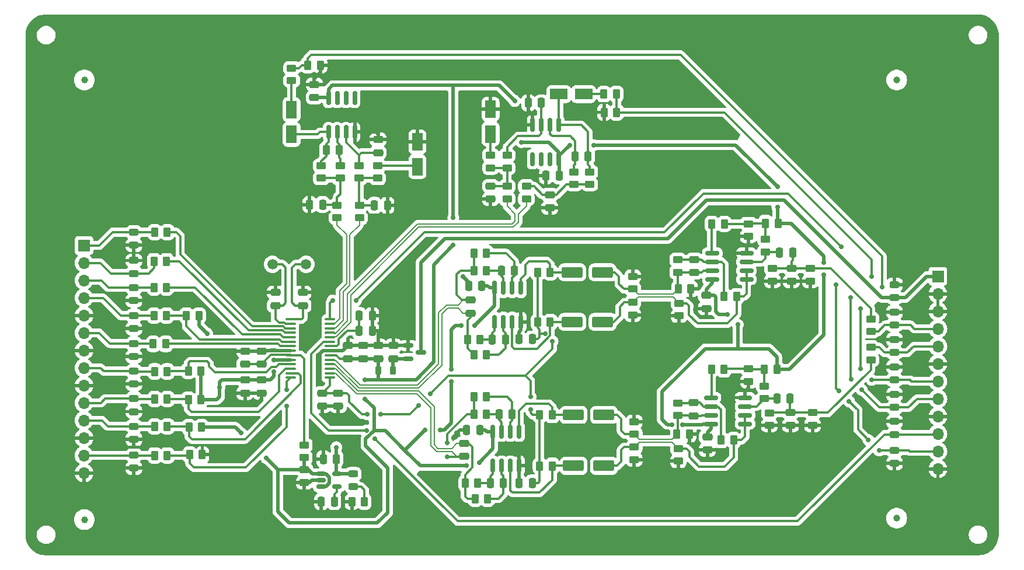
<source format=gbr>
%TF.GenerationSoftware,KiCad,Pcbnew,8.0.4-8.0.4-0~ubuntu22.04.1*%
%TF.CreationDate,2024-08-09T03:22:31-04:00*%
%TF.ProjectId,CS4272-CZZ_Breakout_Board,43533432-3732-42d4-935a-5a5f42726561,rev?*%
%TF.SameCoordinates,Original*%
%TF.FileFunction,Copper,L1,Top*%
%TF.FilePolarity,Positive*%
%FSLAX46Y46*%
G04 Gerber Fmt 4.6, Leading zero omitted, Abs format (unit mm)*
G04 Created by KiCad (PCBNEW 8.0.4-8.0.4-0~ubuntu22.04.1) date 2024-08-09 03:22:31*
%MOMM*%
%LPD*%
G01*
G04 APERTURE LIST*
G04 Aperture macros list*
%AMRoundRect*
0 Rectangle with rounded corners*
0 $1 Rounding radius*
0 $2 $3 $4 $5 $6 $7 $8 $9 X,Y pos of 4 corners*
0 Add a 4 corners polygon primitive as box body*
4,1,4,$2,$3,$4,$5,$6,$7,$8,$9,$2,$3,0*
0 Add four circle primitives for the rounded corners*
1,1,$1+$1,$2,$3*
1,1,$1+$1,$4,$5*
1,1,$1+$1,$6,$7*
1,1,$1+$1,$8,$9*
0 Add four rect primitives between the rounded corners*
20,1,$1+$1,$2,$3,$4,$5,0*
20,1,$1+$1,$4,$5,$6,$7,0*
20,1,$1+$1,$6,$7,$8,$9,0*
20,1,$1+$1,$8,$9,$2,$3,0*%
G04 Aperture macros list end*
%TA.AperFunction,SMDPad,CuDef*%
%ADD10RoundRect,0.250000X0.250000X0.475000X-0.250000X0.475000X-0.250000X-0.475000X0.250000X-0.475000X0*%
%TD*%
%TA.AperFunction,SMDPad,CuDef*%
%ADD11RoundRect,0.243750X0.456250X-0.243750X0.456250X0.243750X-0.456250X0.243750X-0.456250X-0.243750X0*%
%TD*%
%TA.AperFunction,SMDPad,CuDef*%
%ADD12RoundRect,0.150000X0.150000X-0.825000X0.150000X0.825000X-0.150000X0.825000X-0.150000X-0.825000X0*%
%TD*%
%TA.AperFunction,SMDPad,CuDef*%
%ADD13RoundRect,0.250000X0.475000X-0.250000X0.475000X0.250000X-0.475000X0.250000X-0.475000X-0.250000X0*%
%TD*%
%TA.AperFunction,SMDPad,CuDef*%
%ADD14RoundRect,0.250000X0.450000X-0.262500X0.450000X0.262500X-0.450000X0.262500X-0.450000X-0.262500X0*%
%TD*%
%TA.AperFunction,SMDPad,CuDef*%
%ADD15RoundRect,0.250000X-0.262500X-0.450000X0.262500X-0.450000X0.262500X0.450000X-0.262500X0.450000X0*%
%TD*%
%TA.AperFunction,SMDPad,CuDef*%
%ADD16RoundRect,0.243750X-0.456250X0.243750X-0.456250X-0.243750X0.456250X-0.243750X0.456250X0.243750X0*%
%TD*%
%TA.AperFunction,SMDPad,CuDef*%
%ADD17RoundRect,0.250000X-0.475000X0.250000X-0.475000X-0.250000X0.475000X-0.250000X0.475000X0.250000X0*%
%TD*%
%TA.AperFunction,SMDPad,CuDef*%
%ADD18RoundRect,0.250000X-1.250000X-0.550000X1.250000X-0.550000X1.250000X0.550000X-1.250000X0.550000X0*%
%TD*%
%TA.AperFunction,SMDPad,CuDef*%
%ADD19RoundRect,0.250000X0.550000X-1.050000X0.550000X1.050000X-0.550000X1.050000X-0.550000X-1.050000X0*%
%TD*%
%TA.AperFunction,SMDPad,CuDef*%
%ADD20C,1.000000*%
%TD*%
%TA.AperFunction,SMDPad,CuDef*%
%ADD21RoundRect,0.100000X-0.637500X-0.100000X0.637500X-0.100000X0.637500X0.100000X-0.637500X0.100000X0*%
%TD*%
%TA.AperFunction,SMDPad,CuDef*%
%ADD22RoundRect,0.150000X-0.150000X0.825000X-0.150000X-0.825000X0.150000X-0.825000X0.150000X0.825000X0*%
%TD*%
%TA.AperFunction,SMDPad,CuDef*%
%ADD23RoundRect,0.250000X0.262500X0.450000X-0.262500X0.450000X-0.262500X-0.450000X0.262500X-0.450000X0*%
%TD*%
%TA.AperFunction,ComponentPad*%
%ADD24R,1.700000X1.700000*%
%TD*%
%TA.AperFunction,ComponentPad*%
%ADD25O,1.700000X1.700000*%
%TD*%
%TA.AperFunction,SMDPad,CuDef*%
%ADD26RoundRect,0.150000X-0.587500X-0.150000X0.587500X-0.150000X0.587500X0.150000X-0.587500X0.150000X0*%
%TD*%
%TA.AperFunction,SMDPad,CuDef*%
%ADD27RoundRect,0.250000X-0.450000X0.262500X-0.450000X-0.262500X0.450000X-0.262500X0.450000X0.262500X0*%
%TD*%
%TA.AperFunction,SMDPad,CuDef*%
%ADD28RoundRect,0.150000X0.825000X0.150000X-0.825000X0.150000X-0.825000X-0.150000X0.825000X-0.150000X0*%
%TD*%
%TA.AperFunction,SMDPad,CuDef*%
%ADD29RoundRect,0.250000X-0.250000X-0.475000X0.250000X-0.475000X0.250000X0.475000X-0.250000X0.475000X0*%
%TD*%
%TA.AperFunction,SMDPad,CuDef*%
%ADD30RoundRect,0.150000X-0.512500X-0.150000X0.512500X-0.150000X0.512500X0.150000X-0.512500X0.150000X0*%
%TD*%
%TA.AperFunction,SMDPad,CuDef*%
%ADD31RoundRect,0.218750X0.218750X0.381250X-0.218750X0.381250X-0.218750X-0.381250X0.218750X-0.381250X0*%
%TD*%
%TA.AperFunction,ComponentPad*%
%ADD32C,1.500000*%
%TD*%
%TA.AperFunction,SMDPad,CuDef*%
%ADD33RoundRect,0.250000X-1.050000X-0.550000X1.050000X-0.550000X1.050000X0.550000X-1.050000X0.550000X0*%
%TD*%
%TA.AperFunction,ViaPad*%
%ADD34C,0.700000*%
%TD*%
%TA.AperFunction,Conductor*%
%ADD35C,0.500000*%
%TD*%
%TA.AperFunction,Conductor*%
%ADD36C,0.300000*%
%TD*%
%TA.AperFunction,Conductor*%
%ADD37C,0.200000*%
%TD*%
G04 APERTURE END LIST*
D10*
%TO.P,C37,1*%
%TO.N,Net-(U5B--)*%
X150075000Y-98500000D03*
%TO.P,C37,2*%
%TO.N,Net-(C37-Pad2)*%
X148175000Y-98500000D03*
%TD*%
D11*
%TO.P,D1,1,A1*%
%TO.N,GND*%
X94912500Y-94812500D03*
%TO.P,D1,2,A2*%
%TO.N,Net-(D1-A2)*%
X94912500Y-92937500D03*
%TD*%
D12*
%TO.P,U6,1*%
%TO.N,Net-(C41-Pad2)*%
X123120000Y-78425000D03*
%TO.P,U6,2,-*%
%TO.N,Net-(U6A--)*%
X124390000Y-78425000D03*
%TO.P,U6,3,+*%
%TO.N,Net-(U6A-+)*%
X125660000Y-78425000D03*
%TO.P,U6,4,V-*%
%TO.N,GND*%
X126930000Y-78425000D03*
%TO.P,U6,5,+*%
%TO.N,unconnected-(U6B-+-Pad5)*%
X126930000Y-73475000D03*
%TO.P,U6,6,-*%
%TO.N,unconnected-(U6B---Pad6)*%
X125660000Y-73475000D03*
%TO.P,U6,7*%
%TO.N,unconnected-(U6-Pad7)*%
X124390000Y-73475000D03*
%TO.P,U6,8,V+*%
%TO.N,+5V*%
X123120000Y-73475000D03*
%TD*%
D10*
%TO.P,C9,1*%
%TO.N,GND*%
X129475000Y-107250000D03*
%TO.P,C9,2*%
%TO.N,/CODEC_VFILT*%
X127575000Y-107250000D03*
%TD*%
%TO.P,C47,1*%
%TO.N,Net-(C47-Pad1)*%
X190075000Y-117107500D03*
%TO.P,C47,2*%
%TO.N,Net-(U7A-+)*%
X188175000Y-117107500D03*
%TD*%
D13*
%TO.P,C1,1*%
%TO.N,+5V*%
X130325000Y-111300000D03*
%TO.P,C1,2*%
%TO.N,GND*%
X130325000Y-109400000D03*
%TD*%
D14*
%TO.P,R65,1*%
%TO.N,GND*%
X187520000Y-100050000D03*
%TO.P,R65,2*%
%TO.N,Net-(C51-Pad1)*%
X187520000Y-98225000D03*
%TD*%
D13*
%TO.P,C21,1*%
%TO.N,/CODEC_AINA_BUFF-*%
X142825000Y-125500000D03*
%TO.P,C21,2*%
%TO.N,/CODEC_AINA_BUFF+*%
X142825000Y-123600000D03*
%TD*%
D15*
%TO.P,R37,1*%
%TO.N,/CODEC_AINB_BUFF-*%
X144212500Y-96000000D03*
%TO.P,R37,2*%
%TO.N,Net-(U5B--)*%
X146037500Y-96000000D03*
%TD*%
%TO.P,R56,1*%
%TO.N,Net-(U7B--)*%
X180070000Y-123107500D03*
%TO.P,R56,2*%
%TO.N,/CODEC_AINA+*%
X181895000Y-123107500D03*
%TD*%
D16*
%TO.P,D10,1,A1*%
%TO.N,GND*%
X205225000Y-100550000D03*
%TO.P,D10,2,A2*%
%TO.N,Net-(D10-A2)*%
X205225000Y-102425000D03*
%TD*%
D10*
%TO.P,C20,1*%
%TO.N,+5V*%
X145070000Y-121610000D03*
%TO.P,C20,2*%
%TO.N,GND*%
X143170000Y-121610000D03*
%TD*%
D17*
%TO.P,C35,1*%
%TO.N,/CODEC_AINB_BUFF-*%
X143725000Y-102800000D03*
%TO.P,C35,2*%
%TO.N,/CODEC_AINB_BUFF+*%
X143725000Y-104700000D03*
%TD*%
D15*
%TO.P,R36,1*%
%TO.N,/CODEC_VCOM*%
X153457500Y-105975000D03*
%TO.P,R36,2*%
%TO.N,Net-(U5A-+)*%
X155282500Y-105975000D03*
%TD*%
D18*
%TO.P,C24,1*%
%TO.N,Net-(U3B-+)*%
X158670000Y-119460000D03*
%TO.P,C24,2*%
%TO.N,/CODEC_AINA-*%
X163070000Y-119460000D03*
%TD*%
D17*
%TO.P,C5,1*%
%TO.N,+3.3V*%
X111025000Y-114400000D03*
%TO.P,C5,2*%
%TO.N,GND*%
X111025000Y-116300000D03*
%TD*%
D14*
%TO.P,R53,1*%
%TO.N,GND*%
X193325000Y-120962500D03*
%TO.P,R53,2*%
%TO.N,Net-(C47-Pad1)*%
X193325000Y-119137500D03*
%TD*%
D12*
%TO.P,U3,1*%
%TO.N,Net-(C18-Pad2)*%
X146965000Y-126835000D03*
%TO.P,U3,2,-*%
%TO.N,Net-(U3A--)*%
X148235000Y-126835000D03*
%TO.P,U3,3,+*%
%TO.N,Net-(U3A-+)*%
X149505000Y-126835000D03*
%TO.P,U3,4,V-*%
%TO.N,GND*%
X150775000Y-126835000D03*
%TO.P,U3,5,+*%
%TO.N,Net-(U3B-+)*%
X150775000Y-121885000D03*
%TO.P,U3,6,-*%
%TO.N,Net-(U3B--)*%
X149505000Y-121885000D03*
%TO.P,U3,7*%
%TO.N,Net-(C23-Pad2)*%
X148235000Y-121885000D03*
%TO.P,U3,8,V+*%
%TO.N,+5V*%
X146965000Y-121885000D03*
%TD*%
D11*
%TO.P,D4,1,A1*%
%TO.N,GND*%
X94912500Y-106937500D03*
%TO.P,D4,2,A2*%
%TO.N,Net-(D4-A2)*%
X94912500Y-105062500D03*
%TD*%
D15*
%TO.P,R2,1*%
%TO.N,Net-(D2-A2)*%
X97825000Y-97162500D03*
%TO.P,R2,2*%
%TO.N,/I2S_LRCK*%
X99650000Y-97162500D03*
%TD*%
D19*
%TO.P,C42,1*%
%TO.N,Net-(C41-Pad2)*%
X117775000Y-78750000D03*
%TO.P,C42,2*%
%TO.N,Net-(C42-Pad2)*%
X117775000Y-75150000D03*
%TD*%
D20*
%TO.P,FID2,*%
%TO.N,*%
X205525000Y-70850000D03*
%TD*%
D11*
%TO.P,D3,1,A1*%
%TO.N,GND*%
X94912500Y-102850000D03*
%TO.P,D3,2,A2*%
%TO.N,Net-(D3-A2)*%
X94912500Y-100975000D03*
%TD*%
D17*
%TO.P,C6,1*%
%TO.N,+3.3V*%
X113425000Y-114400000D03*
%TO.P,C6,2*%
%TO.N,GND*%
X113425000Y-116300000D03*
%TD*%
D21*
%TO.P,U1,1,XT0*%
%TO.N,/CODEC_XTO*%
X117625000Y-105600000D03*
%TO.P,U1,2,XTI*%
%TO.N,/CODEC_XTI*%
X117625000Y-106250000D03*
%TO.P,U1,3,MCLK*%
%TO.N,/I2S_MCLK*%
X117625000Y-106900000D03*
%TO.P,U1,4,LRCK*%
%TO.N,/I2S_LRCK*%
X117625000Y-107550000D03*
%TO.P,U1,5,SCLK*%
%TO.N,/I2S_SCLK*%
X117625000Y-108200000D03*
%TO.P,U1,6,SDOUT(M/~{S})*%
%TO.N,/I2S_ADC_OUT*%
X117625000Y-108850000D03*
%TO.P,U1,7,SDIN*%
%TO.N,/I2S_DAC_IN*%
X117625000Y-109500000D03*
%TO.P,U1,8,DGND*%
%TO.N,GND*%
X117625000Y-110150000D03*
%TO.P,U1,9,VD*%
%TO.N,Net-(U1-VD)*%
X117625000Y-110800000D03*
%TO.P,U1,10,VL*%
%TO.N,+3.3V*%
X117625000Y-111450000D03*
%TO.P,U1,11,SCL/CCLK(M0)*%
%TO.N,/I2C_SCL*%
X117625000Y-112100000D03*
%TO.P,U1,12,SDA/CDIN(M1)*%
%TO.N,/I2C_SDA*%
X117625000Y-112750000D03*
%TO.P,U1,13,AD0/~{CS}(I2S/~{LJ})*%
%TO.N,/I2C_AD0*%
X117625000Y-113400000D03*
%TO.P,U1,14,~{RST}*%
%TO.N,/CODEC_NRST*%
X117625000Y-114050000D03*
%TO.P,U1,15,VCOM*%
%TO.N,/CODEC_VCOM*%
X123350000Y-114050000D03*
%TO.P,U1,16,AINA-*%
%TO.N,/CODEC_AINA_BUFF-*%
X123350000Y-113400000D03*
%TO.P,U1,17,AINA+*%
%TO.N,/CODEC_AINA_BUFF+*%
X123350000Y-112750000D03*
%TO.P,U1,18,AINB+*%
%TO.N,/CODEC_AINB_BUFF+*%
X123350000Y-112100000D03*
%TO.P,U1,19,AINB-*%
%TO.N,/CODEC_AINB_BUFF-*%
X123350000Y-111450000D03*
%TO.P,U1,20,VA*%
%TO.N,+5V*%
X123350000Y-110800000D03*
%TO.P,U1,21,AGND*%
%TO.N,GND*%
X123350000Y-110150000D03*
%TO.P,U1,22,FILT+*%
%TO.N,/CODEC_VFILT*%
X123350000Y-109500000D03*
%TO.P,U1,23,~{AMUTEC}*%
%TO.N,/CODEC_AMUTEC*%
X123350000Y-108850000D03*
%TO.P,U1,24,AOUTA-*%
%TO.N,/CODEC_AOUTA-*%
X123350000Y-108200000D03*
%TO.P,U1,25,AOUTA+*%
%TO.N,/CODEC_AOUTA+*%
X123350000Y-107550000D03*
%TO.P,U1,26,AOUTB+*%
%TO.N,/CODEC_AOUTB+*%
X123350000Y-106900000D03*
%TO.P,U1,27,AOUTB-*%
%TO.N,/CODEC_AOUTB-*%
X123350000Y-106250000D03*
%TO.P,U1,28,~{BMUTEC}*%
%TO.N,/CODEC_BMUTEC*%
X123350000Y-105600000D03*
%TD*%
D14*
%TO.P,R64,1*%
%TO.N,GND*%
X193020000Y-100050000D03*
%TO.P,R64,2*%
%TO.N,Net-(C51-Pad1)*%
X193020000Y-98225000D03*
%TD*%
D15*
%TO.P,R34,1*%
%TO.N,/CODEC_AINB_BUFF+*%
X143300000Y-108500000D03*
%TO.P,R34,2*%
%TO.N,Net-(C32-Pad2)*%
X145125000Y-108500000D03*
%TD*%
D22*
%TO.P,U4,1*%
%TO.N,Net-(C27-Pad2)*%
X156535000Y-77400000D03*
%TO.P,U4,2,-*%
%TO.N,Net-(U4A--)*%
X155265000Y-77400000D03*
%TO.P,U4,3,+*%
%TO.N,Net-(U4A-+)*%
X153995000Y-77400000D03*
%TO.P,U4,4,V-*%
%TO.N,GND*%
X152725000Y-77400000D03*
%TO.P,U4,5,+*%
%TO.N,unconnected-(U4B-+-Pad5)*%
X152725000Y-82350000D03*
%TO.P,U4,6,-*%
%TO.N,unconnected-(U4B---Pad6)*%
X153995000Y-82350000D03*
%TO.P,U4,7*%
%TO.N,unconnected-(U4-Pad7)*%
X155265000Y-82350000D03*
%TO.P,U4,8,V+*%
%TO.N,+5V*%
X156535000Y-82350000D03*
%TD*%
D14*
%TO.P,R32,1*%
%TO.N,Net-(C30-Pad2)*%
X146625000Y-83600000D03*
%TO.P,R32,2*%
%TO.N,Net-(C31-Pad1)*%
X146625000Y-81775000D03*
%TD*%
D16*
%TO.P,D2,1,A1*%
%TO.N,GND*%
X94912500Y-97052500D03*
%TO.P,D2,2,A2*%
%TO.N,Net-(D2-A2)*%
X94912500Y-98927500D03*
%TD*%
D23*
%TO.P,R69,1*%
%TO.N,GND*%
X175682500Y-101175000D03*
%TO.P,R69,2*%
%TO.N,/CODEC_AINB-*%
X173857500Y-101175000D03*
%TD*%
D15*
%TO.P,R10,1*%
%TO.N,Net-(D9-A2)*%
X97912500Y-125350000D03*
%TO.P,R10,2*%
%TO.N,/CODEC_NRST*%
X99737500Y-125350000D03*
%TD*%
D14*
%TO.P,R29,1*%
%TO.N,/CODEC_AOUTA+*%
X149025000Y-88112500D03*
%TO.P,R29,2*%
%TO.N,Net-(C30-Pad2)*%
X149025000Y-86287500D03*
%TD*%
D15*
%TO.P,R1,1*%
%TO.N,Net-(D1-A2)*%
X97912500Y-92950000D03*
%TO.P,R1,2*%
%TO.N,/I2S_MCLK*%
X99737500Y-92950000D03*
%TD*%
D14*
%TO.P,R59,1*%
%TO.N,/CODEC_AINA-*%
X173825000Y-119562500D03*
%TO.P,R59,2*%
%TO.N,Net-(U7B--)*%
X173825000Y-117737500D03*
%TD*%
%TO.P,R63,1*%
%TO.N,/CODEC_AINB*%
X201780000Y-107352500D03*
%TO.P,R63,2*%
%TO.N,Net-(C51-Pad1)*%
X201780000Y-105527500D03*
%TD*%
%TO.P,R44,1*%
%TO.N,Net-(C42-Pad2)*%
X117775000Y-70950000D03*
%TO.P,R44,2*%
%TO.N,/CODEC_AOUTB*%
X117775000Y-69125000D03*
%TD*%
%TO.P,R22,1*%
%TO.N,/CODEC_AINA-*%
X167470000Y-122260000D03*
%TO.P,R22,2*%
%TO.N,GND*%
X167470000Y-120435000D03*
%TD*%
D10*
%TO.P,C10,1*%
%TO.N,GND*%
X129475000Y-105050000D03*
%TO.P,C10,2*%
%TO.N,/CODEC_VFILT*%
X127575000Y-105050000D03*
%TD*%
%TO.P,C32,1*%
%TO.N,Net-(U5A--)*%
X148775000Y-108500000D03*
%TO.P,C32,2*%
%TO.N,Net-(C32-Pad2)*%
X146875000Y-108500000D03*
%TD*%
D14*
%TO.P,R46,1*%
%TO.N,Net-(C44-Pad2)*%
X127545000Y-85112500D03*
%TO.P,R46,2*%
%TO.N,Net-(U6A-+)*%
X127545000Y-83287500D03*
%TD*%
%TO.P,R19,1*%
%TO.N,GND*%
X167470000Y-125960000D03*
%TO.P,R19,2*%
%TO.N,/CODEC_AINA+*%
X167470000Y-124135000D03*
%TD*%
D10*
%TO.P,C34,1*%
%TO.N,+5V*%
X145375000Y-100750000D03*
%TO.P,C34,2*%
%TO.N,GND*%
X143475000Y-100750000D03*
%TD*%
D24*
%TO.P,J2,1,Pin_1*%
%TO.N,Net-(D10-A2)*%
X211506250Y-99347500D03*
D25*
%TO.P,J2,2,Pin_2*%
%TO.N,GND*%
X211506250Y-101887500D03*
%TO.P,J2,3,Pin_3*%
X211506250Y-104427500D03*
%TO.P,J2,4,Pin_4*%
%TO.N,/CODEC_AINB*%
X211506250Y-106967500D03*
%TO.P,J2,5,Pin_5*%
%TO.N,/CODEC_AINA*%
X211506250Y-109507500D03*
%TO.P,J2,6,Pin_6*%
%TO.N,GND*%
X211506250Y-112047500D03*
%TO.P,J2,7,Pin_7*%
%TO.N,/CODEC_AOUTB*%
X211506250Y-114587500D03*
%TO.P,J2,8,Pin_8*%
%TO.N,/CODEC_AOUTA*%
X211506250Y-117127500D03*
%TO.P,J2,9,Pin_9*%
%TO.N,GND*%
X211506250Y-119667500D03*
%TO.P,J2,10,Pin_10*%
%TO.N,/CODEC_AMUTEC*%
X211506250Y-122207500D03*
%TO.P,J2,11,Pin_11*%
%TO.N,/CODEC_BMUTEC*%
X211506250Y-124747500D03*
%TO.P,J2,12,Pin_12*%
%TO.N,GND*%
X211506250Y-127287500D03*
%TD*%
D15*
%TO.P,R5,1*%
%TO.N,Net-(D5-A2)*%
X97712500Y-109150000D03*
%TO.P,R5,2*%
%TO.N,/I2S_DAC_IN*%
X99537500Y-109150000D03*
%TD*%
D14*
%TO.P,R41,1*%
%TO.N,Net-(C39-Pad2)*%
X122055000Y-85112500D03*
%TO.P,R41,2*%
%TO.N,Net-(C41-Pad2)*%
X122055000Y-83287500D03*
%TD*%
D16*
%TO.P,D12,1,A1*%
%TO.N,GND*%
X205225000Y-108550000D03*
%TO.P,D12,2,A2*%
%TO.N,/CODEC_AINA*%
X205225000Y-110425000D03*
%TD*%
D23*
%TO.P,R13,1*%
%TO.N,+3.3V*%
X104625000Y-113105000D03*
%TO.P,R13,2*%
%TO.N,/I2C_SCL*%
X102800000Y-113105000D03*
%TD*%
D11*
%TO.P,D8,1,A1*%
%TO.N,GND*%
X94912500Y-122987500D03*
%TO.P,D8,2,A2*%
%TO.N,Net-(D8-A2)*%
X94912500Y-121112500D03*
%TD*%
D13*
%TO.P,C43,1*%
%TO.N,Net-(U6A-+)*%
X130325000Y-81400000D03*
%TO.P,C43,2*%
%TO.N,GND*%
X130325000Y-79500000D03*
%TD*%
D20*
%TO.P,FID3,*%
%TO.N,*%
X87725000Y-134650000D03*
%TD*%
D10*
%TO.P,C18,1*%
%TO.N,Net-(U3A--)*%
X148475000Y-129360000D03*
%TO.P,C18,2*%
%TO.N,Net-(C18-Pad2)*%
X146575000Y-129360000D03*
%TD*%
D14*
%TO.P,R50,1*%
%TO.N,GND*%
X184070000Y-114607500D03*
%TO.P,R50,2*%
%TO.N,/Single-Ended to Differential Converter Channel A/+2V5_VOLT_DIV*%
X184070000Y-112782500D03*
%TD*%
%TO.P,R27,1*%
%TO.N,Net-(C25-Pad2)*%
X158725000Y-86025000D03*
%TO.P,R27,2*%
%TO.N,Net-(U4A--)*%
X158725000Y-84200000D03*
%TD*%
D11*
%TO.P,D7,1,A1*%
%TO.N,GND*%
X94912500Y-118987500D03*
%TO.P,D7,2,A2*%
%TO.N,Net-(D7-A2)*%
X94912500Y-117112500D03*
%TD*%
D10*
%TO.P,C44,1*%
%TO.N,GND*%
X131675000Y-89050000D03*
%TO.P,C44,2*%
%TO.N,Net-(C44-Pad2)*%
X129775000Y-89050000D03*
%TD*%
%TO.P,C51,1*%
%TO.N,Net-(C51-Pad1)*%
X190445000Y-95887500D03*
%TO.P,C51,2*%
%TO.N,Net-(U8A-+)*%
X188545000Y-95887500D03*
%TD*%
D17*
%TO.P,C8,1*%
%TO.N,/CODEC_VCOM*%
X122225000Y-116300000D03*
%TO.P,C8,2*%
%TO.N,GND*%
X122225000Y-118200000D03*
%TD*%
D14*
%TO.P,R38,1*%
%TO.N,/CODEC_AINB-*%
X167270000Y-101175000D03*
%TO.P,R38,2*%
%TO.N,GND*%
X167270000Y-99350000D03*
%TD*%
%TO.P,R51,1*%
%TO.N,Net-(U7A-+)*%
X186320000Y-117107500D03*
%TO.P,R51,2*%
%TO.N,/Single-Ended to Differential Converter Channel A/+2V5_VOLT_DIV*%
X186320000Y-115282500D03*
%TD*%
D17*
%TO.P,C7,1*%
%TO.N,/CODEC_VCOM*%
X124525000Y-116300000D03*
%TO.P,C7,2*%
%TO.N,GND*%
X124525000Y-118200000D03*
%TD*%
D11*
%TO.P,D6,1,A1*%
%TO.N,GND*%
X94912500Y-114987500D03*
%TO.P,D6,2,A2*%
%TO.N,Net-(D6-A2)*%
X94912500Y-113112500D03*
%TD*%
D15*
%TO.P,R17,1*%
%TO.N,/CODEC_AINA_BUFF+*%
X144382500Y-131610000D03*
%TO.P,R17,2*%
%TO.N,Net-(U3A--)*%
X146207500Y-131610000D03*
%TD*%
D10*
%TO.P,C22,1*%
%TO.N,/CODEC_VCOM*%
X152675000Y-129350000D03*
%TO.P,C22,2*%
%TO.N,GND*%
X150775000Y-129350000D03*
%TD*%
D17*
%TO.P,C52,1*%
%TO.N,Net-(C51-Pad1)*%
X190270000Y-98187500D03*
%TO.P,C52,2*%
%TO.N,GND*%
X190270000Y-100087500D03*
%TD*%
D14*
%TO.P,R42,1*%
%TO.N,/CODEC_AOUTB-*%
X124375000Y-90862500D03*
%TO.P,R42,2*%
%TO.N,Net-(C39-Pad2)*%
X124375000Y-89037500D03*
%TD*%
D17*
%TO.P,C50,1*%
%TO.N,+5V*%
X177925000Y-102100000D03*
%TO.P,C50,2*%
%TO.N,GND*%
X177925000Y-104000000D03*
%TD*%
D13*
%TO.P,C16,1*%
%TO.N,/CODEC_XTI*%
X115425000Y-103600000D03*
%TO.P,C16,2*%
%TO.N,GND*%
X115425000Y-101700000D03*
%TD*%
D15*
%TO.P,R24,1*%
%TO.N,/CODEC_AINA_BUFF-*%
X144207500Y-119360000D03*
%TO.P,R24,2*%
%TO.N,Net-(C23-Pad2)*%
X146032500Y-119360000D03*
%TD*%
D26*
%TO.P,Q1,1,G*%
%TO.N,GND*%
X134687500Y-109400000D03*
%TO.P,Q1,2,S*%
%TO.N,/CONN_+5V*%
X134687500Y-111300000D03*
%TO.P,Q1,3,D*%
%TO.N,Net-(D10-A2)*%
X136562500Y-110350000D03*
%TD*%
D13*
%TO.P,C40,1*%
%TO.N,+5V*%
X121075000Y-73400000D03*
%TO.P,C40,2*%
%TO.N,GND*%
X121075000Y-71500000D03*
%TD*%
D18*
%TO.P,C38,1*%
%TO.N,Net-(U5B-+)*%
X158470000Y-98775000D03*
%TO.P,C38,2*%
%TO.N,/CODEC_AINB-*%
X162870000Y-98775000D03*
%TD*%
D20*
%TO.P,FID1,*%
%TO.N,*%
X87725000Y-70850000D03*
%TD*%
D27*
%TO.P,R9,1*%
%TO.N,Net-(U1-VD)*%
X119625000Y-123837500D03*
%TO.P,R9,2*%
%TO.N,+5V*%
X119625000Y-125662500D03*
%TD*%
D28*
%TO.P,U7,1*%
%TO.N,/CODEC_AINA+*%
X183545000Y-120762500D03*
%TO.P,U7,2,-*%
X183545000Y-119492500D03*
%TO.P,U7,3,+*%
%TO.N,Net-(U7A-+)*%
X183545000Y-118222500D03*
%TO.P,U7,4,V-*%
%TO.N,GND*%
X183545000Y-116952500D03*
%TO.P,U7,5,+*%
%TO.N,Net-(U7B-+)*%
X178595000Y-116952500D03*
%TO.P,U7,6,-*%
%TO.N,Net-(U7B--)*%
X178595000Y-118222500D03*
%TO.P,U7,7*%
%TO.N,/CODEC_AINA-*%
X178595000Y-119492500D03*
%TO.P,U7,8,V+*%
%TO.N,+5V*%
X178595000Y-120762500D03*
%TD*%
D29*
%TO.P,C27,1*%
%TO.N,Net-(U4A--)*%
X158875000Y-81950000D03*
%TO.P,C27,2*%
%TO.N,Net-(C27-Pad2)*%
X160775000Y-81950000D03*
%TD*%
D11*
%TO.P,D17,1,K*%
%TO.N,Net-(D17-K)*%
X126725000Y-129887500D03*
%TO.P,D17,2,A*%
%TO.N,+3.3V*%
X126725000Y-128012500D03*
%TD*%
D15*
%TO.P,R3,1*%
%TO.N,Net-(D3-A2)*%
X97812500Y-100950000D03*
%TO.P,R3,2*%
%TO.N,/I2S_SCLK*%
X99637500Y-100950000D03*
%TD*%
D23*
%TO.P,R39,1*%
%TO.N,Net-(U5B-+)*%
X155282500Y-98775000D03*
%TO.P,R39,2*%
%TO.N,/CODEC_VCOM*%
X153457500Y-98775000D03*
%TD*%
D17*
%TO.P,C48,1*%
%TO.N,Net-(C47-Pad1)*%
X190125000Y-119100000D03*
%TO.P,C48,2*%
%TO.N,GND*%
X190125000Y-121000000D03*
%TD*%
D23*
%TO.P,R23,1*%
%TO.N,Net-(U3B-+)*%
X155582500Y-119460000D03*
%TO.P,R23,2*%
%TO.N,/CODEC_VCOM*%
X153757500Y-119460000D03*
%TD*%
%TO.P,R58,1*%
%TO.N,GND*%
X175482500Y-122260000D03*
%TO.P,R58,2*%
%TO.N,/CODEC_AINA-*%
X173657500Y-122260000D03*
%TD*%
D10*
%TO.P,C41,1*%
%TO.N,Net-(U6A--)*%
X124675000Y-81050000D03*
%TO.P,C41,2*%
%TO.N,Net-(C41-Pad2)*%
X122775000Y-81050000D03*
%TD*%
D29*
%TO.P,C39,1*%
%TO.N,GND*%
X120375000Y-88950000D03*
%TO.P,C39,2*%
%TO.N,Net-(C39-Pad2)*%
X122275000Y-88950000D03*
%TD*%
D13*
%TO.P,C30,1*%
%TO.N,GND*%
X146625000Y-88137500D03*
%TO.P,C30,2*%
%TO.N,Net-(C30-Pad2)*%
X146625000Y-86237500D03*
%TD*%
D14*
%TO.P,R48,1*%
%TO.N,Net-(C44-Pad2)*%
X130275000Y-85112500D03*
%TO.P,R48,2*%
%TO.N,Net-(C45-Pad1)*%
X130275000Y-83287500D03*
%TD*%
D15*
%TO.P,R68,1*%
%TO.N,Net-(U8B-+)*%
X178695000Y-91752500D03*
%TO.P,R68,2*%
%TO.N,/Single-Ended to Differential Converter Channel B/+2V5_VOLT_DIV*%
X180520000Y-91752500D03*
%TD*%
D11*
%TO.P,D9,1,A1*%
%TO.N,GND*%
X94912500Y-127187500D03*
%TO.P,D9,2,A2*%
%TO.N,Net-(D9-A2)*%
X94912500Y-125312500D03*
%TD*%
D15*
%TO.P,R4,1*%
%TO.N,Net-(D4-A2)*%
X97812500Y-105050000D03*
%TO.P,R4,2*%
%TO.N,/I2S_ADC_OUT*%
X99637500Y-105050000D03*
%TD*%
D17*
%TO.P,C46,1*%
%TO.N,+5V*%
X178070000Y-122657500D03*
%TO.P,C46,2*%
%TO.N,GND*%
X178070000Y-124557500D03*
%TD*%
D23*
%TO.P,R16,1*%
%TO.N,Net-(D17-K)*%
X128337500Y-132050000D03*
%TO.P,R16,2*%
%TO.N,GND*%
X126512500Y-132050000D03*
%TD*%
D13*
%TO.P,C2,1*%
%TO.N,+5V*%
X128125000Y-111300000D03*
%TO.P,C2,2*%
%TO.N,GND*%
X128125000Y-109400000D03*
%TD*%
D15*
%TO.P,R67,1*%
%TO.N,Net-(U8B--)*%
X180512500Y-102250000D03*
%TO.P,R67,2*%
%TO.N,/CODEC_AINB+*%
X182337500Y-102250000D03*
%TD*%
%TO.P,R60,1*%
%TO.N,/Single-Ended to Differential Converter Channel B/+2V5_VOLT_DIV*%
X186482500Y-91637500D03*
%TO.P,R60,2*%
%TO.N,+5V*%
X188307500Y-91637500D03*
%TD*%
D28*
%TO.P,U8,1*%
%TO.N,/CODEC_AINB+*%
X183745000Y-99792500D03*
%TO.P,U8,2,-*%
X183745000Y-98522500D03*
%TO.P,U8,3,+*%
%TO.N,Net-(U8A-+)*%
X183745000Y-97252500D03*
%TO.P,U8,4,V-*%
%TO.N,GND*%
X183745000Y-95982500D03*
%TO.P,U8,5,+*%
%TO.N,Net-(U8B-+)*%
X178795000Y-95982500D03*
%TO.P,U8,6,-*%
%TO.N,Net-(U8B--)*%
X178795000Y-97252500D03*
%TO.P,U8,7*%
%TO.N,/CODEC_AINB-*%
X178795000Y-98522500D03*
%TO.P,U8,8,V+*%
%TO.N,+5V*%
X178795000Y-99792500D03*
%TD*%
D10*
%TO.P,C15,1*%
%TO.N,Net-(U2-BP)*%
X123975000Y-132050000D03*
%TO.P,C15,2*%
%TO.N,GND*%
X122075000Y-132050000D03*
%TD*%
D16*
%TO.P,D14,1,A1*%
%TO.N,GND*%
X205225000Y-116512500D03*
%TO.P,D14,2,A2*%
%TO.N,/CODEC_AOUTA*%
X205225000Y-118387500D03*
%TD*%
D13*
%TO.P,C49,1*%
%TO.N,/CODEC_AINA-*%
X176080000Y-119590000D03*
%TO.P,C49,2*%
%TO.N,Net-(U7B--)*%
X176080000Y-117690000D03*
%TD*%
D14*
%TO.P,R25,1*%
%TO.N,Net-(C25-Pad2)*%
X161025000Y-86025000D03*
%TO.P,R25,2*%
%TO.N,Net-(C27-Pad2)*%
X161025000Y-84200000D03*
%TD*%
D17*
%TO.P,C4,1*%
%TO.N,GND*%
X113425000Y-110200000D03*
%TO.P,C4,2*%
%TO.N,Net-(U1-VD)*%
X113425000Y-112100000D03*
%TD*%
D30*
%TO.P,U2,1,IN*%
%TO.N,+5V*%
X122050000Y-128000000D03*
%TO.P,U2,2,GND*%
%TO.N,GND*%
X122050000Y-128950000D03*
%TO.P,U2,3,EN*%
%TO.N,+5V*%
X122050000Y-129900000D03*
%TO.P,U2,4,BP*%
%TO.N,Net-(U2-BP)*%
X124325000Y-129900000D03*
%TO.P,U2,5,OUT*%
%TO.N,+3.3V*%
X124325000Y-128000000D03*
%TD*%
D23*
%TO.P,R47,1*%
%TO.N,GND*%
X121937500Y-68700000D03*
%TO.P,R47,2*%
%TO.N,/CODEC_AOUTB*%
X120112500Y-68700000D03*
%TD*%
%TO.P,R14,1*%
%TO.N,+5V*%
X104712500Y-121240000D03*
%TO.P,R14,2*%
%TO.N,/I2C_AD0*%
X102887500Y-121240000D03*
%TD*%
D14*
%TO.P,R66,1*%
%TO.N,GND*%
X173970000Y-105087500D03*
%TO.P,R66,2*%
%TO.N,/CODEC_AINB+*%
X173970000Y-103262500D03*
%TD*%
D15*
%TO.P,R7,1*%
%TO.N,Net-(D7-A2)*%
X97912500Y-117150000D03*
%TO.P,R7,2*%
%TO.N,/I2C_SDA*%
X99737500Y-117150000D03*
%TD*%
D16*
%TO.P,D11,1,A1*%
%TO.N,GND*%
X205225000Y-104550000D03*
%TO.P,D11,2,A2*%
%TO.N,/CODEC_AINB*%
X205225000Y-106425000D03*
%TD*%
D14*
%TO.P,R70,1*%
%TO.N,/CODEC_AINB-*%
X173770000Y-98765000D03*
%TO.P,R70,2*%
%TO.N,Net-(U8B--)*%
X173770000Y-96940000D03*
%TD*%
D10*
%TO.P,C23,1*%
%TO.N,Net-(U3B--)*%
X149775000Y-119360000D03*
%TO.P,C23,2*%
%TO.N,Net-(C23-Pad2)*%
X147875000Y-119360000D03*
%TD*%
D15*
%TO.P,R21,1*%
%TO.N,/CODEC_AINA_BUFF-*%
X144207500Y-116860000D03*
%TO.P,R21,2*%
%TO.N,Net-(U3B--)*%
X146032500Y-116860000D03*
%TD*%
%TO.P,R40,1*%
%TO.N,/CODEC_AINB_BUFF-*%
X144212500Y-98500000D03*
%TO.P,R40,2*%
%TO.N,Net-(C37-Pad2)*%
X146037500Y-98500000D03*
%TD*%
D31*
%TO.P,FB1,1*%
%TO.N,/CONN_+5V*%
X132487500Y-113050000D03*
%TO.P,FB1,2*%
%TO.N,+5V*%
X130362500Y-113050000D03*
%TD*%
D20*
%TO.P,FID4,*%
%TO.N,*%
X205525000Y-134450000D03*
%TD*%
D13*
%TO.P,C11,1*%
%TO.N,/CONN_+5V*%
X132525000Y-111300000D03*
%TO.P,C11,2*%
%TO.N,GND*%
X132525000Y-109400000D03*
%TD*%
D14*
%TO.P,R35,1*%
%TO.N,GND*%
X167270000Y-104975000D03*
%TO.P,R35,2*%
%TO.N,/CODEC_AINB+*%
X167270000Y-103150000D03*
%TD*%
D15*
%TO.P,R6,1*%
%TO.N,Net-(D6-A2)*%
X97912500Y-113150000D03*
%TO.P,R6,2*%
%TO.N,/I2C_SCL*%
X99737500Y-113150000D03*
%TD*%
D17*
%TO.P,C13,1*%
%TO.N,+5V*%
X119625000Y-127400000D03*
%TO.P,C13,2*%
%TO.N,GND*%
X119625000Y-129300000D03*
%TD*%
D15*
%TO.P,R28,1*%
%TO.N,Net-(C28-Pad2)*%
X163062500Y-72900000D03*
%TO.P,R28,2*%
%TO.N,/CODEC_AOUTA*%
X164887500Y-72900000D03*
%TD*%
D19*
%TO.P,C45,1*%
%TO.N,Net-(C45-Pad1)*%
X136025000Y-83450000D03*
%TO.P,C45,2*%
%TO.N,GND*%
X136025000Y-79850000D03*
%TD*%
D15*
%TO.P,R8,1*%
%TO.N,Net-(D8-A2)*%
X97912500Y-121150000D03*
%TO.P,R8,2*%
%TO.N,/I2C_AD0*%
X99737500Y-121150000D03*
%TD*%
D23*
%TO.P,R12,1*%
%TO.N,+3.3V*%
X104625000Y-117240000D03*
%TO.P,R12,2*%
%TO.N,/I2C_SDA*%
X102800000Y-117240000D03*
%TD*%
D24*
%TO.P,J1,1,Pin_1*%
%TO.N,Net-(D1-A2)*%
X87662500Y-94870000D03*
D25*
%TO.P,J1,2,Pin_2*%
%TO.N,Net-(D2-A2)*%
X87662500Y-97410000D03*
%TO.P,J1,3,Pin_3*%
%TO.N,Net-(D3-A2)*%
X87662500Y-99950000D03*
%TO.P,J1,4,Pin_4*%
%TO.N,Net-(D4-A2)*%
X87662500Y-102490000D03*
%TO.P,J1,5,Pin_5*%
%TO.N,GND*%
X87662500Y-105030000D03*
%TO.P,J1,6,Pin_6*%
%TO.N,Net-(D5-A2)*%
X87662500Y-107570000D03*
%TO.P,J1,7,Pin_7*%
%TO.N,GND*%
X87662500Y-110110000D03*
%TO.P,J1,8,Pin_8*%
%TO.N,Net-(D6-A2)*%
X87662500Y-112650000D03*
%TO.P,J1,9,Pin_9*%
%TO.N,GND*%
X87662500Y-115190000D03*
%TO.P,J1,10,Pin_10*%
%TO.N,Net-(D7-A2)*%
X87662500Y-117730000D03*
%TO.P,J1,11,Pin_11*%
%TO.N,Net-(D8-A2)*%
X87662500Y-120270000D03*
%TO.P,J1,12,Pin_12*%
%TO.N,GND*%
X87662500Y-122810000D03*
%TO.P,J1,13,Pin_13*%
%TO.N,Net-(D9-A2)*%
X87662500Y-125350000D03*
%TO.P,J1,14,Pin_14*%
%TO.N,GND*%
X87662500Y-127890000D03*
%TD*%
D13*
%TO.P,C53,1*%
%TO.N,/CODEC_AINB-*%
X176195000Y-98802500D03*
%TO.P,C53,2*%
%TO.N,Net-(U8B--)*%
X176195000Y-96902500D03*
%TD*%
D15*
%TO.P,R11,1*%
%TO.N,/CODEC_NRST*%
X103000000Y-125240000D03*
%TO.P,R11,2*%
%TO.N,GND*%
X104825000Y-125240000D03*
%TD*%
D18*
%TO.P,C19,1*%
%TO.N,Net-(U3A-+)*%
X158670000Y-126847500D03*
%TO.P,C19,2*%
%TO.N,/CODEC_AINA+*%
X163070000Y-126847500D03*
%TD*%
D19*
%TO.P,C31,1*%
%TO.N,Net-(C31-Pad1)*%
X146625000Y-78687500D03*
%TO.P,C31,2*%
%TO.N,GND*%
X146625000Y-75087500D03*
%TD*%
D15*
%TO.P,R20,1*%
%TO.N,/CODEC_VCOM*%
X153757500Y-126860000D03*
%TO.P,R20,2*%
%TO.N,Net-(U3A-+)*%
X155582500Y-126860000D03*
%TD*%
D14*
%TO.P,R62,1*%
%TO.N,Net-(U8A-+)*%
X186520000Y-95800000D03*
%TO.P,R62,2*%
%TO.N,/Single-Ended to Differential Converter Channel B/+2V5_VOLT_DIV*%
X186520000Y-93975000D03*
%TD*%
D15*
%TO.P,R33,1*%
%TO.N,/CODEC_AINB_BUFF+*%
X144212500Y-110750000D03*
%TO.P,R33,2*%
%TO.N,Net-(U5A--)*%
X146037500Y-110750000D03*
%TD*%
D10*
%TO.P,C36,1*%
%TO.N,/CODEC_VCOM*%
X152675000Y-108450000D03*
%TO.P,C36,2*%
%TO.N,GND*%
X150775000Y-108450000D03*
%TD*%
D11*
%TO.P,D5,1,A1*%
%TO.N,GND*%
X94912500Y-110987500D03*
%TO.P,D5,2,A2*%
%TO.N,Net-(D5-A2)*%
X94912500Y-109112500D03*
%TD*%
D15*
%TO.P,R57,1*%
%TO.N,Net-(U7B-+)*%
X178657500Y-112857500D03*
%TO.P,R57,2*%
%TO.N,/Single-Ended to Differential Converter Channel A/+2V5_VOLT_DIV*%
X180482500Y-112857500D03*
%TD*%
%TO.P,R49,1*%
%TO.N,/Single-Ended to Differential Converter Channel A/+2V5_VOLT_DIV*%
X186332500Y-112857500D03*
%TO.P,R49,2*%
%TO.N,+5V*%
X188157500Y-112857500D03*
%TD*%
D13*
%TO.P,C17,1*%
%TO.N,/CODEC_XTO*%
X119425000Y-103600000D03*
%TO.P,C17,2*%
%TO.N,GND*%
X119425000Y-101700000D03*
%TD*%
%TO.P,C25,1*%
%TO.N,GND*%
X155225000Y-89400000D03*
%TO.P,C25,2*%
%TO.N,Net-(C25-Pad2)*%
X155225000Y-87500000D03*
%TD*%
D10*
%TO.P,C29,1*%
%TO.N,Net-(U4A-+)*%
X154000000Y-74175000D03*
%TO.P,C29,2*%
%TO.N,GND*%
X152100000Y-74175000D03*
%TD*%
D32*
%TO.P,Y1,1,1*%
%TO.N,/CODEC_XTO*%
X119875000Y-97600000D03*
%TO.P,Y1,2,2*%
%TO.N,/CODEC_XTI*%
X114995000Y-97600000D03*
%TD*%
D15*
%TO.P,R18,1*%
%TO.N,/CODEC_AINA_BUFF+*%
X142957500Y-129360000D03*
%TO.P,R18,2*%
%TO.N,Net-(C18-Pad2)*%
X144782500Y-129360000D03*
%TD*%
D33*
%TO.P,C28,1*%
%TO.N,Net-(C27-Pad2)*%
X156525000Y-72900000D03*
%TO.P,C28,2*%
%TO.N,Net-(C28-Pad2)*%
X160125000Y-72900000D03*
%TD*%
D14*
%TO.P,R26,1*%
%TO.N,/CODEC_AOUTA-*%
X151825000Y-88112500D03*
%TO.P,R26,2*%
%TO.N,Net-(C25-Pad2)*%
X151825000Y-86287500D03*
%TD*%
D16*
%TO.P,D15,1,A1*%
%TO.N,GND*%
X205225000Y-120417500D03*
%TO.P,D15,2,A2*%
%TO.N,/CODEC_AMUTEC*%
X205225000Y-122292500D03*
%TD*%
D14*
%TO.P,R55,1*%
%TO.N,GND*%
X173870000Y-126172500D03*
%TO.P,R55,2*%
%TO.N,/CODEC_AINA+*%
X173870000Y-124347500D03*
%TD*%
D11*
%TO.P,D16,1,A1*%
%TO.N,GND*%
X205225000Y-126487500D03*
%TO.P,D16,2,A2*%
%TO.N,/CODEC_BMUTEC*%
X205225000Y-124612500D03*
%TD*%
D14*
%TO.P,R43,1*%
%TO.N,Net-(C39-Pad2)*%
X124825000Y-85112500D03*
%TO.P,R43,2*%
%TO.N,Net-(U6A--)*%
X124825000Y-83287500D03*
%TD*%
D17*
%TO.P,C3,1*%
%TO.N,GND*%
X111025000Y-110200000D03*
%TO.P,C3,2*%
%TO.N,Net-(U1-VD)*%
X111025000Y-112100000D03*
%TD*%
D10*
%TO.P,C14,1*%
%TO.N,+3.3V*%
X124275000Y-125850000D03*
%TO.P,C14,2*%
%TO.N,GND*%
X122375000Y-125850000D03*
%TD*%
D27*
%TO.P,R52,1*%
%TO.N,/CODEC_AINA*%
X201780000Y-109640000D03*
%TO.P,R52,2*%
%TO.N,Net-(C47-Pad1)*%
X201780000Y-111465000D03*
%TD*%
D12*
%TO.P,U5,1*%
%TO.N,Net-(C32-Pad2)*%
X147220000Y-105975000D03*
%TO.P,U5,2,-*%
%TO.N,Net-(U5A--)*%
X148490000Y-105975000D03*
%TO.P,U5,3,+*%
%TO.N,Net-(U5A-+)*%
X149760000Y-105975000D03*
%TO.P,U5,4,V-*%
%TO.N,GND*%
X151030000Y-105975000D03*
%TO.P,U5,5,+*%
%TO.N,Net-(U5B-+)*%
X151030000Y-101025000D03*
%TO.P,U5,6,-*%
%TO.N,Net-(U5B--)*%
X149760000Y-101025000D03*
%TO.P,U5,7*%
%TO.N,Net-(C37-Pad2)*%
X148490000Y-101025000D03*
%TO.P,U5,8,V+*%
%TO.N,+5V*%
X147220000Y-101025000D03*
%TD*%
D15*
%TO.P,R31,1*%
%TO.N,GND*%
X163100000Y-75550000D03*
%TO.P,R31,2*%
%TO.N,/CODEC_AOUTA*%
X164925000Y-75550000D03*
%TD*%
D23*
%TO.P,R15,1*%
%TO.N,+3.3V*%
X104337500Y-105050000D03*
%TO.P,R15,2*%
%TO.N,/I2S_ADC_OUT*%
X102512500Y-105050000D03*
%TD*%
D10*
%TO.P,C26,1*%
%TO.N,+5V*%
X156575000Y-84750000D03*
%TO.P,C26,2*%
%TO.N,GND*%
X154675000Y-84750000D03*
%TD*%
D14*
%TO.P,R30,1*%
%TO.N,Net-(C30-Pad2)*%
X149025000Y-83612500D03*
%TO.P,R30,2*%
%TO.N,Net-(U4A-+)*%
X149025000Y-81787500D03*
%TD*%
%TO.P,R45,1*%
%TO.N,/CODEC_AOUTB+*%
X127625000Y-90862500D03*
%TO.P,R45,2*%
%TO.N,Net-(C44-Pad2)*%
X127625000Y-89037500D03*
%TD*%
%TO.P,R54,1*%
%TO.N,GND*%
X187070000Y-120985000D03*
%TO.P,R54,2*%
%TO.N,Net-(C47-Pad1)*%
X187070000Y-119160000D03*
%TD*%
D16*
%TO.P,D13,1,A1*%
%TO.N,GND*%
X205225000Y-112512500D03*
%TO.P,D13,2,A2*%
%TO.N,/CODEC_AOUTB*%
X205225000Y-114387500D03*
%TD*%
D14*
%TO.P,R61,1*%
%TO.N,GND*%
X184020000Y-93550000D03*
%TO.P,R61,2*%
%TO.N,/Single-Ended to Differential Converter Channel B/+2V5_VOLT_DIV*%
X184020000Y-91725000D03*
%TD*%
D13*
%TO.P,C12,1*%
%TO.N,+5V*%
X125925000Y-111300000D03*
%TO.P,C12,2*%
%TO.N,GND*%
X125925000Y-109400000D03*
%TD*%
D18*
%TO.P,C33,1*%
%TO.N,Net-(U5A-+)*%
X158470000Y-105975000D03*
%TO.P,C33,2*%
%TO.N,/CODEC_AINB+*%
X162870000Y-105975000D03*
%TD*%
D34*
%TO.N,+5V*%
X144975000Y-126350000D03*
X161625000Y-80300000D03*
X188225000Y-89300000D03*
X182475000Y-106350000D03*
X150125000Y-73900000D03*
X128425000Y-117175000D03*
X110475000Y-122100000D03*
X158125000Y-80300000D03*
X139325000Y-121650000D03*
X194975000Y-99100000D03*
X140975000Y-114650000D03*
X142350000Y-106500000D03*
X114100000Y-125725000D03*
X141225000Y-90850000D03*
X137125000Y-121650000D03*
X180975000Y-104850000D03*
X128425000Y-114350000D03*
X144325000Y-106500000D03*
X141225000Y-94850000D03*
X151125000Y-79900000D03*
X140975000Y-112850000D03*
X172970000Y-120850000D03*
X143125000Y-126850000D03*
X188225000Y-86350000D03*
X194975000Y-97350000D03*
X174475000Y-120850000D03*
%TO.N,GND*%
X156925000Y-123050000D03*
X96775000Y-106950000D03*
X111750000Y-89700000D03*
X155225000Y-90950000D03*
X132825000Y-75550000D03*
X96800000Y-123025000D03*
X96750000Y-127175000D03*
X115325000Y-120650000D03*
X109900000Y-130550000D03*
X165150000Y-83675000D03*
X173975000Y-106850000D03*
X125775000Y-120025000D03*
X207025000Y-108550000D03*
X207075000Y-116525000D03*
X180375000Y-124975000D03*
X169150000Y-105025000D03*
X156625000Y-102250000D03*
X187050000Y-105625000D03*
X141725000Y-122050000D03*
X112825000Y-117750000D03*
X126525000Y-133850000D03*
X121625000Y-110850000D03*
X132025000Y-87000000D03*
X144625000Y-88650000D03*
X146625000Y-72850000D03*
X142625000Y-99350000D03*
X169150000Y-99275000D03*
X120325000Y-87150000D03*
X176095000Y-102940000D03*
X121500000Y-101675000D03*
X119425000Y-71450000D03*
X136025000Y-77550000D03*
X133025000Y-100650000D03*
X153125000Y-84450000D03*
X96775000Y-119050000D03*
X150470000Y-103975000D03*
X122375000Y-123775000D03*
X128425000Y-79450000D03*
X150170000Y-124960000D03*
X185425000Y-120950000D03*
X96800000Y-115050000D03*
X96800000Y-111000000D03*
X192525000Y-81175000D03*
X207250000Y-126550000D03*
X96850000Y-94825000D03*
X160800000Y-102300000D03*
X207150000Y-112425000D03*
X134225000Y-107650000D03*
X96800000Y-102975000D03*
X195225000Y-120950000D03*
X123625000Y-68750000D03*
X169425000Y-86950000D03*
X176325000Y-104250000D03*
X173875000Y-128000000D03*
X207075000Y-104525000D03*
X137625000Y-87950000D03*
X185575000Y-127175000D03*
X92975000Y-97025000D03*
X207050000Y-100175000D03*
X169350000Y-125950000D03*
X106525000Y-125150000D03*
X164750000Y-112425000D03*
X117700000Y-129325000D03*
X121025000Y-105650000D03*
X182170000Y-115222501D03*
X181900000Y-94275000D03*
X169625000Y-120425000D03*
X163050000Y-77600000D03*
X113450000Y-101650000D03*
X122050000Y-133825000D03*
X129425000Y-103250000D03*
X207200000Y-120425000D03*
X170925000Y-71450000D03*
X161025000Y-123050000D03*
X150925000Y-72250000D03*
%TO.N,+3.3V*%
X124275000Y-124150000D03*
X107325000Y-115500000D03*
X105525000Y-107650000D03*
X115225000Y-111450000D03*
X115225000Y-113200000D03*
%TO.N,/CODEC_VCOM*%
X152425000Y-116800000D03*
X137925000Y-116400000D03*
X152425000Y-118700000D03*
X130725000Y-119400000D03*
X154525000Y-107650000D03*
X136225000Y-118100000D03*
X155625000Y-108750000D03*
X128725000Y-119400000D03*
%TO.N,/CODEC_AINA_BUFF-*%
X140325000Y-123550000D03*
X140325000Y-125550000D03*
%TO.N,/CODEC_AMUTEC*%
X128625000Y-121700000D03*
X129825000Y-122900000D03*
%TO.N,/CODEC_NRST*%
X117025000Y-115800000D03*
X117025000Y-118200000D03*
%TO.N,/CODEC_BMUTEC*%
X202975000Y-124650000D03*
X196725000Y-100600000D03*
X123725000Y-102850000D03*
X127125000Y-102850000D03*
X198625000Y-117500000D03*
X197125000Y-116000000D03*
X201425000Y-123100000D03*
X197525000Y-95100000D03*
%TO.N,/CODEC_AOUTB*%
X200325000Y-112800000D03*
X201925000Y-114400000D03*
X200325000Y-104000000D03*
X203425000Y-100900000D03*
%TO.N,/CODEC_AOUTA*%
X201925000Y-99400000D03*
X200425000Y-115800000D03*
X198825000Y-102400000D03*
X198925000Y-114300000D03*
%TD*%
D35*
%TO.N,+5V*%
X142350000Y-106500000D02*
X141525000Y-106500000D01*
X146225000Y-100750000D02*
X146500000Y-101025000D01*
X130362500Y-113050000D02*
X130362500Y-111337500D01*
X147220000Y-103580000D02*
X147220000Y-101025000D01*
X115775000Y-133500000D02*
X115775000Y-127400000D01*
X144325000Y-106475000D02*
X147220000Y-103580000D01*
X178070000Y-122005000D02*
X178070000Y-122657500D01*
X140975000Y-120600000D02*
X140975000Y-114650000D01*
X123120000Y-73475000D02*
X123120000Y-72227500D01*
X138425000Y-97650000D02*
X141225000Y-94850000D01*
X130362500Y-111337500D02*
X130325000Y-111300000D01*
X146095000Y-121885000D02*
X146965000Y-121885000D01*
X186975000Y-109850000D02*
X188157500Y-111032500D01*
D36*
X123350000Y-110800000D02*
X124275000Y-110800000D01*
D35*
X178595000Y-121480000D02*
X178070000Y-122005000D01*
X171475000Y-120100000D02*
X171475000Y-116100000D01*
X180975000Y-104850000D02*
X179725000Y-104850000D01*
X138425000Y-111750000D02*
X138425000Y-97650000D01*
X178795000Y-99792500D02*
X178795000Y-100352500D01*
X179725000Y-104850000D02*
X179325000Y-104450000D01*
X161625000Y-80300000D02*
X182175000Y-80300000D01*
X172225000Y-120850000D02*
X171475000Y-120100000D01*
X177325000Y-120850000D02*
X177412500Y-120762500D01*
X141525000Y-106500000D02*
X140975000Y-107050000D01*
X156535000Y-82350000D02*
X156535000Y-81890000D01*
X119625000Y-127400000D02*
X119625000Y-125662500D01*
X139925000Y-121650000D02*
X140975000Y-120600000D01*
X122050000Y-129900000D02*
X122712499Y-129900000D01*
X121075000Y-73400000D02*
X123045000Y-73400000D01*
X120175000Y-127400000D02*
X120775000Y-128000000D01*
X131356371Y-121731371D02*
X129725000Y-121731371D01*
D36*
X124775000Y-111300000D02*
X125925000Y-111300000D01*
D35*
X145375000Y-100750000D02*
X146225000Y-100750000D01*
X172970000Y-120850000D02*
X172225000Y-120850000D01*
X178795000Y-100352500D02*
X177925000Y-101222500D01*
X147875000Y-71650000D02*
X150125000Y-73900000D01*
X140975000Y-107050000D02*
X140975000Y-112850000D01*
X137125000Y-121650000D02*
X134200000Y-124575000D01*
X130325000Y-111300000D02*
X128125000Y-111300000D01*
X188157500Y-111032500D02*
X188157500Y-112857500D01*
X145070000Y-121610000D02*
X145820000Y-121610000D01*
X156575000Y-84750000D02*
X156575000Y-82390000D01*
X128125000Y-111300000D02*
X125925000Y-111300000D01*
X122712499Y-128000000D02*
X122050000Y-128000000D01*
X146500000Y-101025000D02*
X147220000Y-101025000D01*
X141225000Y-71650000D02*
X141225000Y-90850000D01*
X131725000Y-127150000D02*
X131725000Y-133650000D01*
X151125000Y-79900000D02*
X155059999Y-79900000D01*
X115775000Y-127400000D02*
X114100000Y-125725000D01*
X182475000Y-109850000D02*
X182475000Y-106350000D01*
D36*
X124275000Y-110800000D02*
X124775000Y-111300000D01*
D35*
X146965000Y-124360000D02*
X144975000Y-126350000D01*
X128525000Y-123950000D02*
X131725000Y-127150000D01*
X122712499Y-129900000D02*
X123225000Y-129387499D01*
X146965000Y-121885000D02*
X146965000Y-124360000D01*
X129725000Y-118475000D02*
X129725000Y-121731371D01*
X128425000Y-114350000D02*
X135825000Y-114350000D01*
X188225000Y-89300000D02*
X188225000Y-91555000D01*
X135825000Y-114350000D02*
X138425000Y-111750000D01*
X189967500Y-112857500D02*
X188157500Y-112857500D01*
X171475000Y-116100000D02*
X177725000Y-109850000D01*
X123225000Y-128512501D02*
X122712499Y-128000000D01*
X194975000Y-99100000D02*
X194975000Y-107850000D01*
X119625000Y-127400000D02*
X115775000Y-127400000D01*
X130225000Y-135150000D02*
X117425000Y-135150000D01*
X194975000Y-96401472D02*
X194975000Y-97350000D01*
X177925000Y-101222500D02*
X177925000Y-102100000D01*
X145820000Y-121610000D02*
X146095000Y-121885000D01*
X155059999Y-79900000D02*
X156535000Y-81375001D01*
X104712500Y-121240000D02*
X109615000Y-121240000D01*
X182175000Y-80300000D02*
X188225000Y-86350000D01*
X129725000Y-121731371D02*
X128525000Y-122931371D01*
X134200000Y-124575000D02*
X131356371Y-121731371D01*
X139925000Y-121650000D02*
X139325000Y-121650000D01*
X179325000Y-102350000D02*
X179075000Y-102100000D01*
X178595000Y-120762500D02*
X178595000Y-121480000D01*
X174475000Y-120850000D02*
X177325000Y-120850000D01*
X123697500Y-71650000D02*
X141225000Y-71650000D01*
X130362500Y-113050000D02*
X130362500Y-114287500D01*
X194975000Y-107850000D02*
X189967500Y-112857500D01*
X123120000Y-72227500D02*
X123697500Y-71650000D01*
X128425000Y-117175000D02*
X129725000Y-118475000D01*
X156535000Y-81375001D02*
X156535000Y-82350000D01*
X182475000Y-109850000D02*
X186975000Y-109850000D01*
X128525000Y-122931371D02*
X128525000Y-123950000D01*
X179075000Y-102100000D02*
X177925000Y-102100000D01*
X119625000Y-127400000D02*
X120175000Y-127400000D01*
X117425000Y-135150000D02*
X115775000Y-133500000D01*
X123225000Y-129387499D02*
X123225000Y-128512501D01*
X177725000Y-109850000D02*
X182475000Y-109850000D01*
X143125000Y-126850000D02*
X136475000Y-126850000D01*
X136475000Y-126850000D02*
X134200000Y-124575000D01*
X144325000Y-106500000D02*
X144325000Y-106475000D01*
X141225000Y-71650000D02*
X147875000Y-71650000D01*
X190211028Y-91637500D02*
X194975000Y-96401472D01*
X156575000Y-82390000D02*
X156535000Y-82350000D01*
X109615000Y-121240000D02*
X110475000Y-122100000D01*
X123045000Y-73400000D02*
X123120000Y-73475000D01*
X156535000Y-81890000D02*
X158125000Y-80300000D01*
X188307500Y-91637500D02*
X190211028Y-91637500D01*
X131725000Y-133650000D02*
X130225000Y-135150000D01*
X188225000Y-91555000D02*
X188307500Y-91637500D01*
X177412500Y-120762500D02*
X178595000Y-120762500D01*
X120775000Y-128000000D02*
X122050000Y-128000000D01*
X179325000Y-104450000D02*
X179325000Y-102350000D01*
%TO.N,GND*%
X182785001Y-114607500D02*
X182170000Y-115222501D01*
X125925000Y-109400000D02*
X128125000Y-109400000D01*
X132525000Y-109400000D02*
X134687500Y-109400000D01*
X124525000Y-118200000D02*
X122225000Y-118200000D01*
X184070000Y-114607500D02*
X182785001Y-114607500D01*
X152100000Y-75325000D02*
X152725000Y-75950000D01*
X130125000Y-107250000D02*
X129475000Y-107250000D01*
X113475000Y-110150000D02*
X117625000Y-110150000D01*
X184020000Y-94627500D02*
X183745000Y-94902500D01*
X120375000Y-129300000D02*
X120725000Y-128950000D01*
X111025000Y-110200000D02*
X113425000Y-110200000D01*
X130325000Y-109400000D02*
X130325000Y-107450000D01*
X151030000Y-105975000D02*
X151030000Y-104535000D01*
X130000000Y-78425000D02*
X126930000Y-78425000D01*
X125175000Y-110150000D02*
X125925000Y-109400000D01*
X150775000Y-126835000D02*
X150775000Y-125565000D01*
D36*
X113500000Y-110300000D02*
X113425000Y-110375000D01*
D35*
X177925000Y-104000000D02*
X176575000Y-104000000D01*
X122325000Y-110150000D02*
X121625000Y-110850000D01*
X152725000Y-75950000D02*
X152725000Y-77400000D01*
X175682500Y-102527500D02*
X176095000Y-102940000D01*
X150775000Y-125565000D02*
X150170000Y-124960000D01*
X119625000Y-129300000D02*
X120375000Y-129300000D01*
X113425000Y-117150000D02*
X112825000Y-117750000D01*
X130325000Y-79500000D02*
X130325000Y-78750000D01*
X121937500Y-69787500D02*
X121075000Y-70650000D01*
X123350000Y-110150000D02*
X122325000Y-110150000D01*
X123350000Y-110150000D02*
X125175000Y-110150000D01*
X184070000Y-114607500D02*
X184070000Y-115547500D01*
X150775000Y-129350000D02*
X150775000Y-126835000D01*
X190270000Y-100087500D02*
X192982500Y-100087500D01*
X143475000Y-100750000D02*
X143475000Y-100200000D01*
X111025000Y-116300000D02*
X113425000Y-116300000D01*
X176575000Y-104000000D02*
X176325000Y-104250000D01*
X130325000Y-109400000D02*
X132525000Y-109400000D01*
X193287500Y-121000000D02*
X193325000Y-120962500D01*
X192982500Y-100087500D02*
X193020000Y-100050000D01*
X150775000Y-107400000D02*
X150775000Y-108450000D01*
X184020000Y-93550000D02*
X184020000Y-94627500D01*
X121937500Y-68700000D02*
X121937500Y-69787500D01*
X190125000Y-121000000D02*
X193287500Y-121000000D01*
X130325000Y-107450000D02*
X130125000Y-107250000D01*
X130325000Y-78750000D02*
X130000000Y-78425000D01*
X187520000Y-100050000D02*
X190232500Y-100050000D01*
X142165000Y-121610000D02*
X141725000Y-122050000D01*
X113425000Y-110200000D02*
X113475000Y-110150000D01*
X129475000Y-105050000D02*
X129475000Y-107250000D01*
X183745000Y-94902500D02*
X183745000Y-95982500D01*
X128125000Y-109400000D02*
X130325000Y-109400000D01*
X187070000Y-120985000D02*
X190110000Y-120985000D01*
X190232500Y-100050000D02*
X190270000Y-100087500D01*
X121075000Y-70650000D02*
X121075000Y-71500000D01*
X143170000Y-121610000D02*
X142165000Y-121610000D01*
X183545000Y-116072500D02*
X183545000Y-116952500D01*
X175682500Y-101175000D02*
X175682500Y-102527500D01*
X143475000Y-100200000D02*
X142625000Y-99350000D01*
X120725000Y-128950000D02*
X122050000Y-128950000D01*
X113425000Y-116300000D02*
X113425000Y-117150000D01*
X184070000Y-115547500D02*
X183545000Y-116072500D01*
X151030000Y-104535000D02*
X150470000Y-103975000D01*
X152100000Y-74175000D02*
X152100000Y-75325000D01*
X151030000Y-105975000D02*
X151030000Y-107145000D01*
X151030000Y-107145000D02*
X150775000Y-107400000D01*
X190110000Y-120985000D02*
X190125000Y-121000000D01*
D36*
%TO.N,Net-(U1-VD)*%
X114775000Y-110750000D02*
X117575000Y-110750000D01*
X113425000Y-112100000D02*
X114775000Y-110750000D01*
X119125000Y-110800000D02*
X119625000Y-111300000D01*
X111025000Y-112100000D02*
X113425000Y-112100000D01*
X119625000Y-111300000D02*
X119625000Y-123837500D01*
X117625000Y-110800000D02*
X119125000Y-110800000D01*
X117575000Y-110750000D02*
X117625000Y-110800000D01*
D35*
%TO.N,/CONN_+5V*%
X132487500Y-111337500D02*
X132525000Y-111300000D01*
X132487500Y-113050000D02*
X132487500Y-111337500D01*
X132525000Y-111300000D02*
X134687500Y-111300000D01*
%TO.N,+3.3V*%
X104625000Y-113105000D02*
X104625000Y-117240000D01*
X124275000Y-125850000D02*
X124275000Y-127950000D01*
X111025000Y-114400000D02*
X113425000Y-114400000D01*
X104337500Y-105050000D02*
X104337500Y-106462500D01*
X117625000Y-111450000D02*
X115225000Y-111450000D01*
X107325000Y-114750000D02*
X107325000Y-115500000D01*
D36*
X124300000Y-127975000D02*
X124325000Y-128000000D01*
D35*
X114675000Y-114400000D02*
X115225000Y-113850000D01*
X107325000Y-116850000D02*
X107325000Y-115500000D01*
X104625000Y-117240000D02*
X106935000Y-117240000D01*
X113425000Y-114400000D02*
X114675000Y-114400000D01*
X106935000Y-117240000D02*
X107325000Y-116850000D01*
X124275000Y-127950000D02*
X124325000Y-128000000D01*
X126725000Y-128012500D02*
X124337500Y-128012500D01*
X104337500Y-106462500D02*
X105525000Y-107650000D01*
X124275000Y-124150000D02*
X124275000Y-125850000D01*
X107675000Y-114400000D02*
X107325000Y-114750000D01*
X115225000Y-113850000D02*
X115225000Y-113200000D01*
X124337500Y-128012500D02*
X124325000Y-128000000D01*
X111025000Y-114400000D02*
X107675000Y-114400000D01*
D36*
%TO.N,/CODEC_VCOM*%
X126125000Y-117550000D02*
X126125000Y-116650000D01*
X137925000Y-116400000D02*
X140525000Y-113800000D01*
X151725000Y-113800000D02*
X152425000Y-114500000D01*
X128725000Y-119400000D02*
X127975000Y-119400000D01*
X153457500Y-98775000D02*
X153457500Y-105975000D01*
X155625000Y-109900000D02*
X151725000Y-113800000D01*
X125775000Y-116300000D02*
X124525000Y-116300000D01*
X153757500Y-129117500D02*
X153525000Y-129350000D01*
X126125000Y-116650000D02*
X125775000Y-116300000D01*
X127975000Y-119400000D02*
X126125000Y-117550000D01*
X154525000Y-107650000D02*
X153725000Y-107650000D01*
X152735000Y-119460000D02*
X153757500Y-119460000D01*
X123350000Y-115175000D02*
X123350000Y-114050000D01*
X152425000Y-119150000D02*
X152735000Y-119460000D01*
X130725000Y-119400000D02*
X134925000Y-119400000D01*
X153725000Y-107650000D02*
X153725000Y-108150000D01*
X153757500Y-126860000D02*
X153757500Y-129117500D01*
X153457500Y-106782500D02*
X153725000Y-107050000D01*
X152425000Y-118700000D02*
X152425000Y-119150000D01*
X153457500Y-105975000D02*
X153457500Y-106782500D01*
X153725000Y-107050000D02*
X153725000Y-107650000D01*
X153425000Y-108450000D02*
X152675000Y-108450000D01*
X155625000Y-108750000D02*
X155625000Y-109900000D01*
X122225000Y-116300000D02*
X123350000Y-115175000D01*
X153757500Y-119460000D02*
X153757500Y-126860000D01*
X153525000Y-129350000D02*
X152675000Y-129350000D01*
X152425000Y-114500000D02*
X152425000Y-116800000D01*
X124525000Y-116300000D02*
X122225000Y-116300000D01*
X153725000Y-108150000D02*
X153425000Y-108450000D01*
X140525000Y-113800000D02*
X151725000Y-113800000D01*
X134925000Y-119400000D02*
X136225000Y-118100000D01*
%TO.N,/CODEC_VFILT*%
X127575000Y-105050000D02*
X127575000Y-107250000D01*
X124355592Y-109500000D02*
X124625000Y-109230592D01*
X124625000Y-108450000D02*
X125825000Y-107250000D01*
X124625000Y-109230592D02*
X124625000Y-108450000D01*
X125825000Y-107250000D02*
X127575000Y-107250000D01*
X123350000Y-109500000D02*
X124355592Y-109500000D01*
%TO.N,Net-(U2-BP)*%
X123975000Y-132050000D02*
X123975000Y-131000000D01*
X124325000Y-130650000D02*
X124325000Y-129900000D01*
X123975000Y-131000000D02*
X124325000Y-130650000D01*
%TO.N,/CODEC_XTI*%
X116525000Y-103600000D02*
X116925000Y-103200000D01*
X115425000Y-105600000D02*
X115425000Y-103600000D01*
X117625000Y-106250000D02*
X116887501Y-106250000D01*
X115425000Y-103600000D02*
X116525000Y-103600000D01*
X116737501Y-106100000D02*
X115925000Y-106100000D01*
X115925000Y-106100000D02*
X115425000Y-105600000D01*
X116425000Y-97600000D02*
X114995000Y-97600000D01*
X116925000Y-103200000D02*
X116925000Y-98100000D01*
X116887501Y-106250000D02*
X116737501Y-106100000D01*
X116925000Y-98100000D02*
X116425000Y-97600000D01*
%TO.N,/CODEC_XTO*%
X117825000Y-103150000D02*
X117825000Y-98100000D01*
X117825000Y-98100000D02*
X118325000Y-97600000D01*
X119425000Y-105400000D02*
X119225000Y-105600000D01*
X119225000Y-105600000D02*
X117625000Y-105600000D01*
X118325000Y-97600000D02*
X119875000Y-97600000D01*
X119425000Y-103600000D02*
X118275000Y-103600000D01*
X119425000Y-103600000D02*
X119425000Y-105400000D01*
X118275000Y-103600000D02*
X117825000Y-103150000D01*
%TO.N,Net-(C18-Pad2)*%
X146575000Y-128400000D02*
X146965000Y-128010000D01*
X146575000Y-129360000D02*
X146575000Y-128400000D01*
X144782500Y-129360000D02*
X146575000Y-129360000D01*
X146965000Y-128010000D02*
X146965000Y-126835000D01*
%TO.N,Net-(U3A--)*%
X148475000Y-130900000D02*
X148475000Y-129360000D01*
X148235000Y-128050000D02*
X148475000Y-128290000D01*
X148235000Y-126835000D02*
X148235000Y-128050000D01*
X147765000Y-131610000D02*
X148475000Y-130900000D01*
X146207500Y-131610000D02*
X147765000Y-131610000D01*
X148475000Y-128290000D02*
X148475000Y-129360000D01*
%TO.N,/CODEC_AINA+*%
X176870000Y-126960000D02*
X175470000Y-125560000D01*
D37*
X168182499Y-123422501D02*
X172945001Y-123422501D01*
D36*
X180570000Y-126960000D02*
X176870000Y-126960000D01*
X183545000Y-119492500D02*
X183545000Y-120762500D01*
X183010000Y-123107500D02*
X181895000Y-123107500D01*
X181895000Y-123107500D02*
X181895000Y-125635000D01*
X163070000Y-126847500D02*
X164982500Y-126847500D01*
D37*
X172945001Y-123422501D02*
X173870000Y-124347500D01*
D36*
X183545000Y-122572500D02*
X183010000Y-123107500D01*
D37*
X167470000Y-124135000D02*
X168182499Y-123422501D01*
D36*
X175470000Y-125560000D02*
X175470000Y-124760000D01*
X175470000Y-124760000D02*
X175057500Y-124347500D01*
X183545000Y-120762500D02*
X183545000Y-122572500D01*
X181895000Y-125635000D02*
X180570000Y-126960000D01*
X165570000Y-124560000D02*
X165995000Y-124135000D01*
X165570000Y-126260000D02*
X165570000Y-124560000D01*
X165995000Y-124135000D02*
X167470000Y-124135000D01*
X164982500Y-126847500D02*
X165570000Y-126260000D01*
X173832500Y-124310000D02*
X173870000Y-124347500D01*
X175057500Y-124347500D02*
X173870000Y-124347500D01*
%TO.N,Net-(U3A-+)*%
X149505000Y-126835000D02*
X149505000Y-130430000D01*
X158670000Y-126847500D02*
X155595000Y-126847500D01*
X155595000Y-126847500D02*
X155582500Y-126860000D01*
X149825000Y-130750000D02*
X153725000Y-130750000D01*
X155582500Y-128892500D02*
X155582500Y-126860000D01*
X149505000Y-130430000D02*
X149825000Y-130750000D01*
X153725000Y-130750000D02*
X155582500Y-128892500D01*
D37*
%TO.N,/CODEC_AINA_BUFF-*%
X135981780Y-116424980D02*
X138000000Y-118443200D01*
D36*
X142775000Y-125550000D02*
X142825000Y-125500000D01*
X140325000Y-122250000D02*
X143215000Y-119360000D01*
D37*
X127179726Y-116424980D02*
X135981780Y-116424980D01*
D36*
X140325000Y-125550000D02*
X142775000Y-125550000D01*
D37*
X138000000Y-123943573D02*
X138831427Y-124775000D01*
X124154746Y-113400000D02*
X127179726Y-116424980D01*
D36*
X143215000Y-119360000D02*
X144207500Y-119360000D01*
D37*
X138831427Y-124775000D02*
X141012499Y-124775000D01*
X138000000Y-118443200D02*
X138000000Y-123943573D01*
X141737499Y-125500000D02*
X142825000Y-125500000D01*
X123350000Y-113400000D02*
X124154746Y-113400000D01*
D36*
X140325000Y-122250000D02*
X140325000Y-123550000D01*
X144207500Y-116860000D02*
X144207500Y-119360000D01*
D37*
X141356250Y-125118750D02*
X141737499Y-125500000D01*
X141012499Y-124775000D02*
X141356250Y-125118750D01*
D36*
%TO.N,/CODEC_AINA_BUFF+*%
X142870000Y-129272500D02*
X142957500Y-129360000D01*
D37*
X136168200Y-115975000D02*
X138450000Y-118256800D01*
X139017827Y-124325000D02*
X141012499Y-124325000D01*
D36*
X144025000Y-124137500D02*
X144025000Y-127100000D01*
D37*
X141012499Y-124325000D02*
X141737499Y-123600000D01*
D36*
X142957500Y-129360000D02*
X142957500Y-131282500D01*
D37*
X123350000Y-112750000D02*
X124141114Y-112750000D01*
D36*
X144025000Y-127100000D02*
X142957500Y-128167500D01*
D37*
X127366114Y-115975000D02*
X136168200Y-115975000D01*
X124141114Y-112750000D02*
X127366114Y-115975000D01*
X138450000Y-118256800D02*
X138450000Y-123757173D01*
D36*
X142825000Y-123725000D02*
X143612500Y-123725000D01*
D37*
X138450000Y-123757173D02*
X139017827Y-124325000D01*
X141737499Y-123600000D02*
X142825000Y-123600000D01*
D36*
X143285000Y-131610000D02*
X144382500Y-131610000D01*
X142957500Y-131282500D02*
X143285000Y-131610000D01*
X143612500Y-123725000D02*
X144025000Y-124137500D01*
X142957500Y-128167500D02*
X142957500Y-129360000D01*
%TO.N,Net-(U3B--)*%
X149035000Y-116860000D02*
X149775000Y-117600000D01*
X146032500Y-116860000D02*
X149035000Y-116860000D01*
X149775000Y-119360000D02*
X149775000Y-120255000D01*
X149505000Y-120525000D02*
X149505000Y-121885000D01*
X149775000Y-120255000D02*
X149505000Y-120525000D01*
X149775000Y-117600000D02*
X149775000Y-119360000D01*
%TO.N,Net-(C23-Pad2)*%
X147875000Y-119360000D02*
X147875000Y-120165000D01*
X147875000Y-120165000D02*
X148235000Y-120525000D01*
X147875000Y-119360000D02*
X146032500Y-119360000D01*
X148235000Y-120525000D02*
X148235000Y-121885000D01*
%TO.N,Net-(U3B-+)*%
X155070000Y-117860000D02*
X155582500Y-118372500D01*
X150775000Y-118855000D02*
X151770000Y-117860000D01*
X151770000Y-117860000D02*
X155070000Y-117860000D01*
X158670000Y-119460000D02*
X155582500Y-119460000D01*
X150775000Y-121885000D02*
X150775000Y-118855000D01*
X155582500Y-118372500D02*
X155582500Y-119460000D01*
%TO.N,/CODEC_AINA-*%
X173825000Y-119562500D02*
X176052500Y-119562500D01*
X163070000Y-119460000D02*
X164970000Y-119460000D01*
X164970000Y-119460000D02*
X165570000Y-120060000D01*
X166070000Y-122260000D02*
X167470000Y-122260000D01*
X177185000Y-119590000D02*
X177282500Y-119492500D01*
X173775000Y-122142500D02*
X173657500Y-122260000D01*
X173775000Y-119612500D02*
X173775000Y-122142500D01*
D37*
X167470000Y-122260000D02*
X168182499Y-122972499D01*
D36*
X165570000Y-120060000D02*
X165570000Y-121760000D01*
X176052500Y-119562500D02*
X176080000Y-119590000D01*
X176080000Y-119590000D02*
X177185000Y-119590000D01*
X177282500Y-119492500D02*
X178595000Y-119492500D01*
D37*
X172945001Y-122972499D02*
X173657500Y-122260000D01*
X168182499Y-122972499D02*
X172945001Y-122972499D01*
D36*
X165570000Y-121760000D02*
X166070000Y-122260000D01*
X173825000Y-119562500D02*
X173775000Y-119612500D01*
%TO.N,Net-(C25-Pad2)*%
X157650000Y-86025000D02*
X156175000Y-87500000D01*
X156175000Y-87500000D02*
X155225000Y-87500000D01*
X152962500Y-86287500D02*
X154175000Y-87500000D01*
X161025000Y-86025000D02*
X158725000Y-86025000D01*
X154175000Y-87500000D02*
X155225000Y-87500000D01*
X158725000Y-86025000D02*
X157650000Y-86025000D01*
X151825000Y-86287500D02*
X152962500Y-86287500D01*
%TO.N,Net-(C27-Pad2)*%
X160775000Y-81950000D02*
X160775000Y-83100000D01*
X159775000Y-77400000D02*
X160775000Y-78400000D01*
X160775000Y-78400000D02*
X160775000Y-81950000D01*
X156535000Y-77400000D02*
X156535000Y-72910000D01*
X160775000Y-83100000D02*
X161025000Y-83350000D01*
X156535000Y-77400000D02*
X159775000Y-77400000D01*
X156535000Y-72910000D02*
X156525000Y-72900000D01*
X161025000Y-83350000D02*
X161025000Y-84200000D01*
%TO.N,Net-(U4A--)*%
X158725000Y-83250000D02*
X158875000Y-83100000D01*
X158875000Y-79700000D02*
X158875000Y-81950000D01*
X155265000Y-77400000D02*
X155265000Y-78690000D01*
X158875000Y-83100000D02*
X158875000Y-81950000D01*
X158175000Y-79000000D02*
X158875000Y-79700000D01*
X155575000Y-79000000D02*
X158175000Y-79000000D01*
X155265000Y-78690000D02*
X155575000Y-79000000D01*
X158725000Y-84200000D02*
X158725000Y-83250000D01*
%TO.N,Net-(C28-Pad2)*%
X160125000Y-72900000D02*
X163062500Y-72900000D01*
%TO.N,Net-(U4A-+)*%
X153995000Y-77400000D02*
X153995000Y-78680000D01*
X149025000Y-80600000D02*
X149025000Y-81787500D01*
X150625000Y-79000000D02*
X149025000Y-80600000D01*
X153675000Y-79000000D02*
X150625000Y-79000000D01*
X153995000Y-78680000D02*
X153675000Y-79000000D01*
X154000000Y-74175000D02*
X154000000Y-77395000D01*
X154000000Y-77395000D02*
X153995000Y-77400000D01*
%TO.N,Net-(C30-Pad2)*%
X146625000Y-86237500D02*
X148975000Y-86237500D01*
X149025000Y-86287500D02*
X149025000Y-83612500D01*
X149025000Y-83612500D02*
X146637500Y-83612500D01*
X148975000Y-86237500D02*
X149025000Y-86287500D01*
X148900000Y-86412500D02*
X149025000Y-86287500D01*
X146637500Y-83612500D02*
X146625000Y-83600000D01*
%TO.N,Net-(C31-Pad1)*%
X146625000Y-81775000D02*
X146625000Y-78687500D01*
%TO.N,Net-(C32-Pad2)*%
X146875000Y-108500000D02*
X146875000Y-107600000D01*
X147220000Y-107255000D02*
X147220000Y-105975000D01*
X145125000Y-108500000D02*
X146875000Y-108500000D01*
X146875000Y-107600000D02*
X147220000Y-107255000D01*
%TO.N,Net-(U5A--)*%
X148775000Y-108500000D02*
X148775000Y-107580000D01*
X148775000Y-107580000D02*
X148490000Y-107295000D01*
X146037500Y-110750000D02*
X147795000Y-110750000D01*
X148775000Y-109770000D02*
X148775000Y-108500000D01*
X147795000Y-110750000D02*
X148775000Y-109770000D01*
X148490000Y-107295000D02*
X148490000Y-105975000D01*
%TO.N,Net-(U5A-+)*%
X158470000Y-105975000D02*
X155282500Y-105975000D01*
X153370000Y-109875000D02*
X155282500Y-107962500D01*
X149760000Y-105975000D02*
X149760000Y-109565000D01*
X150070000Y-109875000D02*
X153370000Y-109875000D01*
X149760000Y-109565000D02*
X150070000Y-109875000D01*
X155282500Y-107962500D02*
X155282500Y-105975000D01*
%TO.N,/CODEC_AINB+*%
X176670000Y-106175000D02*
X180970000Y-106175000D01*
X183745000Y-99792500D02*
X183745000Y-101830000D01*
D37*
X173095001Y-102387501D02*
X173970000Y-103262500D01*
D36*
X175057500Y-103262500D02*
X175425000Y-103630000D01*
X165370000Y-103775000D02*
X165995000Y-103150000D01*
X182337500Y-104807500D02*
X182337500Y-102250000D01*
X164470000Y-105975000D02*
X165370000Y-105075000D01*
D37*
X167270000Y-103150000D02*
X168032499Y-102387501D01*
D36*
X183325000Y-102250000D02*
X182337500Y-102250000D01*
X173970000Y-103262500D02*
X175057500Y-103262500D01*
D37*
X168032499Y-102387501D02*
X173095001Y-102387501D01*
D36*
X165995000Y-103150000D02*
X167270000Y-103150000D01*
X183745000Y-101830000D02*
X183325000Y-102250000D01*
X165370000Y-105075000D02*
X165370000Y-103775000D01*
X180970000Y-106175000D02*
X182337500Y-104807500D01*
X183745000Y-98522500D02*
X183745000Y-99792500D01*
X162870000Y-105975000D02*
X164470000Y-105975000D01*
X175425000Y-103630000D02*
X175425000Y-104930000D01*
X175425000Y-104930000D02*
X176670000Y-106175000D01*
D37*
%TO.N,/CODEC_AINB_BUFF+*%
X142637499Y-104700000D02*
X143725000Y-104700000D01*
D36*
X143300000Y-108500000D02*
X143300000Y-105775000D01*
X143270000Y-108470000D02*
X143300000Y-108500000D01*
D37*
X123956801Y-112000001D02*
X127531800Y-115575000D01*
X139550000Y-104843200D02*
X140418200Y-103975000D01*
X141912499Y-103975000D02*
X142637499Y-104700000D01*
X140418200Y-103975000D02*
X141912499Y-103975000D01*
X139550000Y-112243200D02*
X139550000Y-104843200D01*
X123449999Y-112000001D02*
X123956801Y-112000001D01*
X127531800Y-115575000D02*
X136218200Y-115575000D01*
D36*
X143300000Y-109837500D02*
X144212500Y-110750000D01*
X143300000Y-105775000D02*
X143725000Y-105350000D01*
X143300000Y-108500000D02*
X143300000Y-109837500D01*
D37*
X136218200Y-115575000D02*
X139550000Y-112243200D01*
D36*
X143725000Y-105350000D02*
X143725000Y-104700000D01*
D37*
X123350000Y-112100000D02*
X123449999Y-112000001D01*
%TO.N,/CODEC_AINB_BUFF-*%
X140231800Y-103525000D02*
X141912499Y-103525000D01*
X124143199Y-111549999D02*
X127718200Y-115125000D01*
D36*
X143725000Y-102800000D02*
X142475000Y-102800000D01*
D37*
X136031800Y-115125000D02*
X139100000Y-112056800D01*
X139100000Y-112056800D02*
X139100000Y-104656800D01*
X123449999Y-111549999D02*
X124143199Y-111549999D01*
X127718200Y-115125000D02*
X136031800Y-115125000D01*
X139100000Y-104656800D02*
X140231800Y-103525000D01*
D36*
X141725000Y-102050000D02*
X141725000Y-99050000D01*
D37*
X141912499Y-103525000D02*
X142637499Y-102800000D01*
D36*
X141725000Y-99050000D02*
X142275000Y-98500000D01*
X142275000Y-98500000D02*
X144212500Y-98500000D01*
X144212500Y-96000000D02*
X144212500Y-98500000D01*
X142475000Y-102800000D02*
X141725000Y-102050000D01*
D37*
X142637499Y-102800000D02*
X143725000Y-102800000D01*
X123350000Y-111450000D02*
X123449999Y-111549999D01*
D36*
%TO.N,Net-(C37-Pad2)*%
X148490000Y-99595000D02*
X148490000Y-101025000D01*
X146037500Y-98500000D02*
X148175000Y-98500000D01*
X148175000Y-98500000D02*
X148175000Y-99280000D01*
X148175000Y-99280000D02*
X148490000Y-99595000D01*
%TO.N,Net-(U5B-+)*%
X151030000Y-99745000D02*
X151030000Y-101025000D01*
X155282500Y-97587500D02*
X154870000Y-97175000D01*
X151725000Y-97650000D02*
X151725000Y-99050000D01*
X155282500Y-98775000D02*
X155282500Y-97587500D01*
X158470000Y-98775000D02*
X155282500Y-98775000D01*
X154870000Y-97175000D02*
X152200000Y-97175000D01*
X151725000Y-99050000D02*
X151030000Y-99745000D01*
X152200000Y-97175000D02*
X151725000Y-97650000D01*
%TO.N,/CODEC_AINB-*%
X177245000Y-98802500D02*
X177525000Y-98522500D01*
D37*
X173095001Y-101937499D02*
X173857500Y-101175000D01*
D36*
X177525000Y-98522500D02*
X178795000Y-98522500D01*
D37*
X168032499Y-101937499D02*
X173095001Y-101937499D01*
D36*
X173770000Y-101087500D02*
X173857500Y-101175000D01*
X165270000Y-99375000D02*
X165270000Y-100475000D01*
X176195000Y-98802500D02*
X177245000Y-98802500D01*
D37*
X167270000Y-101175000D02*
X168032499Y-101937499D01*
D36*
X165270000Y-100475000D02*
X165970000Y-101175000D01*
X165970000Y-101175000D02*
X167270000Y-101175000D01*
X173807500Y-98802500D02*
X173770000Y-98765000D01*
X164670000Y-98775000D02*
X165270000Y-99375000D01*
X173770000Y-98765000D02*
X173770000Y-101087500D01*
X176195000Y-98802500D02*
X173807500Y-98802500D01*
X162870000Y-98775000D02*
X164670000Y-98775000D01*
%TO.N,Net-(U5B--)*%
X150075000Y-99270000D02*
X149760000Y-99585000D01*
X150075000Y-97180000D02*
X148895000Y-96000000D01*
X148895000Y-96000000D02*
X146037500Y-96000000D01*
X150075000Y-98500000D02*
X150075000Y-97180000D01*
X150075000Y-98500000D02*
X150075000Y-99270000D01*
X149760000Y-99585000D02*
X149760000Y-101025000D01*
%TO.N,Net-(C39-Pad2)*%
X124825000Y-85112500D02*
X124825000Y-87450000D01*
X122055000Y-85112500D02*
X124825000Y-85112500D01*
X124375000Y-87900000D02*
X124375000Y-89037500D01*
X124287500Y-88950000D02*
X124375000Y-89037500D01*
X124825000Y-87450000D02*
X124375000Y-87900000D01*
X124545000Y-88867500D02*
X124375000Y-89037500D01*
X122275000Y-88950000D02*
X124287500Y-88950000D01*
%TO.N,Net-(U6A--)*%
X124825000Y-82250000D02*
X124825000Y-83287500D01*
X124390000Y-79915000D02*
X124390000Y-78425000D01*
X124675000Y-82100000D02*
X124825000Y-82250000D01*
X124675000Y-81050000D02*
X124675000Y-80200000D01*
X124675000Y-80200000D02*
X124390000Y-79915000D01*
X124675000Y-81050000D02*
X124675000Y-82100000D01*
%TO.N,Net-(C41-Pad2)*%
X123095000Y-78450000D02*
X123120000Y-78425000D01*
X123120000Y-79855000D02*
X123120000Y-78425000D01*
X122775000Y-80200000D02*
X123120000Y-79855000D01*
X122775000Y-81050000D02*
X122775000Y-81930000D01*
X121850000Y-78425000D02*
X123120000Y-78425000D01*
X122055000Y-82650000D02*
X122055000Y-83287500D01*
X122775000Y-81930000D02*
X122055000Y-82650000D01*
X121525000Y-78750000D02*
X121850000Y-78425000D01*
X117775000Y-78750000D02*
X121525000Y-78750000D01*
X122775000Y-81050000D02*
X122775000Y-80200000D01*
%TO.N,Net-(C42-Pad2)*%
X117775000Y-70950000D02*
X117775000Y-75150000D01*
%TO.N,Net-(U6A-+)*%
X127915000Y-81400000D02*
X130325000Y-81400000D01*
X127545000Y-81770000D02*
X127915000Y-81400000D01*
X127545000Y-81770000D02*
X127545000Y-83287500D01*
X125660000Y-78425000D02*
X125660000Y-79885000D01*
X125660000Y-79885000D02*
X127545000Y-81770000D01*
%TO.N,Net-(C44-Pad2)*%
X127545000Y-88957500D02*
X127625000Y-89037500D01*
X127545000Y-85112500D02*
X127545000Y-88957500D01*
X129775000Y-89050000D02*
X127637500Y-89050000D01*
X127637500Y-89050000D02*
X127625000Y-89037500D01*
X127545000Y-85112500D02*
X130275000Y-85112500D01*
%TO.N,Net-(C45-Pad1)*%
X135862500Y-83287500D02*
X136025000Y-83450000D01*
X130275000Y-83287500D02*
X135862500Y-83287500D01*
%TO.N,Net-(U7A-+)*%
X186320000Y-117107500D02*
X185205000Y-118222500D01*
X186320000Y-117107500D02*
X188175000Y-117107500D01*
X185205000Y-118222500D02*
X183545000Y-118222500D01*
%TO.N,Net-(C47-Pad1)*%
X190075000Y-117107500D02*
X190075000Y-119050000D01*
X193137500Y-119137500D02*
X193100000Y-119100000D01*
X201780000Y-111465000D02*
X201780000Y-112945000D01*
X193325000Y-119137500D02*
X193137500Y-119137500D01*
X193100000Y-119100000D02*
X190125000Y-119100000D01*
X190125000Y-119100000D02*
X187130000Y-119100000D01*
X187130000Y-119100000D02*
X187070000Y-119160000D01*
X190075000Y-119050000D02*
X190125000Y-119100000D01*
X195587500Y-119137500D02*
X193325000Y-119137500D01*
X201780000Y-112945000D02*
X195587500Y-119137500D01*
%TO.N,Net-(U7B--)*%
X173825000Y-117737500D02*
X176032500Y-117737500D01*
X180070000Y-118722501D02*
X179569999Y-118222500D01*
X180070000Y-123107500D02*
X180070000Y-118722501D01*
X179569999Y-118222500D02*
X178595000Y-118222500D01*
X176965000Y-117690000D02*
X177497500Y-118222500D01*
X176080000Y-117690000D02*
X176965000Y-117690000D01*
X176032500Y-117737500D02*
X176080000Y-117690000D01*
X177497500Y-118222500D02*
X178595000Y-118222500D01*
%TO.N,Net-(C51-Pad1)*%
X193020000Y-98225000D02*
X190307500Y-98225000D01*
X190445000Y-97030000D02*
X190445000Y-95887500D01*
X190307500Y-98225000D02*
X190270000Y-98187500D01*
X201780000Y-105527500D02*
X201780000Y-104055000D01*
X190270000Y-98187500D02*
X190232500Y-98225000D01*
X193095000Y-98300000D02*
X193020000Y-98225000D01*
X201780000Y-104055000D02*
X195950000Y-98225000D01*
X195950000Y-98225000D02*
X193020000Y-98225000D01*
X190232500Y-98225000D02*
X187520000Y-98225000D01*
X190270000Y-97205000D02*
X190445000Y-97030000D01*
X190270000Y-98187500D02*
X190270000Y-97205000D01*
%TO.N,Net-(U8A-+)*%
X186520000Y-95800000D02*
X188457500Y-95800000D01*
X186520000Y-95800000D02*
X186520000Y-96727500D01*
X188457500Y-95800000D02*
X188545000Y-95887500D01*
X186607500Y-95887500D02*
X186520000Y-95800000D01*
X186520000Y-96727500D02*
X185995000Y-97252500D01*
X185995000Y-97252500D02*
X183745000Y-97252500D01*
%TO.N,Net-(U8B--)*%
X176195000Y-96902500D02*
X177211250Y-96902500D01*
X177561250Y-97252500D02*
X178795000Y-97252500D01*
X180127500Y-97252500D02*
X180512500Y-97637500D01*
X176157500Y-96940000D02*
X176195000Y-96902500D01*
X173770000Y-96940000D02*
X176157500Y-96940000D01*
X178795000Y-97252500D02*
X180127500Y-97252500D01*
X180512500Y-97637500D02*
X180512500Y-102250000D01*
X177211250Y-96902500D02*
X177561250Y-97252500D01*
%TO.N,Net-(D17-K)*%
X128337500Y-130362500D02*
X127862500Y-129887500D01*
X127862500Y-129887500D02*
X126725000Y-129887500D01*
X128337500Y-132050000D02*
X128337500Y-130362500D01*
%TO.N,Net-(D1-A2)*%
X87662500Y-94870000D02*
X89855000Y-94870000D01*
X95212500Y-92937500D02*
X95225000Y-92950000D01*
X94912500Y-92937500D02*
X95212500Y-92937500D01*
X91787500Y-92937500D02*
X94912500Y-92937500D01*
X89855000Y-94870000D02*
X91787500Y-92937500D01*
X95225000Y-92950000D02*
X97912500Y-92950000D01*
D37*
%TO.N,/CODEC_AOUTB+*%
X123449999Y-106800001D02*
X124143199Y-106800001D01*
X124143199Y-106800001D02*
X125250000Y-105693200D01*
X127625000Y-91912501D02*
X127625000Y-90862500D01*
X126225000Y-100618200D02*
X126225000Y-93312501D01*
X125250000Y-105693200D02*
X125250000Y-101593200D01*
X122812500Y-106900000D02*
X122712500Y-106800000D01*
X123350000Y-106900000D02*
X123449999Y-106800001D01*
X126225000Y-93312501D02*
X127625000Y-91912501D01*
X125250000Y-101593200D02*
X126225000Y-100618200D01*
D36*
%TO.N,/I2S_ADC_OUT*%
X102512500Y-106587500D02*
X102512500Y-105050000D01*
X102512500Y-105050000D02*
X99637500Y-105050000D01*
X104425000Y-108500000D02*
X102512500Y-106587500D01*
X117625000Y-108850000D02*
X116375000Y-108850000D01*
X116025000Y-108500000D02*
X104425000Y-108500000D01*
X116375000Y-108850000D02*
X116025000Y-108500000D01*
%TO.N,/I2C_SCL*%
X105825000Y-112000000D02*
X105525000Y-111700000D01*
X114125000Y-113250000D02*
X106625000Y-113250000D01*
X99782500Y-113105000D02*
X99737500Y-113150000D01*
X105825000Y-112450000D02*
X105825000Y-112000000D01*
X117625000Y-112100000D02*
X115925000Y-112100000D01*
X102800000Y-113105000D02*
X99782500Y-113105000D01*
X114875000Y-112500000D02*
X114125000Y-113250000D01*
X106625000Y-113250000D02*
X105825000Y-112450000D01*
X115525000Y-112500000D02*
X114875000Y-112500000D01*
X102800000Y-111925000D02*
X102800000Y-113105000D01*
X115925000Y-112100000D02*
X115525000Y-112500000D01*
X102742500Y-113162500D02*
X102800000Y-113105000D01*
X103025000Y-111700000D02*
X102800000Y-111925000D01*
X105525000Y-111700000D02*
X103025000Y-111700000D01*
%TO.N,/I2S_DAC_IN*%
X115775000Y-109150000D02*
X99537500Y-109150000D01*
X117625000Y-109500000D02*
X116125000Y-109500000D01*
X116125000Y-109500000D02*
X115775000Y-109150000D01*
%TO.N,/CODEC_AMUTEC*%
X123125000Y-121700000D02*
X120625000Y-119200000D01*
X141825000Y-134900000D02*
X191125000Y-134900000D01*
X128625000Y-121700000D02*
X123125000Y-121700000D01*
X122385050Y-108850000D02*
X123350000Y-108850000D01*
X191125000Y-134900000D02*
X203732500Y-122292500D01*
X203732500Y-122292500D02*
X205225000Y-122292500D01*
X129825000Y-122900000D02*
X141825000Y-134900000D01*
X120625000Y-110610050D02*
X122385050Y-108850000D01*
X211421250Y-122292500D02*
X211506250Y-122207500D01*
X205225000Y-122292500D02*
X211421250Y-122292500D01*
X120625000Y-119200000D02*
X120625000Y-110610050D01*
%TO.N,/I2C_AD0*%
X102887500Y-121240000D02*
X102887500Y-122562500D01*
X119125000Y-113800000D02*
X118725000Y-113400000D01*
X102797500Y-121150000D02*
X102887500Y-121240000D01*
X118725000Y-113400000D02*
X117625000Y-113400000D01*
X111025000Y-123000000D02*
X119125000Y-114900000D01*
X99737500Y-121150000D02*
X102797500Y-121150000D01*
X119125000Y-114900000D02*
X119125000Y-113800000D01*
X102887500Y-122562500D02*
X103325000Y-123000000D01*
X103325000Y-123000000D02*
X111025000Y-123000000D01*
D37*
%TO.N,/CODEC_AOUTA-*%
X122812500Y-108200000D02*
X122712500Y-108100000D01*
X149918200Y-92225000D02*
X150650000Y-91493200D01*
X126350000Y-105993200D02*
X126350000Y-102093200D01*
X123987500Y-108100000D02*
X124243200Y-108100000D01*
X123887500Y-108200000D02*
X123987500Y-108100000D01*
X150650000Y-91493200D02*
X150650000Y-90337501D01*
X123350000Y-108200000D02*
X123887500Y-108200000D01*
X150650000Y-90337501D02*
X151825000Y-89162501D01*
X151825000Y-89162501D02*
X151825000Y-88112500D01*
X126350000Y-102093200D02*
X136218200Y-92225000D01*
X136218200Y-92225000D02*
X149918200Y-92225000D01*
X124243200Y-108100000D02*
X126350000Y-105993200D01*
D36*
%TO.N,/I2S_SCLK*%
X110625000Y-107800000D02*
X116125000Y-107800000D01*
X116125000Y-107800000D02*
X116525000Y-108200000D01*
X103775000Y-100950000D02*
X110625000Y-107800000D01*
X116525000Y-108200000D02*
X117625000Y-108200000D01*
X99637500Y-100950000D02*
X103775000Y-100950000D01*
%TO.N,/I2C_SDA*%
X102710000Y-117150000D02*
X102800000Y-117240000D01*
X102800000Y-117240000D02*
X102800000Y-118575000D01*
X113025000Y-119000000D02*
X115925000Y-116100000D01*
X115925000Y-113723332D02*
X116898332Y-112750000D01*
X116898332Y-112750000D02*
X117625000Y-112750000D01*
X99737500Y-117150000D02*
X102710000Y-117150000D01*
X115925000Y-116100000D02*
X115925000Y-113723332D01*
X102800000Y-118575000D02*
X103225000Y-119000000D01*
X103225000Y-119000000D02*
X113025000Y-119000000D01*
D37*
%TO.N,/CODEC_AOUTA+*%
X123887500Y-107550000D02*
X123987500Y-107650000D01*
X123350000Y-107550000D02*
X123887500Y-107550000D01*
X149731800Y-91775000D02*
X150200000Y-91306800D01*
X150200000Y-90337501D02*
X149025000Y-89162501D01*
X124056800Y-107650000D02*
X125900000Y-105806800D01*
X125900000Y-101906800D02*
X136031800Y-91775000D01*
X125900000Y-105806800D02*
X125900000Y-101906800D01*
X150200000Y-91306800D02*
X150200000Y-90337501D01*
X149025000Y-89162501D02*
X149025000Y-88112500D01*
X122812500Y-107550000D02*
X122712500Y-107650000D01*
X123987500Y-107650000D02*
X124056800Y-107650000D01*
X136031800Y-91775000D02*
X149731800Y-91775000D01*
D36*
%TO.N,/CODEC_NRST*%
X117025000Y-114650000D02*
X117625000Y-114050000D01*
X103000000Y-126475000D02*
X103625000Y-127100000D01*
X117025000Y-115800000D02*
X117025000Y-114650000D01*
X111125000Y-127100000D02*
X117025000Y-121200000D01*
X103000000Y-125240000D02*
X103000000Y-126475000D01*
X103000000Y-125240000D02*
X102890000Y-125350000D01*
X103625000Y-127100000D02*
X111125000Y-127100000D01*
X102890000Y-125350000D02*
X99737500Y-125350000D01*
X117025000Y-121200000D02*
X117025000Y-118200000D01*
%TO.N,/CODEC_BMUTEC*%
X207425000Y-124750000D02*
X207427500Y-124747500D01*
X127125000Y-102850000D02*
X137025000Y-92950000D01*
X205187500Y-124650000D02*
X205225000Y-124612500D01*
X202975000Y-124650000D02*
X202982500Y-124642500D01*
X196725000Y-115600000D02*
X197125000Y-116000000D01*
X207287500Y-124612500D02*
X207425000Y-124750000D01*
X205225000Y-124612500D02*
X207287500Y-124612500D01*
X196725000Y-100600000D02*
X196725000Y-115600000D01*
X202975000Y-124650000D02*
X205187500Y-124650000D01*
X207427500Y-124747500D02*
X211506250Y-124747500D01*
X123350000Y-103225000D02*
X123725000Y-102850000D01*
X198625000Y-117500000D02*
X199925000Y-118800000D01*
X189775000Y-87350000D02*
X197525000Y-95100000D01*
X177475000Y-87350000D02*
X189775000Y-87350000D01*
X137025000Y-92950000D02*
X171875000Y-92950000D01*
X171875000Y-92950000D02*
X177475000Y-87350000D01*
X199925000Y-121600000D02*
X201425000Y-123100000D01*
X199925000Y-118800000D02*
X199925000Y-121600000D01*
X123350000Y-105600000D02*
X123350000Y-103225000D01*
%TO.N,/I2S_MCLK*%
X99737500Y-92950000D02*
X101075000Y-92950000D01*
X101075000Y-92950000D02*
X101625000Y-93500000D01*
X101625000Y-96200000D02*
X112025000Y-106600000D01*
X116846319Y-106900000D02*
X117625000Y-106900000D01*
X116680394Y-106750000D02*
X116696319Y-106750000D01*
X116696319Y-106750000D02*
X116846319Y-106900000D01*
X116530394Y-106600000D02*
X116680394Y-106750000D01*
X101625000Y-93500000D02*
X101625000Y-96200000D01*
X112025000Y-106600000D02*
X116530394Y-106600000D01*
%TO.N,/I2S_LRCK*%
X111525000Y-107200000D02*
X116439213Y-107200000D01*
X116789213Y-107550000D02*
X117625000Y-107550000D01*
X116439213Y-107200000D02*
X116789213Y-107550000D01*
X101487500Y-97162500D02*
X111525000Y-107200000D01*
X99650000Y-97162500D02*
X101487500Y-97162500D01*
D37*
%TO.N,/CODEC_AOUTB-*%
X124375000Y-91912501D02*
X124375000Y-90862500D01*
X125775000Y-93312501D02*
X124375000Y-91912501D01*
X123350000Y-106250000D02*
X123449999Y-106349999D01*
X125775000Y-100431800D02*
X125775000Y-93312501D01*
X123956801Y-106349999D02*
X124800000Y-105506800D01*
X124800000Y-101406800D02*
X125775000Y-100431800D01*
X123449999Y-106349999D02*
X123956801Y-106349999D01*
X122812500Y-106250000D02*
X122712500Y-106350000D01*
X124800000Y-105506800D02*
X124800000Y-101406800D01*
D36*
%TO.N,Net-(U7B-+)*%
X178657500Y-116890000D02*
X178595000Y-116952500D01*
X178657500Y-112857500D02*
X178657500Y-116890000D01*
%TO.N,Net-(U8B-+)*%
X178695000Y-91752500D02*
X178695000Y-95882500D01*
X178695000Y-95882500D02*
X178795000Y-95982500D01*
%TO.N,Net-(D2-A2)*%
X97047500Y-98927500D02*
X97825000Y-98150000D01*
X90035000Y-97410000D02*
X91552500Y-98927500D01*
X97825000Y-98150000D02*
X97825000Y-97162500D01*
X87662500Y-97410000D02*
X90035000Y-97410000D01*
X94912500Y-98927500D02*
X97047500Y-98927500D01*
X91552500Y-98927500D02*
X94912500Y-98927500D01*
%TO.N,Net-(D4-A2)*%
X90440000Y-102490000D02*
X93012500Y-105062500D01*
X97812500Y-105050000D02*
X94925000Y-105050000D01*
X94925000Y-105050000D02*
X94912500Y-105062500D01*
X87662500Y-102490000D02*
X90440000Y-102490000D01*
X93012500Y-105062500D02*
X94912500Y-105062500D01*
%TO.N,Net-(D6-A2)*%
X90537500Y-113112500D02*
X94912500Y-113112500D01*
X90075000Y-112650000D02*
X90537500Y-113112500D01*
X94950000Y-113150000D02*
X94912500Y-113112500D01*
X87662500Y-112650000D02*
X90075000Y-112650000D01*
X97912500Y-113150000D02*
X94950000Y-113150000D01*
%TO.N,Net-(D5-A2)*%
X97712500Y-109150000D02*
X94950000Y-109150000D01*
X87662500Y-107570000D02*
X89895000Y-107570000D01*
X89895000Y-107570000D02*
X91437500Y-109112500D01*
X91437500Y-109112500D02*
X94912500Y-109112500D01*
X94950000Y-109150000D02*
X94912500Y-109112500D01*
%TO.N,Net-(D9-A2)*%
X94950000Y-125350000D02*
X94912500Y-125312500D01*
X94875000Y-125350000D02*
X94912500Y-125312500D01*
X97912500Y-125350000D02*
X94950000Y-125350000D01*
X94925000Y-125300000D02*
X94912500Y-125312500D01*
X87700000Y-125312500D02*
X87662500Y-125350000D01*
X87662500Y-125350000D02*
X94875000Y-125350000D01*
%TO.N,Net-(D3-A2)*%
X97812500Y-100950000D02*
X94937500Y-100950000D01*
X90225000Y-99950000D02*
X91250000Y-100975000D01*
X91250000Y-100975000D02*
X94912500Y-100975000D01*
X94937500Y-100950000D02*
X94912500Y-100975000D01*
X87662500Y-99950000D02*
X90225000Y-99950000D01*
%TO.N,Net-(D8-A2)*%
X90295000Y-120270000D02*
X91137500Y-121112500D01*
X91137500Y-121112500D02*
X94912500Y-121112500D01*
X87662500Y-120270000D02*
X90295000Y-120270000D01*
X94950000Y-121150000D02*
X94912500Y-121112500D01*
X97912500Y-121150000D02*
X94950000Y-121150000D01*
%TO.N,Net-(D7-A2)*%
X90712500Y-117112500D02*
X94912500Y-117112500D01*
X94950000Y-117150000D02*
X94912500Y-117112500D01*
X87662500Y-117730000D02*
X90095000Y-117730000D01*
X90095000Y-117730000D02*
X90712500Y-117112500D01*
X97912500Y-117150000D02*
X94950000Y-117150000D01*
D35*
%TO.N,Net-(D10-A2)*%
X172375000Y-93850000D02*
X177925000Y-88300000D01*
X209877500Y-99347500D02*
X211506250Y-99347500D01*
X140025000Y-93850000D02*
X172375000Y-93850000D01*
X206800000Y-102425000D02*
X209877500Y-99347500D01*
X136562500Y-97312500D02*
X140025000Y-93850000D01*
X177925000Y-88300000D02*
X189225000Y-88300000D01*
X189225000Y-88300000D02*
X203350000Y-102425000D01*
X203350000Y-102425000D02*
X205225000Y-102425000D01*
X136562500Y-110350000D02*
X136562500Y-97312500D01*
X205225000Y-102425000D02*
X206800000Y-102425000D01*
D36*
%TO.N,/CODEC_AINA*%
X205225000Y-110425000D02*
X207100000Y-110425000D01*
X202965000Y-109640000D02*
X203750000Y-110425000D01*
X201780000Y-109640000D02*
X202965000Y-109640000D01*
X203750000Y-110425000D02*
X205225000Y-110425000D01*
X207100000Y-110425000D02*
X208017500Y-109507500D01*
X208017500Y-109507500D02*
X211506250Y-109507500D01*
%TO.N,/CODEC_AOUTB*%
X211506250Y-114587500D02*
X207662500Y-114587500D01*
X120112500Y-67712500D02*
X120112500Y-68700000D01*
X207462500Y-114387500D02*
X205225000Y-114387500D01*
X174175000Y-67200000D02*
X120625000Y-67200000D01*
X117775000Y-69125000D02*
X118800000Y-69125000D01*
X120625000Y-67200000D02*
X120112500Y-67712500D01*
X201975000Y-114350000D02*
X201925000Y-114400000D01*
X203425000Y-96450000D02*
X174175000Y-67200000D01*
X118800000Y-69125000D02*
X119225000Y-68700000D01*
X207662500Y-114587500D02*
X207462500Y-114387500D01*
X119225000Y-68700000D02*
X120112500Y-68700000D01*
X203425000Y-100900000D02*
X203425000Y-96450000D01*
X205225000Y-114387500D02*
X201937500Y-114387500D01*
X200325000Y-112800000D02*
X200325000Y-104000000D01*
X201937500Y-114387500D02*
X201925000Y-114400000D01*
%TO.N,/CODEC_AINB*%
X205225000Y-106425000D02*
X207550000Y-106425000D01*
X202872500Y-107352500D02*
X203800000Y-106425000D01*
X203800000Y-106425000D02*
X205225000Y-106425000D01*
X208092500Y-106967500D02*
X211506250Y-106967500D01*
X207550000Y-106425000D02*
X208092500Y-106967500D01*
X201780000Y-107352500D02*
X202872500Y-107352500D01*
%TO.N,/CODEC_AOUTA*%
X203012500Y-118387500D02*
X200425000Y-115800000D01*
X198825000Y-114200000D02*
X198825000Y-102400000D01*
X164925000Y-72937500D02*
X164887500Y-72900000D01*
X201925000Y-99400000D02*
X201925000Y-96900000D01*
X211506250Y-117127500D02*
X208497500Y-117127500D01*
X201925000Y-96900000D02*
X180575000Y-75550000D01*
X198925000Y-114300000D02*
X198825000Y-114200000D01*
X205225000Y-118387500D02*
X203012500Y-118387500D01*
X208497500Y-117127500D02*
X207237500Y-118387500D01*
X164925000Y-75550000D02*
X164925000Y-72937500D01*
X180575000Y-75550000D02*
X164925000Y-75550000D01*
X207237500Y-118387500D02*
X205225000Y-118387500D01*
%TO.N,/Single-Ended to Differential Converter Channel A/+2V5_VOLT_DIV*%
X180557500Y-112782500D02*
X180482500Y-112857500D01*
X186332500Y-112857500D02*
X186332500Y-115270000D01*
X184145000Y-112857500D02*
X184070000Y-112782500D01*
X186332500Y-115270000D02*
X186320000Y-115282500D01*
X186332500Y-112857500D02*
X184145000Y-112857500D01*
X184070000Y-112782500D02*
X180557500Y-112782500D01*
%TO.N,/Single-Ended to Differential Converter Channel B/+2V5_VOLT_DIV*%
X183992500Y-91752500D02*
X184020000Y-91725000D01*
X184107500Y-91637500D02*
X184020000Y-91725000D01*
X186482500Y-91637500D02*
X186482500Y-93937500D01*
X180520000Y-91752500D02*
X183992500Y-91752500D01*
X186482500Y-91637500D02*
X184107500Y-91637500D01*
X186482500Y-93937500D02*
X186520000Y-93975000D01*
%TD*%
%TA.AperFunction,Conductor*%
%TO.N,GND*%
G36*
X120480703Y-119976095D02*
G01*
X120487181Y-119982127D01*
X122710325Y-122205272D01*
X122710328Y-122205274D01*
X122710331Y-122205277D01*
X122809544Y-122271567D01*
X122809546Y-122271570D01*
X122816873Y-122276465D01*
X122816874Y-122276466D01*
X122933484Y-122324767D01*
X122935256Y-122325501D01*
X122935260Y-122325501D01*
X122935261Y-122325502D01*
X123060928Y-122350500D01*
X123060931Y-122350500D01*
X127778520Y-122350500D01*
X127845559Y-122370185D01*
X127891314Y-122422989D01*
X127901258Y-122492147D01*
X127881622Y-122543391D01*
X127859914Y-122575878D01*
X127803343Y-122712453D01*
X127803340Y-122712463D01*
X127774500Y-122857450D01*
X127774500Y-122857453D01*
X127774500Y-124023918D01*
X127774500Y-124023920D01*
X127774499Y-124023920D01*
X127803340Y-124168907D01*
X127803343Y-124168917D01*
X127859914Y-124305492D01*
X127859915Y-124305494D01*
X127859916Y-124305495D01*
X127879572Y-124334913D01*
X127879850Y-124335328D01*
X127879851Y-124335331D01*
X127942046Y-124428414D01*
X127942052Y-124428421D01*
X130938181Y-127424548D01*
X130971666Y-127485871D01*
X130974500Y-127512229D01*
X130974500Y-133287770D01*
X130954815Y-133354809D01*
X130938181Y-133375451D01*
X129950451Y-134363181D01*
X129889128Y-134396666D01*
X129862770Y-134399500D01*
X117787229Y-134399500D01*
X117720190Y-134379815D01*
X117699548Y-134363181D01*
X116561819Y-133225451D01*
X116528334Y-133164128D01*
X116525500Y-133137770D01*
X116525500Y-132574986D01*
X121075001Y-132574986D01*
X121085494Y-132677697D01*
X121140641Y-132844119D01*
X121140643Y-132844124D01*
X121232684Y-132993345D01*
X121356654Y-133117315D01*
X121505875Y-133209356D01*
X121505880Y-133209358D01*
X121672302Y-133264505D01*
X121672309Y-133264506D01*
X121775019Y-133274999D01*
X121824999Y-133274998D01*
X121825000Y-133274998D01*
X121825000Y-132300000D01*
X121075001Y-132300000D01*
X121075001Y-132574986D01*
X116525500Y-132574986D01*
X116525500Y-129599986D01*
X118400001Y-129599986D01*
X118410494Y-129702697D01*
X118465641Y-129869119D01*
X118465643Y-129869124D01*
X118557684Y-130018345D01*
X118681654Y-130142315D01*
X118830875Y-130234356D01*
X118830880Y-130234358D01*
X118997302Y-130289505D01*
X118997309Y-130289506D01*
X119100019Y-130299999D01*
X119374999Y-130299999D01*
X119375000Y-130299998D01*
X119375000Y-129550000D01*
X118400001Y-129550000D01*
X118400001Y-129599986D01*
X116525500Y-129599986D01*
X116525500Y-128274500D01*
X116545185Y-128207461D01*
X116597989Y-128161706D01*
X116649500Y-128150500D01*
X118537770Y-128150500D01*
X118604809Y-128170185D01*
X118625451Y-128186819D01*
X118681344Y-128242712D01*
X118684628Y-128244737D01*
X118684653Y-128244753D01*
X118686445Y-128246746D01*
X118687011Y-128247193D01*
X118686934Y-128247289D01*
X118731379Y-128296699D01*
X118742603Y-128365661D01*
X118714761Y-128429744D01*
X118684665Y-128455826D01*
X118681660Y-128457679D01*
X118681655Y-128457683D01*
X118557684Y-128581654D01*
X118465643Y-128730875D01*
X118465641Y-128730880D01*
X118410494Y-128897302D01*
X118410493Y-128897309D01*
X118400000Y-129000013D01*
X118400000Y-129050000D01*
X119751000Y-129050000D01*
X119818039Y-129069685D01*
X119863794Y-129122489D01*
X119875000Y-129174000D01*
X119875000Y-130299999D01*
X120149972Y-130299999D01*
X120149986Y-130299998D01*
X120252697Y-130289505D01*
X120419119Y-130234358D01*
X120419124Y-130234356D01*
X120568342Y-130142317D01*
X120675502Y-130035157D01*
X120736825Y-130001672D01*
X120806517Y-130006656D01*
X120862451Y-130048527D01*
X120886603Y-130113283D01*
X120886809Y-130113267D01*
X120886865Y-130113984D01*
X120886868Y-130113991D01*
X120886873Y-130114089D01*
X120889901Y-130152567D01*
X120889902Y-130152573D01*
X120935754Y-130310393D01*
X120935755Y-130310396D01*
X120935756Y-130310398D01*
X121019418Y-130451864D01*
X121019423Y-130451870D01*
X121135629Y-130568076D01*
X121135633Y-130568079D01*
X121135635Y-130568081D01*
X121277102Y-130651744D01*
X121329176Y-130666873D01*
X121427630Y-130695477D01*
X121486516Y-130733083D01*
X121515722Y-130796555D01*
X121505976Y-130865742D01*
X121460372Y-130918677D01*
X121458132Y-130920091D01*
X121356659Y-130982680D01*
X121356655Y-130982683D01*
X121232684Y-131106654D01*
X121140643Y-131255875D01*
X121140641Y-131255880D01*
X121085494Y-131422302D01*
X121085493Y-131422309D01*
X121075000Y-131525013D01*
X121075000Y-131800000D01*
X122201000Y-131800000D01*
X122268039Y-131819685D01*
X122313794Y-131872489D01*
X122325000Y-131924000D01*
X122325000Y-133274999D01*
X122374972Y-133274999D01*
X122374986Y-133274998D01*
X122477697Y-133264505D01*
X122644119Y-133209358D01*
X122644124Y-133209356D01*
X122793345Y-133117315D01*
X122917318Y-132993342D01*
X122919165Y-132990348D01*
X122920969Y-132988724D01*
X122921798Y-132987677D01*
X122921976Y-132987818D01*
X122971110Y-132943621D01*
X123040073Y-132932396D01*
X123104156Y-132960236D01*
X123130243Y-132990341D01*
X123132288Y-132993656D01*
X123256344Y-133117712D01*
X123405666Y-133209814D01*
X123572203Y-133264999D01*
X123674991Y-133275500D01*
X124275008Y-133275499D01*
X124275016Y-133275498D01*
X124275019Y-133275498D01*
X124331302Y-133269748D01*
X124377797Y-133264999D01*
X124544334Y-133209814D01*
X124693656Y-133117712D01*
X124817712Y-132993656D01*
X124909814Y-132844334D01*
X124964999Y-132677797D01*
X124975500Y-132575009D01*
X124975500Y-132549986D01*
X125500001Y-132549986D01*
X125510494Y-132652697D01*
X125565641Y-132819119D01*
X125565643Y-132819124D01*
X125657684Y-132968345D01*
X125781654Y-133092315D01*
X125930875Y-133184356D01*
X125930880Y-133184358D01*
X126097302Y-133239505D01*
X126097309Y-133239506D01*
X126200019Y-133249999D01*
X126262499Y-133249998D01*
X126262500Y-133249998D01*
X126262500Y-132300000D01*
X125500001Y-132300000D01*
X125500001Y-132549986D01*
X124975500Y-132549986D01*
X124975499Y-131524992D01*
X124967552Y-131447200D01*
X124964999Y-131422203D01*
X124964998Y-131422200D01*
X124949523Y-131375500D01*
X124909814Y-131255666D01*
X124852179Y-131162224D01*
X124833740Y-131094834D01*
X124854615Y-131028242D01*
X124901465Y-130958127D01*
X124950501Y-130839744D01*
X124966456Y-130759533D01*
X124998840Y-130697623D01*
X125053477Y-130664649D01*
X125097898Y-130651744D01*
X125239365Y-130568081D01*
X125355581Y-130451865D01*
X125367757Y-130431275D01*
X125418823Y-130383593D01*
X125487564Y-130371087D01*
X125552154Y-130397731D01*
X125586871Y-130441992D01*
X125589637Y-130447925D01*
X125680971Y-130595999D01*
X125680974Y-130596003D01*
X125803997Y-130719026D01*
X125855715Y-130750926D01*
X125902439Y-130802873D01*
X125913660Y-130871836D01*
X125885817Y-130935918D01*
X125855715Y-130962002D01*
X125781656Y-131007682D01*
X125657684Y-131131654D01*
X125565643Y-131280875D01*
X125565641Y-131280880D01*
X125510494Y-131447302D01*
X125510493Y-131447309D01*
X125500000Y-131550013D01*
X125500000Y-131800000D01*
X126638500Y-131800000D01*
X126705539Y-131819685D01*
X126751294Y-131872489D01*
X126762500Y-131924000D01*
X126762500Y-133249999D01*
X126824972Y-133249999D01*
X126824986Y-133249998D01*
X126927697Y-133239505D01*
X127094119Y-133184358D01*
X127094124Y-133184356D01*
X127243342Y-133092317D01*
X127336964Y-132998695D01*
X127398287Y-132965210D01*
X127467979Y-132970194D01*
X127512327Y-132998695D01*
X127606344Y-133092712D01*
X127755666Y-133184814D01*
X127922203Y-133239999D01*
X128024991Y-133250500D01*
X128650008Y-133250499D01*
X128650016Y-133250498D01*
X128650019Y-133250498D01*
X128706302Y-133244748D01*
X128752797Y-133239999D01*
X128919334Y-133184814D01*
X129068656Y-133092712D01*
X129192712Y-132968656D01*
X129284814Y-132819334D01*
X129339999Y-132652797D01*
X129350500Y-132550009D01*
X129350499Y-131549992D01*
X129347947Y-131525013D01*
X129339999Y-131447203D01*
X129339998Y-131447200D01*
X129324523Y-131400500D01*
X129284814Y-131280666D01*
X129192712Y-131131344D01*
X129068656Y-131007288D01*
X129046900Y-130993868D01*
X129000177Y-130941918D01*
X128988000Y-130888331D01*
X128988000Y-130298428D01*
X128963002Y-130172761D01*
X128963001Y-130172760D01*
X128963001Y-130172756D01*
X128913965Y-130054373D01*
X128884650Y-130010500D01*
X128842776Y-129947830D01*
X128842774Y-129947828D01*
X128842772Y-129947825D01*
X128277173Y-129382226D01*
X128243830Y-129359947D01*
X128170627Y-129311035D01*
X128161303Y-129307173D01*
X128052244Y-129261999D01*
X128052238Y-129261997D01*
X127926571Y-129237000D01*
X127926569Y-129237000D01*
X127874009Y-129237000D01*
X127806970Y-129217315D01*
X127774302Y-129184035D01*
X127773507Y-129184664D01*
X127769025Y-129178996D01*
X127646004Y-129055975D01*
X127646003Y-129055974D01*
X127645301Y-129055541D01*
X127644921Y-129055118D01*
X127640336Y-129051493D01*
X127640955Y-129050709D01*
X127598575Y-129003598D01*
X127587349Y-128934636D01*
X127615188Y-128870552D01*
X127640455Y-128848657D01*
X127640336Y-128848507D01*
X127643687Y-128845856D01*
X127645299Y-128844459D01*
X127646003Y-128844026D01*
X127769026Y-128721003D01*
X127860362Y-128572925D01*
X127915087Y-128407775D01*
X127925500Y-128305848D01*
X127925500Y-127719152D01*
X127915087Y-127617225D01*
X127860362Y-127452075D01*
X127860358Y-127452069D01*
X127860357Y-127452066D01*
X127769028Y-127304000D01*
X127769025Y-127303996D01*
X127646003Y-127180974D01*
X127645999Y-127180971D01*
X127497933Y-127089642D01*
X127497927Y-127089639D01*
X127497925Y-127089638D01*
X127483928Y-127085000D01*
X127332776Y-127034913D01*
X127230855Y-127024500D01*
X127230848Y-127024500D01*
X126219152Y-127024500D01*
X126219144Y-127024500D01*
X126117223Y-127034913D01*
X125952077Y-127089637D01*
X125952066Y-127089642D01*
X125804000Y-127180971D01*
X125803996Y-127180974D01*
X125759290Y-127225681D01*
X125697967Y-127259166D01*
X125671609Y-127262000D01*
X125155060Y-127262000D01*
X125106207Y-127248637D01*
X125105035Y-127251345D01*
X125100231Y-127249265D01*
X125096184Y-127245896D01*
X125091949Y-127244738D01*
X125091193Y-127244291D01*
X125092203Y-127242582D01*
X125046532Y-127204564D01*
X125025524Y-127137927D01*
X125025500Y-127135473D01*
X125025500Y-126937230D01*
X125045185Y-126870191D01*
X125061819Y-126849549D01*
X125087361Y-126824007D01*
X125117712Y-126793656D01*
X125209814Y-126644334D01*
X125264999Y-126477797D01*
X125275500Y-126375009D01*
X125275499Y-125324992D01*
X125272702Y-125297615D01*
X125264999Y-125222203D01*
X125264998Y-125222200D01*
X125248586Y-125172672D01*
X125209814Y-125055666D01*
X125117712Y-124906344D01*
X125061819Y-124850451D01*
X125028334Y-124789128D01*
X125025500Y-124762770D01*
X125025500Y-124584320D01*
X125042112Y-124522322D01*
X125056250Y-124497835D01*
X125111497Y-124327803D01*
X125130185Y-124150000D01*
X125111497Y-123972197D01*
X125076508Y-123864512D01*
X125056252Y-123802170D01*
X125056249Y-123802164D01*
X124966859Y-123647335D01*
X124903047Y-123576465D01*
X124847235Y-123514478D01*
X124847232Y-123514476D01*
X124847231Y-123514475D01*
X124847230Y-123514474D01*
X124702593Y-123409388D01*
X124539267Y-123336671D01*
X124539265Y-123336670D01*
X124379502Y-123302712D01*
X124364391Y-123299500D01*
X124185609Y-123299500D01*
X124170498Y-123302712D01*
X124010733Y-123336670D01*
X124010728Y-123336672D01*
X123847408Y-123409387D01*
X123702768Y-123514475D01*
X123583140Y-123647336D01*
X123493750Y-123802164D01*
X123493747Y-123802170D01*
X123438504Y-123972192D01*
X123438503Y-123972194D01*
X123419815Y-124150000D01*
X123438503Y-124327805D01*
X123438504Y-124327807D01*
X123493747Y-124497829D01*
X123493748Y-124497830D01*
X123493750Y-124497835D01*
X123507887Y-124522322D01*
X123524500Y-124584320D01*
X123524500Y-124762770D01*
X123504815Y-124829809D01*
X123488181Y-124850451D01*
X123432288Y-124906343D01*
X123432283Y-124906349D01*
X123430241Y-124909661D01*
X123428247Y-124911453D01*
X123427807Y-124912011D01*
X123427711Y-124911935D01*
X123378291Y-124956383D01*
X123309328Y-124967602D01*
X123245247Y-124939755D01*
X123219168Y-124909656D01*
X123217319Y-124906659D01*
X123217316Y-124906655D01*
X123093345Y-124782684D01*
X122944124Y-124690643D01*
X122944119Y-124690641D01*
X122777697Y-124635494D01*
X122777690Y-124635493D01*
X122674986Y-124625000D01*
X122625000Y-124625000D01*
X122625000Y-125976000D01*
X122605315Y-126043039D01*
X122552511Y-126088794D01*
X122501000Y-126100000D01*
X121375001Y-126100000D01*
X121375001Y-126374986D01*
X121385494Y-126477697D01*
X121440641Y-126644119D01*
X121440643Y-126644124D01*
X121532684Y-126793345D01*
X121656654Y-126917315D01*
X121742006Y-126969961D01*
X121788730Y-127021909D01*
X121799953Y-127090872D01*
X121772109Y-127154954D01*
X121714040Y-127193810D01*
X121676909Y-127199500D01*
X121471798Y-127199500D01*
X121434932Y-127202401D01*
X121434926Y-127202402D01*
X121289767Y-127244576D01*
X121255172Y-127249500D01*
X121137229Y-127249500D01*
X121070190Y-127229815D01*
X121049548Y-127213181D01*
X120863965Y-127027597D01*
X120833941Y-126978922D01*
X120784814Y-126830666D01*
X120692712Y-126681344D01*
X120624048Y-126612680D01*
X120590564Y-126551356D01*
X120595549Y-126481665D01*
X120624048Y-126437319D01*
X120667712Y-126393656D01*
X120759814Y-126244334D01*
X120814999Y-126077797D01*
X120825500Y-125975009D01*
X120825499Y-125349992D01*
X120824153Y-125336819D01*
X120822947Y-125325013D01*
X121375000Y-125325013D01*
X121375000Y-125600000D01*
X122125000Y-125600000D01*
X122125000Y-124625000D01*
X122124999Y-124624999D01*
X122075029Y-124625000D01*
X122075011Y-124625001D01*
X121972302Y-124635494D01*
X121805880Y-124690641D01*
X121805875Y-124690643D01*
X121656654Y-124782684D01*
X121532684Y-124906654D01*
X121440643Y-125055875D01*
X121440641Y-125055880D01*
X121385494Y-125222302D01*
X121385493Y-125222309D01*
X121375000Y-125325013D01*
X120822947Y-125325013D01*
X120814999Y-125247203D01*
X120814998Y-125247200D01*
X120806759Y-125222336D01*
X120759814Y-125080666D01*
X120667712Y-124931344D01*
X120574049Y-124837681D01*
X120540564Y-124776358D01*
X120545548Y-124706666D01*
X120574049Y-124662319D01*
X120611369Y-124624999D01*
X120667712Y-124568656D01*
X120759814Y-124419334D01*
X120814999Y-124252797D01*
X120825500Y-124150009D01*
X120825499Y-123524992D01*
X120823916Y-123509499D01*
X120814999Y-123422203D01*
X120814998Y-123422200D01*
X120810753Y-123409389D01*
X120759814Y-123255666D01*
X120667712Y-123106344D01*
X120543656Y-122982288D01*
X120450888Y-122925069D01*
X120394336Y-122890187D01*
X120394335Y-122890186D01*
X120394334Y-122890186D01*
X120379680Y-122885330D01*
X120360494Y-122878972D01*
X120303050Y-122839199D01*
X120276228Y-122774683D01*
X120275500Y-122761267D01*
X120275500Y-120069808D01*
X120295185Y-120002769D01*
X120347989Y-119957014D01*
X120417147Y-119947070D01*
X120480703Y-119976095D01*
G37*
%TD.AperFunction*%
%TA.AperFunction,Conductor*%
G36*
X187325362Y-89070185D02*
G01*
X187371117Y-89122989D01*
X187381643Y-89187459D01*
X187379616Y-89206752D01*
X187369815Y-89300000D01*
X187388503Y-89477805D01*
X187388504Y-89477807D01*
X187443747Y-89647829D01*
X187443748Y-89647830D01*
X187443750Y-89647835D01*
X187457887Y-89672322D01*
X187474500Y-89734320D01*
X187474500Y-90556270D01*
X187454815Y-90623309D01*
X187402011Y-90669064D01*
X187332853Y-90679008D01*
X187269297Y-90649983D01*
X187262819Y-90643951D01*
X187213657Y-90594789D01*
X187213656Y-90594788D01*
X187064334Y-90502686D01*
X186897797Y-90447501D01*
X186897795Y-90447500D01*
X186795010Y-90437000D01*
X186169998Y-90437000D01*
X186169980Y-90437001D01*
X186067203Y-90447500D01*
X186067200Y-90447501D01*
X185900668Y-90502685D01*
X185900663Y-90502687D01*
X185751342Y-90594789D01*
X185627289Y-90718842D01*
X185535187Y-90868163D01*
X185535184Y-90868171D01*
X185523972Y-90902006D01*
X185484199Y-90959450D01*
X185419683Y-90986272D01*
X185406267Y-90987000D01*
X185107230Y-90987000D01*
X185040191Y-90967315D01*
X185019549Y-90950681D01*
X184938657Y-90869789D01*
X184938656Y-90869788D01*
X184789334Y-90777686D01*
X184622797Y-90722501D01*
X184622795Y-90722500D01*
X184520010Y-90712000D01*
X183519998Y-90712000D01*
X183519980Y-90712001D01*
X183417203Y-90722500D01*
X183417200Y-90722501D01*
X183250668Y-90777685D01*
X183250663Y-90777687D01*
X183101342Y-90869789D01*
X182977289Y-90993842D01*
X182977288Y-90993844D01*
X182955289Y-91029511D01*
X182946909Y-91043097D01*
X182894961Y-91089821D01*
X182841370Y-91102000D01*
X181596233Y-91102000D01*
X181529194Y-91082315D01*
X181483439Y-91029511D01*
X181478528Y-91017006D01*
X181470852Y-90993844D01*
X181467314Y-90983166D01*
X181375212Y-90833844D01*
X181251156Y-90709788D01*
X181134115Y-90637597D01*
X181101836Y-90617687D01*
X181101831Y-90617685D01*
X181082381Y-90611240D01*
X180935297Y-90562501D01*
X180935295Y-90562500D01*
X180832510Y-90552000D01*
X180207498Y-90552000D01*
X180207480Y-90552001D01*
X180104703Y-90562500D01*
X180104700Y-90562501D01*
X179938168Y-90617685D01*
X179938163Y-90617687D01*
X179788842Y-90709789D01*
X179695181Y-90803451D01*
X179633858Y-90836936D01*
X179564166Y-90831952D01*
X179519819Y-90803451D01*
X179426157Y-90709789D01*
X179426156Y-90709788D01*
X179309115Y-90637597D01*
X179276836Y-90617687D01*
X179276831Y-90617685D01*
X179257381Y-90611240D01*
X179110297Y-90562501D01*
X179110295Y-90562500D01*
X179007510Y-90552000D01*
X178382498Y-90552000D01*
X178382480Y-90552001D01*
X178279703Y-90562500D01*
X178279700Y-90562501D01*
X178113168Y-90617685D01*
X178113163Y-90617687D01*
X177963842Y-90709789D01*
X177839789Y-90833842D01*
X177747687Y-90983163D01*
X177747685Y-90983168D01*
X177732895Y-91027803D01*
X177692501Y-91149703D01*
X177692501Y-91149704D01*
X177692500Y-91149704D01*
X177682000Y-91252483D01*
X177682000Y-92252501D01*
X177682001Y-92252519D01*
X177692500Y-92355296D01*
X177692501Y-92355299D01*
X177747684Y-92521828D01*
X177747686Y-92521834D01*
X177839788Y-92671156D01*
X177963844Y-92795212D01*
X177985594Y-92808627D01*
X178032320Y-92860573D01*
X178044500Y-92914167D01*
X178044500Y-95058000D01*
X178024815Y-95125039D01*
X177972011Y-95170794D01*
X177920500Y-95182000D01*
X177904298Y-95182000D01*
X177867432Y-95184901D01*
X177867426Y-95184902D01*
X177709606Y-95230754D01*
X177709603Y-95230755D01*
X177568137Y-95314417D01*
X177568129Y-95314423D01*
X177451923Y-95430629D01*
X177451917Y-95430637D01*
X177368255Y-95572103D01*
X177368254Y-95572106D01*
X177322402Y-95729926D01*
X177322401Y-95729932D01*
X177319500Y-95766798D01*
X177319500Y-95949159D01*
X177299815Y-96016198D01*
X177247011Y-96061953D01*
X177177853Y-96071897D01*
X177130404Y-96054698D01*
X176989340Y-95967689D01*
X176989335Y-95967687D01*
X176989334Y-95967686D01*
X176822797Y-95912501D01*
X176822795Y-95912500D01*
X176720010Y-95902000D01*
X175669998Y-95902000D01*
X175669980Y-95902001D01*
X175567203Y-95912500D01*
X175567200Y-95912501D01*
X175400668Y-95967685D01*
X175400663Y-95967687D01*
X175251342Y-96059789D01*
X175127289Y-96183842D01*
X175127288Y-96183844D01*
X175098989Y-96229725D01*
X175098451Y-96230597D01*
X175046503Y-96277321D01*
X174992912Y-96289500D01*
X174931668Y-96289500D01*
X174864629Y-96269815D01*
X174826130Y-96230597D01*
X174812714Y-96208847D01*
X174812711Y-96208843D01*
X174688657Y-96084789D01*
X174688656Y-96084788D01*
X174539334Y-95992686D01*
X174372797Y-95937501D01*
X174372795Y-95937500D01*
X174270010Y-95927000D01*
X173269998Y-95927000D01*
X173269980Y-95927001D01*
X173167203Y-95937500D01*
X173167200Y-95937501D01*
X173000668Y-95992685D01*
X173000663Y-95992687D01*
X172851342Y-96084789D01*
X172727289Y-96208842D01*
X172635187Y-96358163D01*
X172635185Y-96358168D01*
X172623677Y-96392898D01*
X172580001Y-96524703D01*
X172580001Y-96524704D01*
X172580000Y-96524704D01*
X172569500Y-96627483D01*
X172569500Y-97252501D01*
X172569501Y-97252519D01*
X172580000Y-97355296D01*
X172580001Y-97355299D01*
X172635185Y-97521831D01*
X172635187Y-97521836D01*
X172656472Y-97556344D01*
X172722194Y-97662898D01*
X172727289Y-97671157D01*
X172820951Y-97764819D01*
X172854436Y-97826142D01*
X172849452Y-97895834D01*
X172820951Y-97940181D01*
X172727289Y-98033842D01*
X172635187Y-98183163D01*
X172635185Y-98183168D01*
X172611326Y-98255171D01*
X172580001Y-98349703D01*
X172580001Y-98349704D01*
X172580000Y-98349704D01*
X172569500Y-98452483D01*
X172569500Y-99077501D01*
X172569501Y-99077519D01*
X172580000Y-99180296D01*
X172580001Y-99180299D01*
X172635185Y-99346831D01*
X172635187Y-99346836D01*
X172651655Y-99373535D01*
X172727288Y-99496156D01*
X172851344Y-99620212D01*
X173000666Y-99712314D01*
X173034500Y-99723525D01*
X173091947Y-99763296D01*
X173118772Y-99827811D01*
X173119500Y-99841232D01*
X173119500Y-100087770D01*
X173099815Y-100154809D01*
X173083181Y-100175451D01*
X173002289Y-100256342D01*
X172910187Y-100405663D01*
X172910185Y-100405668D01*
X172891211Y-100462929D01*
X172855001Y-100572203D01*
X172855001Y-100572204D01*
X172855000Y-100572204D01*
X172844500Y-100674983D01*
X172844500Y-100674991D01*
X172844500Y-101003591D01*
X172844501Y-101212999D01*
X172824817Y-101280038D01*
X172772013Y-101325793D01*
X172720501Y-101336999D01*
X168594500Y-101336999D01*
X168527461Y-101317314D01*
X168481706Y-101264510D01*
X168470500Y-101212999D01*
X168470499Y-100862498D01*
X168470498Y-100862480D01*
X168459999Y-100759703D01*
X168459998Y-100759700D01*
X168454823Y-100744084D01*
X168404814Y-100593166D01*
X168312712Y-100443844D01*
X168218694Y-100349826D01*
X168185210Y-100288504D01*
X168190194Y-100218812D01*
X168218695Y-100174464D01*
X168312317Y-100080842D01*
X168404356Y-99931624D01*
X168404358Y-99931619D01*
X168459505Y-99765197D01*
X168459506Y-99765190D01*
X168469999Y-99662486D01*
X168470000Y-99662473D01*
X168470000Y-99600000D01*
X167144000Y-99600000D01*
X167076961Y-99580315D01*
X167031206Y-99527511D01*
X167020000Y-99476000D01*
X167020000Y-99100000D01*
X167520000Y-99100000D01*
X168469999Y-99100000D01*
X168469999Y-99037528D01*
X168469998Y-99037513D01*
X168459505Y-98934802D01*
X168404358Y-98768380D01*
X168404356Y-98768375D01*
X168312315Y-98619154D01*
X168188345Y-98495184D01*
X168039124Y-98403143D01*
X168039119Y-98403141D01*
X167872697Y-98347994D01*
X167872690Y-98347993D01*
X167769986Y-98337500D01*
X167520000Y-98337500D01*
X167520000Y-99100000D01*
X167020000Y-99100000D01*
X167020000Y-98337500D01*
X166770029Y-98337500D01*
X166770012Y-98337501D01*
X166667302Y-98347994D01*
X166500880Y-98403141D01*
X166500875Y-98403143D01*
X166351654Y-98495184D01*
X166227684Y-98619154D01*
X166135643Y-98768375D01*
X166135641Y-98768380D01*
X166080494Y-98934802D01*
X166080493Y-98934809D01*
X166072774Y-99010360D01*
X166046377Y-99075051D01*
X165989196Y-99115202D01*
X165919385Y-99118064D01*
X165859108Y-99082730D01*
X165846314Y-99066646D01*
X165775279Y-98960335D01*
X165775278Y-98960334D01*
X165775276Y-98960331D01*
X165684669Y-98869724D01*
X165541943Y-98726998D01*
X165084674Y-98269727D01*
X165084673Y-98269726D01*
X165082263Y-98268116D01*
X165021685Y-98227639D01*
X164978125Y-98198533D01*
X164936637Y-98181349D01*
X164882234Y-98137508D01*
X164860732Y-98079385D01*
X164859999Y-98072203D01*
X164804814Y-97905666D01*
X164712712Y-97756344D01*
X164588656Y-97632288D01*
X164489086Y-97570873D01*
X164439336Y-97540187D01*
X164439331Y-97540185D01*
X164402523Y-97527988D01*
X164272797Y-97485001D01*
X164272795Y-97485000D01*
X164170010Y-97474500D01*
X161569998Y-97474500D01*
X161569981Y-97474501D01*
X161467203Y-97485000D01*
X161467200Y-97485001D01*
X161300668Y-97540185D01*
X161300663Y-97540187D01*
X161151342Y-97632289D01*
X161027289Y-97756342D01*
X160935187Y-97905663D01*
X160935185Y-97905668D01*
X160915454Y-97965212D01*
X160880001Y-98072203D01*
X160880001Y-98072204D01*
X160880000Y-98072204D01*
X160869500Y-98174983D01*
X160869500Y-99375001D01*
X160869501Y-99375018D01*
X160880000Y-99477796D01*
X160880001Y-99477799D01*
X160935185Y-99644331D01*
X160935187Y-99644336D01*
X160937643Y-99648317D01*
X161027288Y-99793656D01*
X161151344Y-99917712D01*
X161300666Y-100009814D01*
X161467203Y-100064999D01*
X161569991Y-100075500D01*
X164170008Y-100075499D01*
X164272797Y-100064999D01*
X164439334Y-100009814D01*
X164439340Y-100009809D01*
X164443097Y-100008059D01*
X164445924Y-100007629D01*
X164446189Y-100007542D01*
X164446203Y-100007587D01*
X164512175Y-99997568D01*
X164575958Y-100026089D01*
X164614197Y-100084567D01*
X164619500Y-100120442D01*
X164619500Y-100539071D01*
X164637156Y-100627830D01*
X164637156Y-100627831D01*
X164644496Y-100664737D01*
X164644498Y-100664742D01*
X164670341Y-100727131D01*
X164693535Y-100783127D01*
X164764723Y-100889669D01*
X164764726Y-100889673D01*
X165555324Y-101680271D01*
X165555331Y-101680277D01*
X165651457Y-101744506D01*
X165651456Y-101744506D01*
X165651461Y-101744508D01*
X165661873Y-101751465D01*
X165780256Y-101800501D01*
X165780260Y-101800501D01*
X165780261Y-101800502D01*
X165905928Y-101825500D01*
X165905931Y-101825500D01*
X166108332Y-101825500D01*
X166175371Y-101845185D01*
X166213870Y-101884403D01*
X166227285Y-101906152D01*
X166227288Y-101906156D01*
X166351344Y-102030212D01*
X166394712Y-102056961D01*
X166441436Y-102108909D01*
X166452659Y-102177872D01*
X166424815Y-102241954D01*
X166394713Y-102268037D01*
X166367301Y-102284946D01*
X166351342Y-102294789D01*
X166227288Y-102418843D01*
X166227285Y-102418847D01*
X166213870Y-102440597D01*
X166161922Y-102487322D01*
X166108332Y-102499500D01*
X165930929Y-102499500D01*
X165805261Y-102524497D01*
X165805255Y-102524499D01*
X165686870Y-102573535D01*
X165580331Y-102644722D01*
X165580324Y-102644728D01*
X164864726Y-103360326D01*
X164858706Y-103369336D01*
X164811320Y-103440256D01*
X164804476Y-103450499D01*
X164793533Y-103466876D01*
X164744499Y-103585255D01*
X164744497Y-103585261D01*
X164719500Y-103710928D01*
X164719500Y-104690818D01*
X164699815Y-104757857D01*
X164647011Y-104803612D01*
X164577853Y-104813556D01*
X164530404Y-104796357D01*
X164439340Y-104740190D01*
X164439334Y-104740186D01*
X164272797Y-104685001D01*
X164272795Y-104685000D01*
X164170010Y-104674500D01*
X161569998Y-104674500D01*
X161569981Y-104674501D01*
X161467203Y-104685000D01*
X161467200Y-104685001D01*
X161300668Y-104740185D01*
X161300663Y-104740187D01*
X161151342Y-104832289D01*
X161027289Y-104956342D01*
X160935187Y-105105663D01*
X160935185Y-105105668D01*
X160910382Y-105180520D01*
X160880001Y-105272203D01*
X160880001Y-105272204D01*
X160880000Y-105272204D01*
X160869500Y-105374983D01*
X160869500Y-106575001D01*
X160869501Y-106575018D01*
X160880000Y-106677796D01*
X160880001Y-106677799D01*
X160915299Y-106784320D01*
X160935186Y-106844334D01*
X161027288Y-106993656D01*
X161151344Y-107117712D01*
X161300666Y-107209814D01*
X161467203Y-107264999D01*
X161569991Y-107275500D01*
X164170008Y-107275499D01*
X164272797Y-107264999D01*
X164439334Y-107209814D01*
X164588656Y-107117712D01*
X164712712Y-106993656D01*
X164804814Y-106844334D01*
X164859999Y-106677797D01*
X164870500Y-106575009D01*
X164870499Y-106545810D01*
X164890181Y-106478773D01*
X164906818Y-106458128D01*
X165875273Y-105489672D01*
X165875272Y-105489672D01*
X165875276Y-105489669D01*
X165893508Y-105462383D01*
X165947120Y-105417577D01*
X166016444Y-105408868D01*
X166079472Y-105439022D01*
X166114317Y-105492267D01*
X166135642Y-105556621D01*
X166135643Y-105556624D01*
X166227684Y-105705845D01*
X166351654Y-105829815D01*
X166500875Y-105921856D01*
X166500880Y-105921858D01*
X166667302Y-105977005D01*
X166667309Y-105977006D01*
X166770019Y-105987499D01*
X167019999Y-105987499D01*
X167520000Y-105987499D01*
X167769972Y-105987499D01*
X167769986Y-105987498D01*
X167872697Y-105977005D01*
X168039119Y-105921858D01*
X168039124Y-105921856D01*
X168188345Y-105829815D01*
X168312315Y-105705845D01*
X168404356Y-105556624D01*
X168404358Y-105556619D01*
X168456261Y-105399986D01*
X172770001Y-105399986D01*
X172780494Y-105502697D01*
X172835641Y-105669119D01*
X172835643Y-105669124D01*
X172927684Y-105818345D01*
X173051654Y-105942315D01*
X173200875Y-106034356D01*
X173200880Y-106034358D01*
X173367302Y-106089505D01*
X173367309Y-106089506D01*
X173470019Y-106099999D01*
X173719999Y-106099999D01*
X173720000Y-106099998D01*
X173720000Y-105337500D01*
X172770001Y-105337500D01*
X172770001Y-105399986D01*
X168456261Y-105399986D01*
X168459505Y-105390197D01*
X168459506Y-105390190D01*
X168469999Y-105287486D01*
X168470000Y-105287473D01*
X168470000Y-105225000D01*
X167520000Y-105225000D01*
X167520000Y-105987499D01*
X167019999Y-105987499D01*
X167020000Y-105987498D01*
X167020000Y-104849000D01*
X167039685Y-104781961D01*
X167092489Y-104736206D01*
X167144000Y-104725000D01*
X168469999Y-104725000D01*
X168469999Y-104662528D01*
X168469998Y-104662513D01*
X168459505Y-104559802D01*
X168404358Y-104393380D01*
X168404356Y-104393375D01*
X168312315Y-104244154D01*
X168218695Y-104150534D01*
X168185210Y-104089211D01*
X168190194Y-104019519D01*
X168218691Y-103975176D01*
X168312712Y-103881156D01*
X168404814Y-103731834D01*
X168459999Y-103565297D01*
X168470500Y-103462509D01*
X168470499Y-103112000D01*
X168490183Y-103044962D01*
X168542987Y-102999207D01*
X168594499Y-102988001D01*
X172645500Y-102988001D01*
X172712539Y-103007686D01*
X172758294Y-103060490D01*
X172769500Y-103112001D01*
X172769500Y-103575001D01*
X172769501Y-103575019D01*
X172780000Y-103677796D01*
X172780001Y-103677799D01*
X172827947Y-103822489D01*
X172835186Y-103844334D01*
X172926199Y-103991891D01*
X172927289Y-103993657D01*
X173021304Y-104087672D01*
X173054789Y-104148995D01*
X173049805Y-104218687D01*
X173021305Y-104263034D01*
X172927682Y-104356657D01*
X172835643Y-104505875D01*
X172835641Y-104505880D01*
X172780494Y-104672302D01*
X172780493Y-104672309D01*
X172770000Y-104775013D01*
X172770000Y-104837500D01*
X174096000Y-104837500D01*
X174163039Y-104857185D01*
X174208794Y-104909989D01*
X174220000Y-104961500D01*
X174220000Y-106099999D01*
X174469972Y-106099999D01*
X174469986Y-106099998D01*
X174572697Y-106089505D01*
X174739119Y-106034358D01*
X174739124Y-106034356D01*
X174888345Y-105942315D01*
X175012316Y-105818344D01*
X175012317Y-105818342D01*
X175075369Y-105716120D01*
X175127317Y-105669395D01*
X175196279Y-105658172D01*
X175260362Y-105686016D01*
X175268589Y-105693535D01*
X176255325Y-106680272D01*
X176255326Y-106680273D01*
X176255329Y-106680275D01*
X176255331Y-106680277D01*
X176351201Y-106744334D01*
X176351200Y-106744334D01*
X176351202Y-106744335D01*
X176361873Y-106751465D01*
X176361874Y-106751465D01*
X176361875Y-106751466D01*
X176384021Y-106760639D01*
X176480256Y-106800501D01*
X176480260Y-106800501D01*
X176480261Y-106800502D01*
X176605928Y-106825500D01*
X176605931Y-106825500D01*
X181034071Y-106825500D01*
X181123010Y-106807808D01*
X181159744Y-106800501D01*
X181278127Y-106751465D01*
X181288794Y-106744336D01*
X181288800Y-106744335D01*
X181288799Y-106744334D01*
X181297074Y-106738805D01*
X181384669Y-106680277D01*
X181470563Y-106594382D01*
X181531885Y-106560898D01*
X181601577Y-106565882D01*
X181657511Y-106607753D01*
X181676175Y-106643746D01*
X181693747Y-106697828D01*
X181693748Y-106697829D01*
X181693750Y-106697835D01*
X181707887Y-106722322D01*
X181724500Y-106784320D01*
X181724500Y-108975500D01*
X181704815Y-109042539D01*
X181652011Y-109088294D01*
X181600500Y-109099500D01*
X177651080Y-109099500D01*
X177506092Y-109128340D01*
X177506082Y-109128343D01*
X177369508Y-109184914D01*
X177325874Y-109214069D01*
X177246581Y-109267049D01*
X177246578Y-109267052D01*
X170892047Y-115621584D01*
X170892043Y-115621589D01*
X170849898Y-115684667D01*
X170849897Y-115684669D01*
X170809914Y-115744507D01*
X170753343Y-115881082D01*
X170753340Y-115881092D01*
X170724500Y-116026079D01*
X170724500Y-116026082D01*
X170724500Y-120173918D01*
X170724500Y-120173920D01*
X170724499Y-120173920D01*
X170753340Y-120318907D01*
X170753343Y-120318917D01*
X170809913Y-120455490D01*
X170809914Y-120455492D01*
X170835982Y-120494505D01*
X170835983Y-120494507D01*
X170892045Y-120578414D01*
X170892049Y-120578418D01*
X171642049Y-121328416D01*
X171703369Y-121389736D01*
X171746585Y-121432952D01*
X171869498Y-121515080D01*
X171869511Y-121515087D01*
X172006082Y-121571656D01*
X172006087Y-121571658D01*
X172006091Y-121571658D01*
X172006092Y-121571659D01*
X172151079Y-121600500D01*
X172151082Y-121600500D01*
X172523480Y-121600500D01*
X172590519Y-121620185D01*
X172636274Y-121672989D01*
X172646838Y-121737102D01*
X172644500Y-121759981D01*
X172644500Y-121759991D01*
X172644500Y-122065776D01*
X172644501Y-122247999D01*
X172624817Y-122315038D01*
X172572013Y-122360793D01*
X172520501Y-122371999D01*
X168794500Y-122371999D01*
X168727461Y-122352314D01*
X168681706Y-122299510D01*
X168670500Y-122247999D01*
X168670499Y-121947499D01*
X168670498Y-121947480D01*
X168659999Y-121844703D01*
X168659998Y-121844700D01*
X168654481Y-121828050D01*
X168604814Y-121678166D01*
X168512712Y-121528844D01*
X168418695Y-121434827D01*
X168385210Y-121373504D01*
X168390194Y-121303812D01*
X168418695Y-121259464D01*
X168512317Y-121165842D01*
X168604356Y-121016624D01*
X168604358Y-121016619D01*
X168659505Y-120850197D01*
X168659506Y-120850190D01*
X168669999Y-120747486D01*
X168670000Y-120747473D01*
X168670000Y-120685000D01*
X167344000Y-120685000D01*
X167276961Y-120665315D01*
X167231206Y-120612511D01*
X167220000Y-120561000D01*
X167220000Y-120185000D01*
X167720000Y-120185000D01*
X168669999Y-120185000D01*
X168669999Y-120122528D01*
X168669998Y-120122513D01*
X168659505Y-120019802D01*
X168604358Y-119853380D01*
X168604356Y-119853375D01*
X168512315Y-119704154D01*
X168388345Y-119580184D01*
X168239124Y-119488143D01*
X168239119Y-119488141D01*
X168072697Y-119432994D01*
X168072690Y-119432993D01*
X167969986Y-119422500D01*
X167720000Y-119422500D01*
X167720000Y-120185000D01*
X167220000Y-120185000D01*
X167220000Y-119422500D01*
X166970029Y-119422500D01*
X166970012Y-119422501D01*
X166867302Y-119432994D01*
X166700880Y-119488141D01*
X166700875Y-119488143D01*
X166551654Y-119580184D01*
X166427682Y-119704156D01*
X166374921Y-119789695D01*
X166322973Y-119836419D01*
X166254010Y-119847640D01*
X166189928Y-119819796D01*
X166154821Y-119772047D01*
X166151787Y-119764723D01*
X166146465Y-119751873D01*
X166146463Y-119751870D01*
X166146461Y-119751866D01*
X166075277Y-119645332D01*
X166031619Y-119601674D01*
X165984669Y-119554724D01*
X165841625Y-119411680D01*
X165384674Y-118954727D01*
X165384673Y-118954726D01*
X165382093Y-118953002D01*
X165278127Y-118883535D01*
X165277132Y-118883123D01*
X165159744Y-118834499D01*
X165159734Y-118834496D01*
X165151183Y-118832795D01*
X165089273Y-118800408D01*
X165057673Y-118750183D01*
X165039121Y-118694197D01*
X165004814Y-118590666D01*
X164912712Y-118441344D01*
X164788656Y-118317288D01*
X164670318Y-118244297D01*
X164639336Y-118225187D01*
X164639331Y-118225185D01*
X164615309Y-118217225D01*
X164472797Y-118170001D01*
X164472795Y-118170000D01*
X164370010Y-118159500D01*
X161769998Y-118159500D01*
X161769981Y-118159501D01*
X161667203Y-118170000D01*
X161667200Y-118170001D01*
X161500668Y-118225185D01*
X161500663Y-118225187D01*
X161351342Y-118317289D01*
X161227289Y-118441342D01*
X161135187Y-118590663D01*
X161135185Y-118590668D01*
X161112414Y-118659387D01*
X161080001Y-118757203D01*
X161080001Y-118757204D01*
X161080000Y-118757204D01*
X161069500Y-118859983D01*
X161069500Y-120060001D01*
X161069501Y-120060018D01*
X161080000Y-120162796D01*
X161080001Y-120162799D01*
X161135185Y-120329331D01*
X161135187Y-120329336D01*
X161144897Y-120345078D01*
X161227288Y-120478656D01*
X161351344Y-120602712D01*
X161500666Y-120694814D01*
X161667203Y-120749999D01*
X161769991Y-120760500D01*
X164370008Y-120760499D01*
X164472797Y-120749999D01*
X164639334Y-120694814D01*
X164730404Y-120638641D01*
X164797796Y-120620202D01*
X164864459Y-120641125D01*
X164909229Y-120694767D01*
X164919500Y-120744181D01*
X164919500Y-121824069D01*
X164919500Y-121824071D01*
X164919499Y-121824071D01*
X164940786Y-121931079D01*
X164944383Y-121949163D01*
X164944499Y-121949744D01*
X164993535Y-122068127D01*
X165055191Y-122160403D01*
X165064726Y-122174673D01*
X165655325Y-122765272D01*
X165655332Y-122765278D01*
X165744711Y-122824998D01*
X165744712Y-122824998D01*
X165744713Y-122824999D01*
X165761873Y-122836465D01*
X165880256Y-122885501D01*
X165880260Y-122885501D01*
X165880261Y-122885502D01*
X166005928Y-122910500D01*
X166005931Y-122910500D01*
X166134069Y-122910500D01*
X166308332Y-122910500D01*
X166375371Y-122930185D01*
X166413870Y-122969403D01*
X166427285Y-122991152D01*
X166427288Y-122991156D01*
X166545951Y-123109819D01*
X166579436Y-123171142D01*
X166574452Y-123240834D01*
X166545951Y-123285181D01*
X166427288Y-123403843D01*
X166427285Y-123403847D01*
X166413870Y-123425597D01*
X166361922Y-123472322D01*
X166308332Y-123484500D01*
X165930929Y-123484500D01*
X165805261Y-123509497D01*
X165805255Y-123509499D01*
X165738129Y-123537304D01*
X165686874Y-123558534D01*
X165580326Y-123629726D01*
X165064726Y-124145326D01*
X165044660Y-124175358D01*
X165029743Y-124197684D01*
X165004589Y-124235330D01*
X165004587Y-124235333D01*
X164993536Y-124251870D01*
X164993533Y-124251875D01*
X164944499Y-124370255D01*
X164944497Y-124370261D01*
X164919500Y-124495928D01*
X164919500Y-125563318D01*
X164899815Y-125630357D01*
X164847011Y-125676112D01*
X164777853Y-125686056D01*
X164730404Y-125668857D01*
X164639340Y-125612690D01*
X164639334Y-125612686D01*
X164472797Y-125557501D01*
X164472795Y-125557500D01*
X164370010Y-125547000D01*
X161769998Y-125547000D01*
X161769981Y-125547001D01*
X161667203Y-125557500D01*
X161667200Y-125557501D01*
X161500668Y-125612685D01*
X161500663Y-125612687D01*
X161351342Y-125704789D01*
X161227289Y-125828842D01*
X161135187Y-125978163D01*
X161135185Y-125978168D01*
X161115750Y-126036819D01*
X161080001Y-126144703D01*
X161080001Y-126144704D01*
X161080000Y-126144704D01*
X161069500Y-126247483D01*
X161069500Y-127447501D01*
X161069501Y-127447518D01*
X161080000Y-127550296D01*
X161080001Y-127550299D01*
X161119549Y-127669644D01*
X161135186Y-127716834D01*
X161227288Y-127866156D01*
X161351344Y-127990212D01*
X161500666Y-128082314D01*
X161667203Y-128137499D01*
X161769991Y-128148000D01*
X164370008Y-128147999D01*
X164472797Y-128137499D01*
X164639334Y-128082314D01*
X164788656Y-127990212D01*
X164912712Y-127866156D01*
X165004814Y-127716834D01*
X165056791Y-127559975D01*
X165096562Y-127502533D01*
X165150304Y-127477365D01*
X165172244Y-127473001D01*
X165290627Y-127423965D01*
X165294018Y-127421699D01*
X165300977Y-127417050D01*
X165300979Y-127417049D01*
X165396347Y-127353326D01*
X165397169Y-127352777D01*
X166075276Y-126674670D01*
X166106937Y-126627285D01*
X166146062Y-126568731D01*
X166199674Y-126523925D01*
X166268999Y-126515218D01*
X166332026Y-126545372D01*
X166354703Y-126572524D01*
X166427684Y-126690845D01*
X166551654Y-126814815D01*
X166700875Y-126906856D01*
X166700880Y-126906858D01*
X166867302Y-126962005D01*
X166867309Y-126962006D01*
X166970019Y-126972499D01*
X167219999Y-126972499D01*
X167720000Y-126972499D01*
X167969972Y-126972499D01*
X167969986Y-126972498D01*
X168072697Y-126962005D01*
X168239119Y-126906858D01*
X168239124Y-126906856D01*
X168388345Y-126814815D01*
X168512315Y-126690845D01*
X168604356Y-126541624D01*
X168604358Y-126541619D01*
X168623127Y-126484977D01*
X172670001Y-126484977D01*
X172680494Y-126587697D01*
X172735641Y-126754119D01*
X172735643Y-126754124D01*
X172827684Y-126903345D01*
X172951654Y-127027315D01*
X173100875Y-127119356D01*
X173100880Y-127119358D01*
X173267302Y-127174505D01*
X173267309Y-127174506D01*
X173370019Y-127184999D01*
X173619999Y-127184999D01*
X173620000Y-127184998D01*
X173620000Y-126422500D01*
X172670001Y-126422500D01*
X172670001Y-126484977D01*
X168623127Y-126484977D01*
X168659505Y-126375197D01*
X168659506Y-126375190D01*
X168669999Y-126272486D01*
X168670000Y-126272473D01*
X168670000Y-126210000D01*
X167720000Y-126210000D01*
X167720000Y-126972499D01*
X167219999Y-126972499D01*
X167220000Y-126972498D01*
X167220000Y-125834000D01*
X167239685Y-125766961D01*
X167292489Y-125721206D01*
X167344000Y-125710000D01*
X168669999Y-125710000D01*
X168669999Y-125647528D01*
X168669998Y-125647513D01*
X168659505Y-125544802D01*
X168604358Y-125378380D01*
X168604356Y-125378375D01*
X168512315Y-125229154D01*
X168418695Y-125135534D01*
X168385210Y-125074211D01*
X168390194Y-125004519D01*
X168418691Y-124960176D01*
X168512712Y-124866156D01*
X168604814Y-124716834D01*
X168659999Y-124550297D01*
X168670500Y-124447509D01*
X168670499Y-124147000D01*
X168690183Y-124079962D01*
X168742987Y-124034207D01*
X168794499Y-124023001D01*
X172545500Y-124023001D01*
X172612539Y-124042686D01*
X172658294Y-124095490D01*
X172669500Y-124147001D01*
X172669500Y-124660001D01*
X172669501Y-124660019D01*
X172680000Y-124762796D01*
X172680001Y-124762799D01*
X172735185Y-124929331D01*
X172735187Y-124929336D01*
X172768234Y-124982913D01*
X172824546Y-125074211D01*
X172827289Y-125078657D01*
X172921304Y-125172672D01*
X172954789Y-125233995D01*
X172949805Y-125303687D01*
X172921305Y-125348034D01*
X172827682Y-125441657D01*
X172735643Y-125590875D01*
X172735641Y-125590880D01*
X172680494Y-125757302D01*
X172680493Y-125757309D01*
X172670000Y-125860013D01*
X172670000Y-125922500D01*
X173996000Y-125922500D01*
X174063039Y-125942185D01*
X174108794Y-125994989D01*
X174120000Y-126046500D01*
X174120000Y-127184999D01*
X174369972Y-127184999D01*
X174369986Y-127184998D01*
X174472697Y-127174505D01*
X174639119Y-127119358D01*
X174639124Y-127119356D01*
X174788345Y-127027315D01*
X174912315Y-126903345D01*
X175004356Y-126754124D01*
X175004358Y-126754119D01*
X175059505Y-126587697D01*
X175059506Y-126587690D01*
X175070000Y-126484977D01*
X175069999Y-126484974D01*
X175069999Y-126379308D01*
X175089683Y-126312268D01*
X175142487Y-126266513D01*
X175211645Y-126256569D01*
X175275201Y-126285593D01*
X175281680Y-126291626D01*
X176455325Y-127465272D01*
X176455332Y-127465278D01*
X176539602Y-127521585D01*
X176539603Y-127521585D01*
X176561872Y-127536464D01*
X176561875Y-127536466D01*
X176588692Y-127547574D01*
X176680256Y-127585501D01*
X176680260Y-127585501D01*
X176680261Y-127585502D01*
X176805928Y-127610500D01*
X176805931Y-127610500D01*
X180634071Y-127610500D01*
X180724820Y-127592448D01*
X180759744Y-127585501D01*
X180878127Y-127536465D01*
X180900397Y-127521585D01*
X180900398Y-127521585D01*
X180973110Y-127473000D01*
X180984669Y-127465277D01*
X182400277Y-126049669D01*
X182471465Y-125943127D01*
X182520501Y-125824744D01*
X182520501Y-125824740D01*
X182520503Y-125824737D01*
X182528209Y-125785996D01*
X182528209Y-125785995D01*
X182545500Y-125699071D01*
X182545500Y-124269167D01*
X182565185Y-124202128D01*
X182604405Y-124163627D01*
X182626156Y-124150212D01*
X182750212Y-124026156D01*
X182842314Y-123876834D01*
X182853528Y-123842994D01*
X182893301Y-123785550D01*
X182957817Y-123758728D01*
X182971233Y-123758000D01*
X183074071Y-123758000D01*
X183187075Y-123735521D01*
X183199744Y-123733001D01*
X183318127Y-123683965D01*
X183329352Y-123676465D01*
X183424669Y-123612777D01*
X184050276Y-122987170D01*
X184121465Y-122880627D01*
X184170501Y-122762244D01*
X184171487Y-122757288D01*
X184175676Y-122736228D01*
X184195500Y-122636571D01*
X184195500Y-121687000D01*
X184215185Y-121619961D01*
X184267989Y-121574206D01*
X184319500Y-121563000D01*
X184435686Y-121563000D01*
X184435694Y-121563000D01*
X184472569Y-121560098D01*
X184472571Y-121560097D01*
X184472573Y-121560097D01*
X184527551Y-121544124D01*
X184630398Y-121514244D01*
X184771865Y-121430581D01*
X184888081Y-121314365D01*
X184898063Y-121297486D01*
X185870001Y-121297486D01*
X185880494Y-121400197D01*
X185935641Y-121566619D01*
X185935643Y-121566624D01*
X186027684Y-121715845D01*
X186151654Y-121839815D01*
X186300875Y-121931856D01*
X186300880Y-121931858D01*
X186467302Y-121987005D01*
X186467309Y-121987006D01*
X186570019Y-121997499D01*
X186819999Y-121997499D01*
X187320000Y-121997499D01*
X187569972Y-121997499D01*
X187569986Y-121997498D01*
X187672697Y-121987005D01*
X187839119Y-121931858D01*
X187839124Y-121931856D01*
X187988345Y-121839815D01*
X188112315Y-121715845D01*
X188204356Y-121566624D01*
X188204358Y-121566619D01*
X188259505Y-121400197D01*
X188259506Y-121400190D01*
X188269744Y-121299986D01*
X188900001Y-121299986D01*
X188910494Y-121402697D01*
X188965641Y-121569119D01*
X188965643Y-121569124D01*
X189057684Y-121718345D01*
X189181654Y-121842315D01*
X189330875Y-121934356D01*
X189330880Y-121934358D01*
X189497302Y-121989505D01*
X189497309Y-121989506D01*
X189600019Y-121999999D01*
X189874999Y-121999999D01*
X190375000Y-121999999D01*
X190649972Y-121999999D01*
X190649986Y-121999998D01*
X190752697Y-121989505D01*
X190919119Y-121934358D01*
X190919124Y-121934356D01*
X191068345Y-121842315D01*
X191192315Y-121718345D01*
X191284356Y-121569124D01*
X191284358Y-121569119D01*
X191339505Y-121402697D01*
X191339506Y-121402690D01*
X191349999Y-121299986D01*
X191350000Y-121299973D01*
X191350000Y-121274986D01*
X192125001Y-121274986D01*
X192135494Y-121377697D01*
X192190641Y-121544119D01*
X192190643Y-121544124D01*
X192282684Y-121693345D01*
X192406654Y-121817315D01*
X192555875Y-121909356D01*
X192555880Y-121909358D01*
X192722302Y-121964505D01*
X192722309Y-121964506D01*
X192825019Y-121974999D01*
X193074999Y-121974999D01*
X193575000Y-121974999D01*
X193824972Y-121974999D01*
X193824986Y-121974998D01*
X193927697Y-121964505D01*
X194094119Y-121909358D01*
X194094124Y-121909356D01*
X194243345Y-121817315D01*
X194367315Y-121693345D01*
X194459356Y-121544124D01*
X194459358Y-121544119D01*
X194514505Y-121377697D01*
X194514506Y-121377690D01*
X194524999Y-121274986D01*
X194525000Y-121274973D01*
X194525000Y-121212500D01*
X193575000Y-121212500D01*
X193575000Y-121974999D01*
X193074999Y-121974999D01*
X193075000Y-121974998D01*
X193075000Y-121212500D01*
X192125001Y-121212500D01*
X192125001Y-121274986D01*
X191350000Y-121274986D01*
X191350000Y-121250000D01*
X190375000Y-121250000D01*
X190375000Y-121999999D01*
X189874999Y-121999999D01*
X189875000Y-121999998D01*
X189875000Y-121250000D01*
X188900001Y-121250000D01*
X188900001Y-121299986D01*
X188269744Y-121299986D01*
X188269999Y-121297486D01*
X188270000Y-121297473D01*
X188270000Y-121235000D01*
X187320000Y-121235000D01*
X187320000Y-121997499D01*
X186819999Y-121997499D01*
X186820000Y-121997498D01*
X186820000Y-121235000D01*
X185870001Y-121235000D01*
X185870001Y-121297486D01*
X184898063Y-121297486D01*
X184971744Y-121172898D01*
X185007653Y-121049298D01*
X185017597Y-121015073D01*
X185017598Y-121015067D01*
X185017645Y-121014474D01*
X185020500Y-120978194D01*
X185020500Y-120546806D01*
X185017598Y-120509931D01*
X185016285Y-120505413D01*
X184976826Y-120369594D01*
X184971744Y-120352102D01*
X184888081Y-120210635D01*
X184888078Y-120210632D01*
X184883298Y-120204469D01*
X184885750Y-120202566D01*
X184859155Y-120153921D01*
X184864104Y-120084226D01*
X184884940Y-120051804D01*
X184883298Y-120050531D01*
X184888075Y-120044370D01*
X184888081Y-120044365D01*
X184971744Y-119902898D01*
X185014865Y-119754476D01*
X185017597Y-119745073D01*
X185017598Y-119745067D01*
X185017852Y-119741836D01*
X185020500Y-119708194D01*
X185020500Y-119276806D01*
X185017598Y-119239931D01*
X185015599Y-119233050D01*
X184971746Y-119082107D01*
X184971744Y-119082103D01*
X184971744Y-119082102D01*
X184958743Y-119060118D01*
X184941561Y-118992398D01*
X184963720Y-118926135D01*
X185018186Y-118882372D01*
X185065476Y-118873000D01*
X185269071Y-118873000D01*
X185360951Y-118854723D01*
X185394744Y-118848001D01*
X185513127Y-118798965D01*
X185530780Y-118787170D01*
X185530781Y-118787170D01*
X185607470Y-118735928D01*
X185619669Y-118727777D01*
X185665084Y-118682360D01*
X185726405Y-118648875D01*
X185796097Y-118653858D01*
X185852032Y-118695729D01*
X185876450Y-118761192D01*
X185876124Y-118782642D01*
X185869500Y-118847478D01*
X185869500Y-119472501D01*
X185869501Y-119472519D01*
X185880000Y-119575296D01*
X185880001Y-119575299D01*
X185935185Y-119741831D01*
X185935187Y-119741836D01*
X185948043Y-119762679D01*
X186018566Y-119877016D01*
X186027289Y-119891157D01*
X186121304Y-119985172D01*
X186154789Y-120046495D01*
X186149805Y-120116187D01*
X186121305Y-120160534D01*
X186027682Y-120254157D01*
X185935643Y-120403375D01*
X185935641Y-120403380D01*
X185880494Y-120569802D01*
X185880493Y-120569809D01*
X185870000Y-120672513D01*
X185870000Y-120735000D01*
X188269999Y-120735000D01*
X188269999Y-120672528D01*
X188269998Y-120672513D01*
X188259505Y-120569802D01*
X188204358Y-120403380D01*
X188204356Y-120403375D01*
X188112315Y-120254154D01*
X188018695Y-120160534D01*
X187985210Y-120099211D01*
X187990194Y-120029519D01*
X188018691Y-119985176D01*
X188112712Y-119891156D01*
X188163138Y-119809402D01*
X188215085Y-119762679D01*
X188268676Y-119750500D01*
X188946042Y-119750500D01*
X189013081Y-119770185D01*
X189051580Y-119809402D01*
X189057288Y-119818656D01*
X189181344Y-119942712D01*
X189182100Y-119943178D01*
X189184653Y-119944753D01*
X189186445Y-119946746D01*
X189187011Y-119947193D01*
X189186934Y-119947289D01*
X189231379Y-119996699D01*
X189242603Y-120065661D01*
X189214761Y-120129744D01*
X189184665Y-120155826D01*
X189181660Y-120157679D01*
X189181655Y-120157683D01*
X189057684Y-120281654D01*
X188965643Y-120430875D01*
X188965641Y-120430880D01*
X188910494Y-120597302D01*
X188910493Y-120597309D01*
X188900000Y-120700013D01*
X188900000Y-120750000D01*
X191349999Y-120750000D01*
X191349999Y-120700028D01*
X191349998Y-120700013D01*
X191339505Y-120597302D01*
X191284358Y-120430880D01*
X191284356Y-120430875D01*
X191192315Y-120281654D01*
X191068344Y-120157683D01*
X191068341Y-120157681D01*
X191065339Y-120155829D01*
X191063713Y-120154021D01*
X191062677Y-120153202D01*
X191062817Y-120153024D01*
X191018617Y-120103880D01*
X191007397Y-120034917D01*
X191035243Y-119970836D01*
X191065344Y-119944754D01*
X191068656Y-119942712D01*
X191192712Y-119818656D01*
X191198420Y-119809402D01*
X191250368Y-119762678D01*
X191303958Y-119750500D01*
X192140202Y-119750500D01*
X192207241Y-119770185D01*
X192245739Y-119809401D01*
X192277253Y-119860493D01*
X192282289Y-119868657D01*
X192376304Y-119962672D01*
X192409789Y-120023995D01*
X192404805Y-120093687D01*
X192376305Y-120138034D01*
X192282682Y-120231657D01*
X192190643Y-120380875D01*
X192190641Y-120380880D01*
X192135494Y-120547302D01*
X192135493Y-120547309D01*
X192125000Y-120650013D01*
X192125000Y-120712500D01*
X194524999Y-120712500D01*
X194524999Y-120650028D01*
X194524998Y-120650013D01*
X194514505Y-120547302D01*
X194459358Y-120380880D01*
X194459356Y-120380875D01*
X194367315Y-120231654D01*
X194273695Y-120138034D01*
X194240210Y-120076711D01*
X194245194Y-120007019D01*
X194273691Y-119962676D01*
X194367712Y-119868656D01*
X194374726Y-119857285D01*
X194381130Y-119846903D01*
X194433078Y-119800178D01*
X194486668Y-119788000D01*
X195651571Y-119788000D01*
X195739816Y-119770446D01*
X195777244Y-119763001D01*
X195895627Y-119713965D01*
X195926203Y-119693535D01*
X196002169Y-119642777D01*
X197712412Y-117932532D01*
X197773733Y-117899049D01*
X197843424Y-117904033D01*
X197899358Y-117945904D01*
X197907474Y-117958208D01*
X197924864Y-117988329D01*
X197933141Y-118002665D01*
X198052764Y-118135521D01*
X198052767Y-118135523D01*
X198052770Y-118135526D01*
X198197407Y-118240612D01*
X198360733Y-118313329D01*
X198360735Y-118313329D01*
X198360736Y-118313330D01*
X198417275Y-118325347D01*
X198525010Y-118348247D01*
X198586490Y-118381438D01*
X198586909Y-118381855D01*
X199238181Y-119033127D01*
X199271666Y-119094450D01*
X199274500Y-119120808D01*
X199274500Y-121664069D01*
X199290544Y-121744724D01*
X199295948Y-121771890D01*
X199299499Y-121789744D01*
X199348068Y-121907001D01*
X199348535Y-121908127D01*
X199416727Y-122010185D01*
X199419726Y-122014673D01*
X199419727Y-122014674D01*
X200546371Y-123141317D01*
X200579856Y-123202640D01*
X200582010Y-123216031D01*
X200588503Y-123277803D01*
X200588504Y-123277805D01*
X200588504Y-123277807D01*
X200643747Y-123447829D01*
X200643750Y-123447835D01*
X200733141Y-123602665D01*
X200765976Y-123639132D01*
X200852764Y-123735521D01*
X200852767Y-123735523D01*
X200852770Y-123735526D01*
X200972456Y-123822484D01*
X200997407Y-123840612D01*
X201017354Y-123849493D01*
X201070591Y-123894743D01*
X201090912Y-123961592D01*
X201071867Y-124028816D01*
X201054599Y-124050453D01*
X190891873Y-134213181D01*
X190830550Y-134246666D01*
X190804192Y-134249500D01*
X142145808Y-134249500D01*
X142078769Y-134229815D01*
X142058127Y-134213181D01*
X135976337Y-128131391D01*
X135942852Y-128070068D01*
X135947836Y-128000376D01*
X135963115Y-127971637D01*
X135999714Y-127920398D01*
X136203171Y-127635557D01*
X136258154Y-127592448D01*
X136327717Y-127585907D01*
X136327972Y-127585957D01*
X136383915Y-127597085D01*
X136401081Y-127600500D01*
X136401082Y-127600500D01*
X136401083Y-127600500D01*
X136548918Y-127600500D01*
X142322020Y-127600500D01*
X142389059Y-127620185D01*
X142434814Y-127672989D01*
X142444758Y-127742147D01*
X142425124Y-127793388D01*
X142410628Y-127815084D01*
X142395831Y-127837228D01*
X142381035Y-127859372D01*
X142381033Y-127859375D01*
X142331999Y-127977755D01*
X142331997Y-127977761D01*
X142307000Y-128103428D01*
X142307000Y-128198331D01*
X142287315Y-128265370D01*
X142248100Y-128303868D01*
X142226343Y-128317288D01*
X142102289Y-128441342D01*
X142010187Y-128590663D01*
X142010185Y-128590668D01*
X141994259Y-128638731D01*
X141955001Y-128757203D01*
X141955001Y-128757204D01*
X141955000Y-128757204D01*
X141944500Y-128859983D01*
X141944500Y-129860001D01*
X141944501Y-129860019D01*
X141955000Y-129962796D01*
X141955001Y-129962799D01*
X142005102Y-130113991D01*
X142010186Y-130129334D01*
X142102288Y-130278656D01*
X142226344Y-130402712D01*
X142248094Y-130416127D01*
X142294820Y-130468073D01*
X142307000Y-130521667D01*
X142307000Y-131346569D01*
X142321658Y-131420256D01*
X142327018Y-131447203D01*
X142331999Y-131472244D01*
X142381034Y-131590625D01*
X142452226Y-131697173D01*
X142870326Y-132115273D01*
X142870329Y-132115275D01*
X142870331Y-132115277D01*
X142976873Y-132186465D01*
X143095256Y-132235501D01*
X143095260Y-132235501D01*
X143095261Y-132235502D01*
X143220928Y-132260500D01*
X143220931Y-132260500D01*
X143306267Y-132260500D01*
X143373306Y-132280185D01*
X143419061Y-132332989D01*
X143423972Y-132345494D01*
X143435186Y-132379334D01*
X143527288Y-132528656D01*
X143651344Y-132652712D01*
X143800666Y-132744814D01*
X143967203Y-132799999D01*
X144069991Y-132810500D01*
X144695008Y-132810499D01*
X144695016Y-132810498D01*
X144695019Y-132810498D01*
X144751302Y-132804748D01*
X144797797Y-132799999D01*
X144964334Y-132744814D01*
X145113656Y-132652712D01*
X145207319Y-132559049D01*
X145268642Y-132525564D01*
X145338334Y-132530548D01*
X145382681Y-132559049D01*
X145476344Y-132652712D01*
X145625666Y-132744814D01*
X145792203Y-132799999D01*
X145894991Y-132810500D01*
X146520008Y-132810499D01*
X146520016Y-132810498D01*
X146520019Y-132810498D01*
X146576302Y-132804748D01*
X146622797Y-132799999D01*
X146789334Y-132744814D01*
X146938656Y-132652712D01*
X147062712Y-132528656D01*
X147154814Y-132379334D01*
X147166028Y-132345494D01*
X147205801Y-132288050D01*
X147270317Y-132261228D01*
X147283733Y-132260500D01*
X147829071Y-132260500D01*
X147913615Y-132243682D01*
X147954744Y-132235501D01*
X148073127Y-132186465D01*
X148179669Y-132115277D01*
X148980277Y-131314669D01*
X149051466Y-131208126D01*
X149071746Y-131159162D01*
X149115586Y-131104761D01*
X149181879Y-131082695D01*
X149249579Y-131099973D01*
X149273988Y-131118935D01*
X149410327Y-131255274D01*
X149410330Y-131255276D01*
X149480068Y-131301873D01*
X149516873Y-131326465D01*
X149635256Y-131375501D01*
X149635260Y-131375501D01*
X149635261Y-131375502D01*
X149760928Y-131400500D01*
X149760931Y-131400500D01*
X153789071Y-131400500D01*
X153873615Y-131383682D01*
X153914744Y-131375501D01*
X154033127Y-131326465D01*
X154069932Y-131301873D01*
X154139669Y-131255277D01*
X156087777Y-129307169D01*
X156158965Y-129200627D01*
X156175687Y-129160256D01*
X156208001Y-129082244D01*
X156224358Y-129000013D01*
X156233000Y-128956571D01*
X156233000Y-128021667D01*
X156252685Y-127954628D01*
X156291905Y-127916127D01*
X156313656Y-127902712D01*
X156437712Y-127778656D01*
X156504951Y-127669642D01*
X156556897Y-127622919D01*
X156625860Y-127611696D01*
X156689942Y-127639539D01*
X156728193Y-127695733D01*
X156735186Y-127716834D01*
X156827288Y-127866156D01*
X156951344Y-127990212D01*
X157100666Y-128082314D01*
X157267203Y-128137499D01*
X157369991Y-128148000D01*
X159970008Y-128147999D01*
X160072797Y-128137499D01*
X160239334Y-128082314D01*
X160388656Y-127990212D01*
X160512712Y-127866156D01*
X160604814Y-127716834D01*
X160659999Y-127550297D01*
X160670500Y-127447509D01*
X160670499Y-126247492D01*
X160670176Y-126244334D01*
X160659999Y-126144703D01*
X160659998Y-126144700D01*
X160651593Y-126119336D01*
X160604814Y-125978166D01*
X160512712Y-125828844D01*
X160388656Y-125704788D01*
X160295798Y-125647513D01*
X160239336Y-125612687D01*
X160239331Y-125612685D01*
X160237862Y-125612198D01*
X160072797Y-125557501D01*
X160072795Y-125557500D01*
X159970010Y-125547000D01*
X157369998Y-125547000D01*
X157369981Y-125547001D01*
X157267203Y-125557500D01*
X157267200Y-125557501D01*
X157100668Y-125612685D01*
X157100663Y-125612687D01*
X156951342Y-125704789D01*
X156827289Y-125828842D01*
X156735187Y-125978163D01*
X156735182Y-125978174D01*
X156722805Y-126015527D01*
X156683032Y-126072972D01*
X156618516Y-126099794D01*
X156549740Y-126087478D01*
X156499561Y-126041618D01*
X156475947Y-126003334D01*
X156437712Y-125941344D01*
X156313656Y-125817288D01*
X156188308Y-125739973D01*
X156164336Y-125725187D01*
X156164331Y-125725185D01*
X156152323Y-125721206D01*
X155997797Y-125670001D01*
X155997795Y-125670000D01*
X155895010Y-125659500D01*
X155269998Y-125659500D01*
X155269980Y-125659501D01*
X155167203Y-125670000D01*
X155167200Y-125670001D01*
X155000668Y-125725185D01*
X155000663Y-125725187D01*
X154851342Y-125817289D01*
X154757681Y-125910951D01*
X154696358Y-125944436D01*
X154626666Y-125939452D01*
X154582319Y-125910951D01*
X154488656Y-125817288D01*
X154466900Y-125803868D01*
X154420177Y-125751918D01*
X154408000Y-125698331D01*
X154408000Y-120621667D01*
X154427685Y-120554628D01*
X154466905Y-120516127D01*
X154488656Y-120502712D01*
X154582319Y-120409049D01*
X154643642Y-120375564D01*
X154713334Y-120380548D01*
X154757681Y-120409049D01*
X154851344Y-120502712D01*
X155000666Y-120594814D01*
X155167203Y-120649999D01*
X155269991Y-120660500D01*
X155895008Y-120660499D01*
X155895016Y-120660498D01*
X155895019Y-120660498D01*
X155951302Y-120654748D01*
X155997797Y-120649999D01*
X156164334Y-120594814D01*
X156313656Y-120502712D01*
X156437712Y-120378656D01*
X156502257Y-120274011D01*
X156554202Y-120227288D01*
X156623165Y-120216065D01*
X156687247Y-120243908D01*
X156725499Y-120300102D01*
X156735184Y-120329329D01*
X156735187Y-120329336D01*
X156744897Y-120345078D01*
X156827288Y-120478656D01*
X156951344Y-120602712D01*
X157100666Y-120694814D01*
X157267203Y-120749999D01*
X157369991Y-120760500D01*
X159970008Y-120760499D01*
X160072797Y-120749999D01*
X160239334Y-120694814D01*
X160388656Y-120602712D01*
X160512712Y-120478656D01*
X160604814Y-120329334D01*
X160659999Y-120162797D01*
X160670500Y-120060009D01*
X160670499Y-118859992D01*
X160670244Y-118857500D01*
X160659999Y-118757203D01*
X160659998Y-118757200D01*
X160657777Y-118750497D01*
X160604814Y-118590666D01*
X160512712Y-118441344D01*
X160388656Y-118317288D01*
X160270318Y-118244297D01*
X160239336Y-118225187D01*
X160239331Y-118225185D01*
X160215309Y-118217225D01*
X160072797Y-118170001D01*
X160072795Y-118170000D01*
X159970010Y-118159500D01*
X157369998Y-118159500D01*
X157369981Y-118159501D01*
X157267203Y-118170000D01*
X157267200Y-118170001D01*
X157100668Y-118225185D01*
X157100663Y-118225187D01*
X156951342Y-118317289D01*
X156827289Y-118441342D01*
X156735187Y-118590663D01*
X156735185Y-118590668D01*
X156725499Y-118619898D01*
X156685724Y-118677341D01*
X156621208Y-118704162D01*
X156552432Y-118691845D01*
X156502255Y-118645986D01*
X156494182Y-118632898D01*
X156437712Y-118541344D01*
X156313656Y-118417288D01*
X156313655Y-118417287D01*
X156291481Y-118403610D01*
X156244757Y-118351661D01*
X156234338Y-118314376D01*
X156234189Y-118314406D01*
X156233798Y-118312441D01*
X156233175Y-118310211D01*
X156232999Y-118308425D01*
X156208002Y-118182761D01*
X156208001Y-118182760D01*
X156208001Y-118182756D01*
X156201060Y-118165998D01*
X156158968Y-118064378D01*
X156158965Y-118064373D01*
X156156378Y-118060501D01*
X156156377Y-118060500D01*
X156156376Y-118060499D01*
X156087774Y-117957827D01*
X155484673Y-117354726D01*
X155484669Y-117354723D01*
X155378127Y-117283535D01*
X155371519Y-117280798D01*
X155259744Y-117234499D01*
X155259025Y-117234356D01*
X155248307Y-117232224D01*
X155233065Y-117229192D01*
X155134071Y-117209500D01*
X155134069Y-117209500D01*
X153356885Y-117209500D01*
X153289846Y-117189815D01*
X153244091Y-117137011D01*
X153234147Y-117067853D01*
X153238952Y-117047187D01*
X153261497Y-116977803D01*
X153280185Y-116800000D01*
X153261497Y-116622197D01*
X153222442Y-116501999D01*
X153206252Y-116452170D01*
X153206249Y-116452164D01*
X153116859Y-116297335D01*
X153107349Y-116286773D01*
X153077120Y-116223782D01*
X153075500Y-116203802D01*
X153075500Y-114435928D01*
X153050502Y-114310261D01*
X153050501Y-114310260D01*
X153050501Y-114310256D01*
X153001465Y-114191873D01*
X152993351Y-114179730D01*
X152980339Y-114160255D01*
X152980338Y-114160255D01*
X152930276Y-114085330D01*
X152930274Y-114085328D01*
X152930272Y-114085325D01*
X152732627Y-113887680D01*
X152699142Y-113826357D01*
X152704126Y-113756665D01*
X152732625Y-113712320D01*
X156130277Y-110314669D01*
X156201465Y-110208127D01*
X156207185Y-110194319D01*
X156214845Y-110175826D01*
X156250501Y-110089744D01*
X156253141Y-110076468D01*
X156253142Y-110076468D01*
X156253142Y-110076465D01*
X156275500Y-109964069D01*
X156275500Y-109346197D01*
X156295185Y-109279158D01*
X156307352Y-109263223D01*
X156316859Y-109252665D01*
X156406250Y-109097835D01*
X156461497Y-108927803D01*
X156480185Y-108750000D01*
X156461497Y-108572197D01*
X156427968Y-108469005D01*
X156406252Y-108402170D01*
X156406249Y-108402164D01*
X156316859Y-108247335D01*
X156259668Y-108183818D01*
X156197235Y-108114478D01*
X156197232Y-108114476D01*
X156197231Y-108114475D01*
X156197230Y-108114474D01*
X156052593Y-108009388D01*
X156031469Y-107999983D01*
X156006563Y-107988894D01*
X155953327Y-107943643D01*
X155933006Y-107876794D01*
X155933000Y-107875615D01*
X155933000Y-107136667D01*
X155952685Y-107069628D01*
X155991905Y-107031127D01*
X156013656Y-107017712D01*
X156137712Y-106893656D01*
X156229814Y-106744334D01*
X156237568Y-106720935D01*
X156241028Y-106710494D01*
X156280801Y-106653050D01*
X156345317Y-106626228D01*
X156358733Y-106625500D01*
X156373130Y-106625500D01*
X156440169Y-106645185D01*
X156485924Y-106697989D01*
X156490835Y-106710492D01*
X156535186Y-106844334D01*
X156627288Y-106993656D01*
X156751344Y-107117712D01*
X156900666Y-107209814D01*
X157067203Y-107264999D01*
X157169991Y-107275500D01*
X159770008Y-107275499D01*
X159872797Y-107264999D01*
X160039334Y-107209814D01*
X160188656Y-107117712D01*
X160312712Y-106993656D01*
X160404814Y-106844334D01*
X160459999Y-106677797D01*
X160470500Y-106575009D01*
X160470499Y-105374992D01*
X160467401Y-105344669D01*
X160459999Y-105272203D01*
X160459998Y-105272200D01*
X160449164Y-105239506D01*
X160404814Y-105105666D01*
X160312712Y-104956344D01*
X160188656Y-104832288D01*
X160094966Y-104774500D01*
X160039336Y-104740187D01*
X160039331Y-104740185D01*
X160022196Y-104734507D01*
X159872797Y-104685001D01*
X159872795Y-104685000D01*
X159770010Y-104674500D01*
X157169998Y-104674500D01*
X157169981Y-104674501D01*
X157067203Y-104685000D01*
X157067200Y-104685001D01*
X156900668Y-104740185D01*
X156900663Y-104740187D01*
X156751342Y-104832289D01*
X156627289Y-104956342D01*
X156535187Y-105105663D01*
X156535185Y-105105668D01*
X156533679Y-105110214D01*
X156490835Y-105239505D01*
X156451064Y-105296949D01*
X156386549Y-105323772D01*
X156373131Y-105324500D01*
X156358733Y-105324500D01*
X156291694Y-105304815D01*
X156245939Y-105252011D01*
X156241028Y-105239506D01*
X156235283Y-105222171D01*
X156229814Y-105205666D01*
X156137712Y-105056344D01*
X156013656Y-104932288D01*
X155864334Y-104840186D01*
X155697797Y-104785001D01*
X155697795Y-104785000D01*
X155595010Y-104774500D01*
X154969998Y-104774500D01*
X154969980Y-104774501D01*
X154867203Y-104785000D01*
X154867200Y-104785001D01*
X154700668Y-104840185D01*
X154700663Y-104840187D01*
X154551342Y-104932289D01*
X154457681Y-105025951D01*
X154396358Y-105059436D01*
X154326666Y-105054452D01*
X154282319Y-105025951D01*
X154188656Y-104932288D01*
X154166900Y-104918868D01*
X154120177Y-104866918D01*
X154108000Y-104813331D01*
X154108000Y-99936667D01*
X154127685Y-99869628D01*
X154166905Y-99831127D01*
X154188656Y-99817712D01*
X154282319Y-99724049D01*
X154343642Y-99690564D01*
X154413334Y-99695548D01*
X154457681Y-99724049D01*
X154551344Y-99817712D01*
X154700666Y-99909814D01*
X154867203Y-99964999D01*
X154969991Y-99975500D01*
X155595008Y-99975499D01*
X155595016Y-99975498D01*
X155595019Y-99975498D01*
X155671884Y-99967646D01*
X155697797Y-99964999D01*
X155864334Y-99909814D01*
X156013656Y-99817712D01*
X156137712Y-99693656D01*
X156229814Y-99544334D01*
X156240561Y-99511902D01*
X156241028Y-99510494D01*
X156280801Y-99453050D01*
X156345317Y-99426228D01*
X156358733Y-99425500D01*
X156373130Y-99425500D01*
X156440169Y-99445185D01*
X156485924Y-99497989D01*
X156490836Y-99510494D01*
X156532425Y-99636003D01*
X156535186Y-99644333D01*
X156535187Y-99644336D01*
X156537643Y-99648317D01*
X156627288Y-99793656D01*
X156751344Y-99917712D01*
X156900666Y-100009814D01*
X157067203Y-100064999D01*
X157169991Y-100075500D01*
X159770008Y-100075499D01*
X159872797Y-100064999D01*
X160039334Y-100009814D01*
X160188656Y-99917712D01*
X160312712Y-99793656D01*
X160404814Y-99644334D01*
X160459999Y-99477797D01*
X160470500Y-99375009D01*
X160470499Y-98174992D01*
X160461969Y-98091493D01*
X160459999Y-98072203D01*
X160459998Y-98072200D01*
X160449164Y-98039506D01*
X160404814Y-97905666D01*
X160312712Y-97756344D01*
X160188656Y-97632288D01*
X160089086Y-97570873D01*
X160039336Y-97540187D01*
X160039331Y-97540185D01*
X160002523Y-97527988D01*
X159872797Y-97485001D01*
X159872795Y-97485000D01*
X159770010Y-97474500D01*
X157169998Y-97474500D01*
X157169981Y-97474501D01*
X157067203Y-97485000D01*
X157067200Y-97485001D01*
X156900668Y-97540185D01*
X156900663Y-97540187D01*
X156751342Y-97632289D01*
X156627289Y-97756342D01*
X156535187Y-97905663D01*
X156535185Y-97905668D01*
X156523749Y-97940181D01*
X156490835Y-98039505D01*
X156451064Y-98096949D01*
X156386549Y-98123772D01*
X156373131Y-98124500D01*
X156358733Y-98124500D01*
X156291694Y-98104815D01*
X156245939Y-98052011D01*
X156241028Y-98039506D01*
X156235358Y-98022398D01*
X156229814Y-98005666D01*
X156137712Y-97856344D01*
X156013656Y-97732288D01*
X155991900Y-97718868D01*
X155945177Y-97666918D01*
X155933000Y-97613331D01*
X155933000Y-97523428D01*
X155908002Y-97397761D01*
X155908001Y-97397760D01*
X155908001Y-97397756D01*
X155858965Y-97279373D01*
X155852080Y-97269069D01*
X155787777Y-97172831D01*
X155787775Y-97172829D01*
X155787773Y-97172826D01*
X155284673Y-96669726D01*
X155284669Y-96669723D01*
X155178127Y-96598535D01*
X155059744Y-96549499D01*
X155059738Y-96549497D01*
X154934071Y-96524500D01*
X154934069Y-96524500D01*
X152135931Y-96524500D01*
X152135929Y-96524500D01*
X152010261Y-96549497D01*
X152010255Y-96549499D01*
X151891870Y-96598535D01*
X151785331Y-96669722D01*
X151785324Y-96669728D01*
X151219724Y-97235328D01*
X151156886Y-97329374D01*
X151148539Y-97341866D01*
X151148533Y-97341877D01*
X151099499Y-97460255D01*
X151099497Y-97460261D01*
X151098653Y-97464506D01*
X151066264Y-97526415D01*
X151005546Y-97560985D01*
X150935776Y-97557241D01*
X150889356Y-97527988D01*
X150793655Y-97432287D01*
X150784402Y-97426580D01*
X150737678Y-97374632D01*
X150725500Y-97321042D01*
X150725500Y-97115928D01*
X150700502Y-96990261D01*
X150700501Y-96990260D01*
X150700501Y-96990256D01*
X150651465Y-96871873D01*
X150628719Y-96837831D01*
X150627449Y-96835931D01*
X150580278Y-96765332D01*
X150580272Y-96765325D01*
X149309673Y-95494726D01*
X149298845Y-95487491D01*
X149203127Y-95423535D01*
X149084744Y-95374499D01*
X149084738Y-95374497D01*
X148959071Y-95349500D01*
X148959069Y-95349500D01*
X147113733Y-95349500D01*
X147046694Y-95329815D01*
X147000939Y-95277011D01*
X146996028Y-95264506D01*
X146991495Y-95250829D01*
X146984814Y-95230666D01*
X146892712Y-95081344D01*
X146768656Y-94957288D01*
X146619334Y-94865186D01*
X146549983Y-94842205D01*
X146492539Y-94802433D01*
X146465716Y-94737917D01*
X146478031Y-94669142D01*
X146525574Y-94617942D01*
X146588988Y-94600500D01*
X172448920Y-94600500D01*
X172546462Y-94581096D01*
X172593913Y-94571658D01*
X172730495Y-94515084D01*
X172779729Y-94482186D01*
X172853416Y-94432952D01*
X178199548Y-89086818D01*
X178260871Y-89053334D01*
X178287229Y-89050500D01*
X187258323Y-89050500D01*
X187325362Y-89070185D01*
G37*
%TD.AperFunction*%
%TA.AperFunction,Conductor*%
G36*
X151608653Y-119043806D02*
G01*
X151664586Y-119085678D01*
X151672706Y-119097988D01*
X151733138Y-119202661D01*
X151733139Y-119202663D01*
X151733141Y-119202665D01*
X151760502Y-119233053D01*
X151789968Y-119291830D01*
X151794118Y-119312692D01*
X151794118Y-119312694D01*
X151799497Y-119339737D01*
X151799498Y-119339741D01*
X151799499Y-119339744D01*
X151814310Y-119375500D01*
X151838124Y-119432994D01*
X151848535Y-119458127D01*
X151919723Y-119564669D01*
X152229724Y-119874669D01*
X152284609Y-119929554D01*
X152320332Y-119965277D01*
X152426866Y-120036461D01*
X152426875Y-120036466D01*
X152445938Y-120044362D01*
X152545256Y-120085501D01*
X152545260Y-120085501D01*
X152545261Y-120085502D01*
X152670928Y-120110500D01*
X152670931Y-120110500D01*
X152681267Y-120110500D01*
X152748306Y-120130185D01*
X152794061Y-120182989D01*
X152798972Y-120195494D01*
X152810184Y-120229328D01*
X152810187Y-120229336D01*
X152821887Y-120248305D01*
X152902288Y-120378656D01*
X153026344Y-120502712D01*
X153048094Y-120516127D01*
X153094820Y-120568073D01*
X153107000Y-120621667D01*
X153107000Y-125698331D01*
X153087315Y-125765370D01*
X153048100Y-125803868D01*
X153026343Y-125817288D01*
X152902289Y-125941342D01*
X152810187Y-126090663D01*
X152810185Y-126090668D01*
X152792263Y-126144754D01*
X152755001Y-126257203D01*
X152755001Y-126257204D01*
X152755000Y-126257204D01*
X152744500Y-126359983D01*
X152744500Y-127360001D01*
X152744501Y-127360019D01*
X152755000Y-127462796D01*
X152755001Y-127462799D01*
X152810185Y-127629331D01*
X152810187Y-127629336D01*
X152816480Y-127639539D01*
X152902287Y-127778655D01*
X152902289Y-127778657D01*
X153026346Y-127902714D01*
X153027006Y-127903236D01*
X153027340Y-127903708D01*
X153031451Y-127907819D01*
X153030748Y-127908521D01*
X153067382Y-127960258D01*
X153070519Y-128030058D01*
X153035422Y-128090472D01*
X152973233Y-128122322D01*
X152950093Y-128124500D01*
X152374998Y-128124500D01*
X152374980Y-128124501D01*
X152272203Y-128135000D01*
X152272200Y-128135001D01*
X152105668Y-128190185D01*
X152105663Y-128190187D01*
X151956342Y-128282289D01*
X151832288Y-128406343D01*
X151832283Y-128406349D01*
X151830241Y-128409661D01*
X151828247Y-128411453D01*
X151827807Y-128412011D01*
X151827711Y-128411935D01*
X151778291Y-128456383D01*
X151709328Y-128467602D01*
X151645247Y-128439755D01*
X151619168Y-128409656D01*
X151617319Y-128406659D01*
X151617316Y-128406655D01*
X151493341Y-128282680D01*
X151458716Y-128261323D01*
X151411993Y-128209375D01*
X151400772Y-128140412D01*
X151428616Y-128076330D01*
X151436137Y-128068101D01*
X151442683Y-128061555D01*
X151442685Y-128061552D01*
X151526282Y-127920196D01*
X151526283Y-127920193D01*
X151572099Y-127762495D01*
X151572100Y-127762489D01*
X151574999Y-127725649D01*
X151575000Y-127725634D01*
X151575000Y-127085000D01*
X151025000Y-127085000D01*
X151025000Y-129476000D01*
X151005315Y-129543039D01*
X150952511Y-129588794D01*
X150901000Y-129600000D01*
X150649000Y-129600000D01*
X150581961Y-129580315D01*
X150536206Y-129527511D01*
X150525000Y-129476000D01*
X150525000Y-126585000D01*
X151025000Y-126585000D01*
X151575000Y-126585000D01*
X151575000Y-125944365D01*
X151574999Y-125944350D01*
X151572100Y-125907510D01*
X151572099Y-125907504D01*
X151526283Y-125749806D01*
X151526282Y-125749803D01*
X151442685Y-125608447D01*
X151442678Y-125608438D01*
X151326561Y-125492321D01*
X151326552Y-125492314D01*
X151185196Y-125408717D01*
X151185193Y-125408716D01*
X151027494Y-125362900D01*
X151027497Y-125362900D01*
X151025000Y-125362703D01*
X151025000Y-126585000D01*
X150525000Y-126585000D01*
X150525000Y-125362703D01*
X150522503Y-125362900D01*
X150364806Y-125408716D01*
X150364803Y-125408717D01*
X150223449Y-125492313D01*
X150217283Y-125497097D01*
X150215389Y-125494655D01*
X150166580Y-125521239D01*
X150096894Y-125516179D01*
X150064227Y-125495159D01*
X150063031Y-125496702D01*
X150056862Y-125491917D01*
X149944269Y-125425330D01*
X149915398Y-125408256D01*
X149915397Y-125408255D01*
X149915396Y-125408255D01*
X149915393Y-125408254D01*
X149757573Y-125362402D01*
X149757567Y-125362401D01*
X149720701Y-125359500D01*
X149720694Y-125359500D01*
X149289306Y-125359500D01*
X149289298Y-125359500D01*
X149252432Y-125362401D01*
X149252426Y-125362402D01*
X149094606Y-125408254D01*
X149094603Y-125408255D01*
X148953137Y-125491917D01*
X148946969Y-125496702D01*
X148945072Y-125494256D01*
X148896358Y-125520857D01*
X148826666Y-125515873D01*
X148794296Y-125495069D01*
X148793031Y-125496702D01*
X148786862Y-125491917D01*
X148674269Y-125425330D01*
X148645398Y-125408256D01*
X148645397Y-125408255D01*
X148645396Y-125408255D01*
X148645393Y-125408254D01*
X148487573Y-125362402D01*
X148487567Y-125362401D01*
X148450701Y-125359500D01*
X148450694Y-125359500D01*
X148019306Y-125359500D01*
X148019298Y-125359500D01*
X147982432Y-125362401D01*
X147982426Y-125362402D01*
X147824606Y-125408254D01*
X147824603Y-125408255D01*
X147683137Y-125491917D01*
X147676969Y-125496702D01*
X147675072Y-125494256D01*
X147626358Y-125520857D01*
X147556666Y-125515873D01*
X147524296Y-125495069D01*
X147523031Y-125496702D01*
X147516862Y-125491917D01*
X147404269Y-125425330D01*
X147375398Y-125408256D01*
X147375397Y-125408255D01*
X147375396Y-125408255D01*
X147375395Y-125408254D01*
X147268896Y-125377313D01*
X147210011Y-125339706D01*
X147180805Y-125276234D01*
X147190551Y-125207047D01*
X147215808Y-125170559D01*
X147547952Y-124838416D01*
X147568609Y-124807500D01*
X147598544Y-124762698D01*
X147598545Y-124762696D01*
X147607028Y-124750000D01*
X147630084Y-124715495D01*
X147686658Y-124578913D01*
X147706140Y-124480974D01*
X147715500Y-124433920D01*
X147715500Y-123445199D01*
X147735185Y-123378160D01*
X147787989Y-123332405D01*
X147857147Y-123322461D01*
X147874089Y-123326121D01*
X147982431Y-123357598D01*
X148019306Y-123360500D01*
X148019314Y-123360500D01*
X148450686Y-123360500D01*
X148450694Y-123360500D01*
X148487569Y-123357598D01*
X148487571Y-123357597D01*
X148487573Y-123357597D01*
X148530928Y-123345001D01*
X148645398Y-123311744D01*
X148786865Y-123228081D01*
X148786870Y-123228075D01*
X148793031Y-123223298D01*
X148794933Y-123225750D01*
X148843579Y-123199155D01*
X148913274Y-123204104D01*
X148945695Y-123224940D01*
X148946969Y-123223298D01*
X148953132Y-123228078D01*
X148953135Y-123228081D01*
X149094602Y-123311744D01*
X149131490Y-123322461D01*
X149252426Y-123357597D01*
X149252429Y-123357597D01*
X149252431Y-123357598D01*
X149289306Y-123360500D01*
X149289314Y-123360500D01*
X149720686Y-123360500D01*
X149720694Y-123360500D01*
X149757569Y-123357598D01*
X149757571Y-123357597D01*
X149757573Y-123357597D01*
X149800928Y-123345001D01*
X149915398Y-123311744D01*
X150056865Y-123228081D01*
X150056870Y-123228075D01*
X150063031Y-123223298D01*
X150064933Y-123225750D01*
X150113579Y-123199155D01*
X150183274Y-123204104D01*
X150215695Y-123224940D01*
X150216969Y-123223298D01*
X150223132Y-123228078D01*
X150223135Y-123228081D01*
X150364602Y-123311744D01*
X150401490Y-123322461D01*
X150522426Y-123357597D01*
X150522429Y-123357597D01*
X150522431Y-123357598D01*
X150559306Y-123360500D01*
X150559314Y-123360500D01*
X150990686Y-123360500D01*
X150990694Y-123360500D01*
X151027569Y-123357598D01*
X151027571Y-123357597D01*
X151027573Y-123357597D01*
X151070928Y-123345001D01*
X151185398Y-123311744D01*
X151326865Y-123228081D01*
X151443081Y-123111865D01*
X151526744Y-122970398D01*
X151565936Y-122835499D01*
X151572597Y-122812573D01*
X151572598Y-122812567D01*
X151575499Y-122775701D01*
X151575500Y-122775694D01*
X151575500Y-120994306D01*
X151572598Y-120957431D01*
X151572420Y-120956819D01*
X151531411Y-120815666D01*
X151526744Y-120799602D01*
X151467856Y-120700028D01*
X151442768Y-120657605D01*
X151425500Y-120594484D01*
X151425500Y-119175807D01*
X151445185Y-119108768D01*
X151461815Y-119088130D01*
X151477639Y-119072306D01*
X151538961Y-119038822D01*
X151608653Y-119043806D01*
G37*
%TD.AperFunction*%
%TA.AperFunction,Conductor*%
G36*
X116293834Y-118753625D02*
G01*
X116349767Y-118795497D01*
X116374184Y-118860961D01*
X116374500Y-118869807D01*
X116374500Y-120879192D01*
X116354815Y-120946231D01*
X116338181Y-120966873D01*
X110891873Y-126413181D01*
X110830550Y-126446666D01*
X110804192Y-126449500D01*
X105688023Y-126449500D01*
X105620984Y-126429815D01*
X105575229Y-126377011D01*
X105565285Y-126307853D01*
X105594310Y-126244297D01*
X105600342Y-126237819D01*
X105679815Y-126158345D01*
X105771856Y-126009124D01*
X105771858Y-126009119D01*
X105827005Y-125842697D01*
X105827006Y-125842690D01*
X105837499Y-125739986D01*
X105837500Y-125739973D01*
X105837500Y-125490000D01*
X104699000Y-125490000D01*
X104631961Y-125470315D01*
X104586206Y-125417511D01*
X104575000Y-125366000D01*
X104575000Y-124990000D01*
X105075000Y-124990000D01*
X105837499Y-124990000D01*
X105837499Y-124740028D01*
X105837498Y-124740013D01*
X105827005Y-124637302D01*
X105771858Y-124470880D01*
X105771856Y-124470875D01*
X105679815Y-124321654D01*
X105555845Y-124197684D01*
X105406624Y-124105643D01*
X105406619Y-124105641D01*
X105240197Y-124050494D01*
X105240190Y-124050493D01*
X105137486Y-124040000D01*
X105075000Y-124040000D01*
X105075000Y-124990000D01*
X104575000Y-124990000D01*
X104575000Y-124040000D01*
X104574999Y-124039999D01*
X104512528Y-124040000D01*
X104512511Y-124040001D01*
X104409802Y-124050494D01*
X104243380Y-124105641D01*
X104243375Y-124105643D01*
X104094157Y-124197682D01*
X104000534Y-124291305D01*
X103939210Y-124324789D01*
X103869519Y-124319805D01*
X103825172Y-124291304D01*
X103731157Y-124197289D01*
X103731156Y-124197288D01*
X103581834Y-124105186D01*
X103415297Y-124050001D01*
X103415295Y-124050000D01*
X103312510Y-124039500D01*
X102687498Y-124039500D01*
X102687480Y-124039501D01*
X102584703Y-124050000D01*
X102584700Y-124050001D01*
X102418168Y-124105185D01*
X102418163Y-124105187D01*
X102268842Y-124197289D01*
X102144789Y-124321342D01*
X102052687Y-124470663D01*
X102052685Y-124470668D01*
X102052615Y-124470880D01*
X102008505Y-124603997D01*
X102005023Y-124614504D01*
X101965250Y-124671949D01*
X101900734Y-124698772D01*
X101887317Y-124699500D01*
X100813733Y-124699500D01*
X100746694Y-124679815D01*
X100700939Y-124627011D01*
X100696028Y-124614506D01*
X100691495Y-124600829D01*
X100684814Y-124580666D01*
X100592712Y-124431344D01*
X100468656Y-124307288D01*
X100351998Y-124235333D01*
X100319336Y-124215187D01*
X100319331Y-124215185D01*
X100317862Y-124214698D01*
X100152797Y-124160001D01*
X100152795Y-124160000D01*
X100050010Y-124149500D01*
X99424998Y-124149500D01*
X99424980Y-124149501D01*
X99322203Y-124160000D01*
X99322200Y-124160001D01*
X99155668Y-124215185D01*
X99155663Y-124215187D01*
X99006342Y-124307289D01*
X98912681Y-124400951D01*
X98851358Y-124434436D01*
X98781666Y-124429452D01*
X98737319Y-124400951D01*
X98643657Y-124307289D01*
X98643656Y-124307288D01*
X98526998Y-124235333D01*
X98494336Y-124215187D01*
X98494331Y-124215185D01*
X98492862Y-124214698D01*
X98327797Y-124160001D01*
X98327795Y-124160000D01*
X98225010Y-124149500D01*
X97599998Y-124149500D01*
X97599980Y-124149501D01*
X97497203Y-124160000D01*
X97497200Y-124160001D01*
X97330668Y-124215185D01*
X97330663Y-124215187D01*
X97181342Y-124307289D01*
X97057289Y-124431342D01*
X96965187Y-124580663D01*
X96965184Y-124580671D01*
X96953972Y-124614506D01*
X96914199Y-124671950D01*
X96849683Y-124698772D01*
X96836267Y-124699500D01*
X96084640Y-124699500D01*
X96017601Y-124679815D01*
X95979102Y-124640598D01*
X95956526Y-124603997D01*
X95833503Y-124480974D01*
X95833499Y-124480971D01*
X95685433Y-124389642D01*
X95685427Y-124389639D01*
X95685425Y-124389638D01*
X95685422Y-124389637D01*
X95520276Y-124334913D01*
X95418355Y-124324500D01*
X95418348Y-124324500D01*
X94406652Y-124324500D01*
X94406644Y-124324500D01*
X94304723Y-124334913D01*
X94139577Y-124389637D01*
X94139566Y-124389642D01*
X93991500Y-124480971D01*
X93991496Y-124480974D01*
X93868473Y-124603997D01*
X93845898Y-124640598D01*
X93793950Y-124687322D01*
X93740360Y-124699500D01*
X88920221Y-124699500D01*
X88853182Y-124679815D01*
X88818646Y-124646623D01*
X88812119Y-124637302D01*
X88700995Y-124478599D01*
X88700994Y-124478597D01*
X88533902Y-124311506D01*
X88533901Y-124311505D01*
X88347905Y-124181269D01*
X88304281Y-124126692D01*
X88297088Y-124057193D01*
X88328610Y-123994839D01*
X88347905Y-123978119D01*
X88533582Y-123848105D01*
X88700605Y-123681082D01*
X88836100Y-123487578D01*
X88932514Y-123280815D01*
X93712500Y-123280815D01*
X93722907Y-123382673D01*
X93777594Y-123547709D01*
X93777596Y-123547714D01*
X93868870Y-123695691D01*
X93991808Y-123818629D01*
X94139785Y-123909903D01*
X94139790Y-123909905D01*
X94304826Y-123964592D01*
X94406684Y-123974999D01*
X94406697Y-123975000D01*
X94662500Y-123975000D01*
X95162500Y-123975000D01*
X95418303Y-123975000D01*
X95418315Y-123974999D01*
X95520173Y-123964592D01*
X95685209Y-123909905D01*
X95685214Y-123909903D01*
X95833191Y-123818629D01*
X95956129Y-123695691D01*
X96047403Y-123547714D01*
X96047405Y-123547709D01*
X96102092Y-123382673D01*
X96112499Y-123280815D01*
X96112500Y-123280802D01*
X96112500Y-123237500D01*
X95162500Y-123237500D01*
X95162500Y-123975000D01*
X94662500Y-123975000D01*
X94662500Y-123237500D01*
X93712500Y-123237500D01*
X93712500Y-123280815D01*
X88932514Y-123280815D01*
X88935929Y-123273492D01*
X88935932Y-123273486D01*
X88993136Y-123060000D01*
X88095512Y-123060000D01*
X88128425Y-123002993D01*
X88162500Y-122875826D01*
X88162500Y-122744174D01*
X88128425Y-122617007D01*
X88095512Y-122560000D01*
X88993136Y-122560000D01*
X88993135Y-122559999D01*
X88935932Y-122346513D01*
X88935929Y-122346507D01*
X88836100Y-122132422D01*
X88836099Y-122132420D01*
X88700613Y-121938926D01*
X88700608Y-121938920D01*
X88533578Y-121771890D01*
X88347905Y-121641879D01*
X88304280Y-121587302D01*
X88297088Y-121517804D01*
X88328610Y-121455449D01*
X88347906Y-121438730D01*
X88353480Y-121434827D01*
X88533901Y-121308495D01*
X88700995Y-121141401D01*
X88812467Y-120982203D01*
X88818647Y-120973377D01*
X88873224Y-120929752D01*
X88920222Y-120920500D01*
X89974192Y-120920500D01*
X90041231Y-120940185D01*
X90061873Y-120956819D01*
X90722825Y-121617772D01*
X90722828Y-121617775D01*
X90805368Y-121672926D01*
X90805367Y-121672926D01*
X90829371Y-121688964D01*
X90829372Y-121688964D01*
X90829373Y-121688965D01*
X90947756Y-121738001D01*
X90947760Y-121738001D01*
X90947761Y-121738002D01*
X91073428Y-121763000D01*
X91073431Y-121763000D01*
X93763491Y-121763000D01*
X93830530Y-121782685D01*
X93863197Y-121815964D01*
X93863993Y-121815336D01*
X93868474Y-121821003D01*
X93991499Y-121944028D01*
X93992683Y-121944758D01*
X93993323Y-121945470D01*
X93997164Y-121948507D01*
X93996645Y-121949163D01*
X94039406Y-121996708D01*
X94050625Y-122065671D01*
X94022779Y-122129752D01*
X93997377Y-122151762D01*
X93997477Y-122151888D01*
X93994677Y-122154101D01*
X93992684Y-122155829D01*
X93991815Y-122156364D01*
X93991809Y-122156369D01*
X93868870Y-122279308D01*
X93777596Y-122427285D01*
X93777594Y-122427290D01*
X93722907Y-122592326D01*
X93712500Y-122694184D01*
X93712500Y-122737500D01*
X96112500Y-122737500D01*
X96112500Y-122694197D01*
X96112499Y-122694184D01*
X96102092Y-122592326D01*
X96047405Y-122427290D01*
X96047403Y-122427285D01*
X95956129Y-122279308D01*
X95833190Y-122156369D01*
X95833185Y-122156365D01*
X95832322Y-122155833D01*
X95831853Y-122155312D01*
X95827523Y-122151888D01*
X95828108Y-122151148D01*
X95785596Y-122103886D01*
X95774373Y-122034924D01*
X95802216Y-121970841D01*
X95827898Y-121948586D01*
X95827836Y-121948507D01*
X95829606Y-121947107D01*
X95832320Y-121944755D01*
X95833503Y-121944026D01*
X95940710Y-121836819D01*
X96002033Y-121803334D01*
X96028391Y-121800500D01*
X96836267Y-121800500D01*
X96903306Y-121820185D01*
X96949061Y-121872989D01*
X96953972Y-121885494D01*
X96965184Y-121919328D01*
X96965187Y-121919336D01*
X96997727Y-121972092D01*
X97057288Y-122068656D01*
X97181344Y-122192712D01*
X97330666Y-122284814D01*
X97497203Y-122339999D01*
X97599991Y-122350500D01*
X98225008Y-122350499D01*
X98225016Y-122350498D01*
X98225019Y-122350498D01*
X98287895Y-122344075D01*
X98327797Y-122339999D01*
X98494334Y-122284814D01*
X98643656Y-122192712D01*
X98737319Y-122099049D01*
X98798642Y-122065564D01*
X98868334Y-122070548D01*
X98912681Y-122099049D01*
X99006344Y-122192712D01*
X99155666Y-122284814D01*
X99322203Y-122339999D01*
X99424991Y-122350500D01*
X100050008Y-122350499D01*
X100050016Y-122350498D01*
X100050019Y-122350498D01*
X100112895Y-122344075D01*
X100152797Y-122339999D01*
X100319334Y-122284814D01*
X100468656Y-122192712D01*
X100592712Y-122068656D01*
X100684814Y-121919334D01*
X100696028Y-121885494D01*
X100735801Y-121828050D01*
X100800317Y-121801228D01*
X100813733Y-121800500D01*
X101781445Y-121800500D01*
X101848484Y-121820185D01*
X101894239Y-121872989D01*
X101899145Y-121885480D01*
X101929066Y-121975776D01*
X101940185Y-122009331D01*
X101940187Y-122009336D01*
X101950971Y-122026819D01*
X102032288Y-122158656D01*
X102156344Y-122282712D01*
X102178094Y-122296127D01*
X102224820Y-122348073D01*
X102237000Y-122401667D01*
X102237000Y-122626571D01*
X102252637Y-122705180D01*
X102259706Y-122740715D01*
X102261999Y-122752244D01*
X102262000Y-122752248D01*
X102262001Y-122752249D01*
X102311032Y-122870623D01*
X102324104Y-122890187D01*
X102377697Y-122970396D01*
X102382226Y-122977173D01*
X102910327Y-123505274D01*
X102990040Y-123558536D01*
X102990039Y-123558536D01*
X103010186Y-123571997D01*
X103016873Y-123576465D01*
X103135256Y-123625501D01*
X103135260Y-123625501D01*
X103135261Y-123625502D01*
X103260928Y-123650500D01*
X103260931Y-123650500D01*
X111089071Y-123650500D01*
X111193519Y-123629723D01*
X111214744Y-123625501D01*
X111333127Y-123576465D01*
X111344673Y-123568750D01*
X111356219Y-123561036D01*
X111410176Y-123524983D01*
X111439669Y-123505277D01*
X116162819Y-118782125D01*
X116224142Y-118748641D01*
X116293834Y-118753625D01*
G37*
%TD.AperFunction*%
%TA.AperFunction,Conductor*%
G36*
X177108309Y-121620185D02*
G01*
X177154064Y-121672989D01*
X177164008Y-121742147D01*
X177134983Y-121805703D01*
X177128951Y-121812181D01*
X177002289Y-121938842D01*
X176910187Y-122088163D01*
X176910185Y-122088168D01*
X176886249Y-122160403D01*
X176855001Y-122254703D01*
X176855001Y-122254704D01*
X176855000Y-122254704D01*
X176844500Y-122357483D01*
X176844500Y-122957501D01*
X176844501Y-122957519D01*
X176855000Y-123060296D01*
X176855001Y-123060299D01*
X176910185Y-123226831D01*
X176910187Y-123226836D01*
X176938961Y-123273486D01*
X177002288Y-123376156D01*
X177126344Y-123500212D01*
X177129628Y-123502237D01*
X177129653Y-123502253D01*
X177131445Y-123504246D01*
X177132011Y-123504693D01*
X177131934Y-123504789D01*
X177176379Y-123554199D01*
X177187603Y-123623161D01*
X177159761Y-123687244D01*
X177129665Y-123713326D01*
X177126660Y-123715179D01*
X177126655Y-123715183D01*
X177002684Y-123839154D01*
X176910643Y-123988375D01*
X176910641Y-123988380D01*
X176855494Y-124154802D01*
X176855493Y-124154809D01*
X176845000Y-124257513D01*
X176845000Y-124307500D01*
X179294999Y-124307500D01*
X179310729Y-124291769D01*
X179314684Y-124278303D01*
X179367488Y-124232548D01*
X179436646Y-124222604D01*
X179484096Y-124239803D01*
X179488166Y-124242314D01*
X179654703Y-124297499D01*
X179757491Y-124308000D01*
X180382508Y-124307999D01*
X180382516Y-124307998D01*
X180382519Y-124307998D01*
X180438802Y-124302248D01*
X180485297Y-124297499D01*
X180651834Y-124242314D01*
X180801156Y-124150212D01*
X180894819Y-124056549D01*
X180956142Y-124023064D01*
X181025834Y-124028048D01*
X181070181Y-124056549D01*
X181163844Y-124150212D01*
X181185594Y-124163627D01*
X181232320Y-124215573D01*
X181244500Y-124269167D01*
X181244500Y-125314192D01*
X181224815Y-125381231D01*
X181208181Y-125401873D01*
X180336873Y-126273181D01*
X180275550Y-126306666D01*
X180249192Y-126309500D01*
X177190808Y-126309500D01*
X177123769Y-126289815D01*
X177103127Y-126273181D01*
X176156819Y-125326873D01*
X176123334Y-125265550D01*
X176120500Y-125239192D01*
X176120500Y-124857486D01*
X176845001Y-124857486D01*
X176855494Y-124960197D01*
X176910641Y-125126619D01*
X176910643Y-125126624D01*
X177002684Y-125275845D01*
X177126654Y-125399815D01*
X177275875Y-125491856D01*
X177275880Y-125491858D01*
X177442302Y-125547005D01*
X177442309Y-125547006D01*
X177545019Y-125557499D01*
X177819999Y-125557499D01*
X178320000Y-125557499D01*
X178594972Y-125557499D01*
X178594986Y-125557498D01*
X178697697Y-125547005D01*
X178864119Y-125491858D01*
X178864124Y-125491856D01*
X179013345Y-125399815D01*
X179137315Y-125275845D01*
X179229356Y-125126624D01*
X179229358Y-125126619D01*
X179284505Y-124960197D01*
X179284506Y-124960190D01*
X179294999Y-124857486D01*
X179295000Y-124857473D01*
X179295000Y-124807500D01*
X178320000Y-124807500D01*
X178320000Y-125557499D01*
X177819999Y-125557499D01*
X177820000Y-125557498D01*
X177820000Y-124807500D01*
X176845001Y-124807500D01*
X176845001Y-124857486D01*
X176120500Y-124857486D01*
X176120500Y-124695928D01*
X176095502Y-124570261D01*
X176095501Y-124570260D01*
X176095501Y-124570256D01*
X176046465Y-124451873D01*
X176030792Y-124428416D01*
X176027903Y-124424093D01*
X175975275Y-124345328D01*
X175472173Y-123842226D01*
X175472169Y-123842223D01*
X175365627Y-123771035D01*
X175335915Y-123758728D01*
X175247244Y-123721999D01*
X175247239Y-123721997D01*
X175164887Y-123705616D01*
X175102977Y-123673230D01*
X175068403Y-123612514D01*
X175072144Y-123542745D01*
X175113011Y-123486073D01*
X175178029Y-123460492D01*
X175189079Y-123459999D01*
X175732500Y-123459999D01*
X175794972Y-123459999D01*
X175794986Y-123459998D01*
X175897697Y-123449505D01*
X176064119Y-123394358D01*
X176064124Y-123394356D01*
X176213345Y-123302315D01*
X176337315Y-123178345D01*
X176429356Y-123029124D01*
X176429358Y-123029119D01*
X176484505Y-122862697D01*
X176484506Y-122862690D01*
X176494999Y-122759986D01*
X176495000Y-122759973D01*
X176495000Y-122510000D01*
X175732500Y-122510000D01*
X175732500Y-123459999D01*
X175189079Y-123459999D01*
X175232499Y-123459998D01*
X175232500Y-123459998D01*
X175232500Y-122134000D01*
X175252185Y-122066961D01*
X175304989Y-122021206D01*
X175356500Y-122010000D01*
X176494999Y-122010000D01*
X176494999Y-121760028D01*
X176494997Y-121760008D01*
X176492658Y-121737100D01*
X176505428Y-121668408D01*
X176553309Y-121617524D01*
X176616016Y-121600500D01*
X177041270Y-121600500D01*
X177108309Y-121620185D01*
G37*
%TD.AperFunction*%
%TA.AperFunction,Conductor*%
G36*
X143363039Y-121379685D02*
G01*
X143408794Y-121432489D01*
X143420000Y-121484000D01*
X143420000Y-121736000D01*
X143400315Y-121803039D01*
X143347511Y-121848794D01*
X143296000Y-121860000D01*
X142170001Y-121860000D01*
X142170001Y-122134986D01*
X142180494Y-122237697D01*
X142235641Y-122404119D01*
X142235646Y-122404130D01*
X142252227Y-122431011D01*
X142270668Y-122498403D01*
X142249746Y-122565067D01*
X142196104Y-122609836D01*
X142185694Y-122613814D01*
X142030666Y-122665186D01*
X142030663Y-122665187D01*
X141881342Y-122757289D01*
X141757287Y-122881344D01*
X141715411Y-122949236D01*
X141663463Y-122995960D01*
X141641968Y-123003913D01*
X141505714Y-123040423D01*
X141458336Y-123067777D01*
X141458335Y-123067776D01*
X141368786Y-123119477D01*
X141286347Y-123201916D01*
X141225023Y-123235400D01*
X141155332Y-123230416D01*
X141099398Y-123188544D01*
X141091279Y-123176234D01*
X141016860Y-123047336D01*
X141007349Y-123036773D01*
X140977120Y-122973782D01*
X140975500Y-122953802D01*
X140975500Y-122570806D01*
X140995185Y-122503767D01*
X141011814Y-122483130D01*
X142098626Y-121396318D01*
X142159948Y-121362834D01*
X142186306Y-121360000D01*
X143296000Y-121360000D01*
X143363039Y-121379685D01*
G37*
%TD.AperFunction*%
%TA.AperFunction,Conductor*%
G36*
X199606822Y-116140636D02*
G01*
X199662755Y-116182508D01*
X199670875Y-116194818D01*
X199733140Y-116302663D01*
X199733139Y-116302663D01*
X199852764Y-116435521D01*
X199852767Y-116435523D01*
X199852770Y-116435526D01*
X199997407Y-116540612D01*
X200160733Y-116613329D01*
X200160735Y-116613329D01*
X200160736Y-116613330D01*
X200217275Y-116625347D01*
X200325010Y-116648247D01*
X200386490Y-116681438D01*
X200386909Y-116681855D01*
X202597825Y-118892772D01*
X202597832Y-118892778D01*
X202704363Y-118963959D01*
X202704367Y-118963961D01*
X202704374Y-118963966D01*
X202760525Y-118987224D01*
X202822756Y-119013001D01*
X202822760Y-119013001D01*
X202822761Y-119013002D01*
X202948428Y-119038000D01*
X202948431Y-119038000D01*
X204075991Y-119038000D01*
X204143030Y-119057685D01*
X204175697Y-119090964D01*
X204176493Y-119090336D01*
X204180974Y-119096003D01*
X204303996Y-119219025D01*
X204304000Y-119219028D01*
X204430826Y-119297256D01*
X204477551Y-119349204D01*
X204488772Y-119418166D01*
X204460929Y-119482248D01*
X204430826Y-119508332D01*
X204304313Y-119586366D01*
X204304309Y-119586369D01*
X204181370Y-119709308D01*
X204090096Y-119857285D01*
X204090094Y-119857290D01*
X204035407Y-120022326D01*
X204025000Y-120124184D01*
X204025000Y-120167500D01*
X206425000Y-120167500D01*
X206425000Y-120124197D01*
X206424999Y-120124184D01*
X206414592Y-120022326D01*
X206359905Y-119857290D01*
X206359903Y-119857285D01*
X206268629Y-119709308D01*
X206145691Y-119586370D01*
X206019173Y-119508333D01*
X205972449Y-119456385D01*
X205961226Y-119387422D01*
X205989070Y-119323340D01*
X206019168Y-119297258D01*
X206146003Y-119219026D01*
X206269026Y-119096003D01*
X206269029Y-119095997D01*
X206273507Y-119090336D01*
X206274713Y-119091289D01*
X206320412Y-119050181D01*
X206374009Y-119038000D01*
X207301571Y-119038000D01*
X207386115Y-119021182D01*
X207427244Y-119013001D01*
X207545627Y-118963965D01*
X207580543Y-118940635D01*
X207652169Y-118892777D01*
X208730627Y-117814319D01*
X208791950Y-117780834D01*
X208818308Y-117778000D01*
X210248528Y-117778000D01*
X210315567Y-117797685D01*
X210350103Y-117830877D01*
X210467751Y-117998896D01*
X210467756Y-117998902D01*
X210634847Y-118165993D01*
X210634853Y-118165998D01*
X210683413Y-118200000D01*
X210818694Y-118294725D01*
X210820844Y-118296230D01*
X210864469Y-118350807D01*
X210871663Y-118420305D01*
X210840140Y-118482660D01*
X210820845Y-118499380D01*
X210635172Y-118629390D01*
X210635170Y-118629391D01*
X210468141Y-118796420D01*
X210468136Y-118796426D01*
X210332650Y-118989920D01*
X210332649Y-118989922D01*
X210232820Y-119204007D01*
X210232817Y-119204013D01*
X210175614Y-119417499D01*
X210175614Y-119417500D01*
X211073238Y-119417500D01*
X211040325Y-119474507D01*
X211006250Y-119601674D01*
X211006250Y-119733326D01*
X211040325Y-119860493D01*
X211073238Y-119917500D01*
X210175614Y-119917500D01*
X210232817Y-120130986D01*
X210232820Y-120130992D01*
X210332649Y-120345078D01*
X210468144Y-120538582D01*
X210635167Y-120705605D01*
X210820845Y-120835619D01*
X210864469Y-120890196D01*
X210871662Y-120959695D01*
X210840140Y-121022049D01*
X210820845Y-121038769D01*
X210634844Y-121169008D01*
X210467756Y-121336096D01*
X210332215Y-121529670D01*
X210332212Y-121529676D01*
X210325475Y-121544124D01*
X210314984Y-121566624D01*
X210313221Y-121570404D01*
X210267049Y-121622844D01*
X210200839Y-121642000D01*
X206374009Y-121642000D01*
X206306970Y-121622315D01*
X206274302Y-121589035D01*
X206273507Y-121589664D01*
X206269025Y-121583996D01*
X206146003Y-121460974D01*
X206145995Y-121460968D01*
X206144812Y-121460238D01*
X206144171Y-121459525D01*
X206140336Y-121456493D01*
X206140854Y-121455837D01*
X206098091Y-121408287D01*
X206086875Y-121339323D01*
X206114723Y-121275243D01*
X206140123Y-121253238D01*
X206140023Y-121253112D01*
X206142842Y-121250882D01*
X206144832Y-121249159D01*
X206145692Y-121248628D01*
X206268629Y-121125691D01*
X206359903Y-120977714D01*
X206359905Y-120977709D01*
X206414592Y-120812673D01*
X206424999Y-120710815D01*
X206425000Y-120710802D01*
X206425000Y-120667500D01*
X204025000Y-120667500D01*
X204025000Y-120710815D01*
X204035407Y-120812673D01*
X204090094Y-120977709D01*
X204090096Y-120977714D01*
X204181370Y-121125691D01*
X204304309Y-121248630D01*
X204305173Y-121249163D01*
X204305641Y-121249683D01*
X204309977Y-121253112D01*
X204309391Y-121253852D01*
X204351901Y-121301108D01*
X204363126Y-121370070D01*
X204335286Y-121434154D01*
X204309601Y-121456414D01*
X204309664Y-121456493D01*
X204307912Y-121457878D01*
X204305194Y-121460234D01*
X204304005Y-121460967D01*
X204303996Y-121460974D01*
X204180974Y-121583996D01*
X204176493Y-121589664D01*
X204175286Y-121588710D01*
X204129588Y-121629819D01*
X204075991Y-121642000D01*
X203668429Y-121642000D01*
X203561206Y-121663329D01*
X203557486Y-121664069D01*
X203546412Y-121666271D01*
X203542755Y-121666999D01*
X203424370Y-121716035D01*
X203317831Y-121787222D01*
X203317824Y-121787228D01*
X202374191Y-122730861D01*
X202312868Y-122764346D01*
X202243176Y-122759362D01*
X202187243Y-122717490D01*
X202179123Y-122705180D01*
X202172782Y-122694197D01*
X202116859Y-122597335D01*
X202047439Y-122520236D01*
X201997235Y-122464478D01*
X201997232Y-122464476D01*
X201997231Y-122464475D01*
X201997230Y-122464474D01*
X201852593Y-122359388D01*
X201689267Y-122286671D01*
X201689265Y-122286670D01*
X201538869Y-122254703D01*
X201524989Y-122251752D01*
X201463508Y-122218561D01*
X201463090Y-122218144D01*
X200611819Y-121366873D01*
X200578334Y-121305550D01*
X200575500Y-121279192D01*
X200575500Y-118735928D01*
X200550502Y-118610261D01*
X200550501Y-118610260D01*
X200550501Y-118610256D01*
X200517534Y-118530666D01*
X200504575Y-118499379D01*
X200501469Y-118491881D01*
X200501468Y-118491880D01*
X200501466Y-118491874D01*
X200498209Y-118487000D01*
X200430278Y-118385332D01*
X200430272Y-118385325D01*
X199503628Y-117458682D01*
X199470143Y-117397359D01*
X199467988Y-117383961D01*
X199466546Y-117370243D01*
X199461497Y-117322197D01*
X199418964Y-117191294D01*
X199406252Y-117152170D01*
X199406249Y-117152164D01*
X199316859Y-116997335D01*
X199236127Y-116907673D01*
X199197235Y-116864478D01*
X199197232Y-116864476D01*
X199197231Y-116864475D01*
X199197230Y-116864474D01*
X199073302Y-116774434D01*
X199030638Y-116719104D01*
X199024659Y-116649491D01*
X199057265Y-116587696D01*
X199058434Y-116586510D01*
X199475809Y-116169135D01*
X199537130Y-116135652D01*
X199606822Y-116140636D01*
G37*
%TD.AperFunction*%
%TA.AperFunction,Conductor*%
G36*
X182975371Y-113452685D02*
G01*
X183013870Y-113491903D01*
X183027285Y-113513652D01*
X183027288Y-113513656D01*
X183121304Y-113607672D01*
X183154789Y-113668995D01*
X183149805Y-113738687D01*
X183121305Y-113783034D01*
X183027682Y-113876657D01*
X182935643Y-114025875D01*
X182935641Y-114025880D01*
X182880494Y-114192302D01*
X182880493Y-114192309D01*
X182870000Y-114295013D01*
X182870000Y-114357500D01*
X184196000Y-114357500D01*
X184263039Y-114377185D01*
X184308794Y-114429989D01*
X184320000Y-114481500D01*
X184320000Y-115619999D01*
X184569972Y-115619999D01*
X184569986Y-115619998D01*
X184672697Y-115609505D01*
X184839119Y-115554358D01*
X184839126Y-115554355D01*
X184930670Y-115497889D01*
X184998062Y-115479448D01*
X185064726Y-115500370D01*
X185109496Y-115554011D01*
X185118411Y-115591946D01*
X185119180Y-115591868D01*
X185130000Y-115697796D01*
X185130001Y-115697799D01*
X185185185Y-115864331D01*
X185185187Y-115864336D01*
X185209959Y-115904498D01*
X185268882Y-116000028D01*
X185277289Y-116013657D01*
X185370951Y-116107319D01*
X185404436Y-116168642D01*
X185399452Y-116238334D01*
X185370951Y-116282681D01*
X185277289Y-116376342D01*
X185254866Y-116412696D01*
X185191969Y-116514670D01*
X185181395Y-116531813D01*
X185179911Y-116530898D01*
X185139757Y-116576495D01*
X185072562Y-116595641D01*
X185005682Y-116575419D01*
X184966825Y-116534766D01*
X184887685Y-116400947D01*
X184887678Y-116400938D01*
X184771561Y-116284821D01*
X184771552Y-116284814D01*
X184630196Y-116201217D01*
X184630193Y-116201216D01*
X184472495Y-116155400D01*
X184472489Y-116155399D01*
X184435649Y-116152500D01*
X183795000Y-116152500D01*
X183795000Y-117078500D01*
X183775315Y-117145539D01*
X183722511Y-117191294D01*
X183671000Y-117202500D01*
X182072705Y-117202500D01*
X182072704Y-117202501D01*
X182072899Y-117204986D01*
X182118718Y-117362698D01*
X182202314Y-117504052D01*
X182207100Y-117510222D01*
X182204640Y-117512129D01*
X182231210Y-117560788D01*
X182226226Y-117630480D01*
X182205162Y-117663281D01*
X182206699Y-117664474D01*
X182201915Y-117670640D01*
X182118255Y-117812103D01*
X182118254Y-117812106D01*
X182072402Y-117969926D01*
X182072401Y-117969932D01*
X182069500Y-118006798D01*
X182069500Y-118438201D01*
X182072401Y-118475067D01*
X182072402Y-118475073D01*
X182118254Y-118632893D01*
X182118255Y-118632896D01*
X182118256Y-118632898D01*
X182133922Y-118659388D01*
X182201917Y-118774362D01*
X182206702Y-118780531D01*
X182204256Y-118782427D01*
X182230857Y-118831142D01*
X182225873Y-118900834D01*
X182205069Y-118933203D01*
X182206702Y-118934469D01*
X182201917Y-118940637D01*
X182118255Y-119082103D01*
X182118254Y-119082106D01*
X182072402Y-119239926D01*
X182072401Y-119239932D01*
X182069500Y-119276798D01*
X182069500Y-119708201D01*
X182072401Y-119745067D01*
X182072402Y-119745073D01*
X182118254Y-119902893D01*
X182118255Y-119902896D01*
X182118256Y-119902898D01*
X182141801Y-119942711D01*
X182201917Y-120044362D01*
X182206702Y-120050531D01*
X182204256Y-120052427D01*
X182230857Y-120101142D01*
X182225873Y-120170834D01*
X182205069Y-120203203D01*
X182206702Y-120204469D01*
X182201917Y-120210637D01*
X182118255Y-120352103D01*
X182118254Y-120352106D01*
X182072402Y-120509926D01*
X182072401Y-120509932D01*
X182069500Y-120546798D01*
X182069500Y-120978201D01*
X182072401Y-121015067D01*
X182072402Y-121015073D01*
X182118254Y-121172893D01*
X182118255Y-121172896D01*
X182118256Y-121172898D01*
X182154983Y-121235000D01*
X182201917Y-121314362D01*
X182201923Y-121314370D01*
X182318129Y-121430576D01*
X182318133Y-121430579D01*
X182318135Y-121430581D01*
X182459602Y-121514244D01*
X182501224Y-121526336D01*
X182617426Y-121560097D01*
X182617429Y-121560097D01*
X182617431Y-121560098D01*
X182654306Y-121563000D01*
X182770500Y-121563000D01*
X182837539Y-121582685D01*
X182883294Y-121635489D01*
X182894500Y-121687000D01*
X182894500Y-122033770D01*
X182874815Y-122100809D01*
X182822011Y-122146564D01*
X182752853Y-122156508D01*
X182689297Y-122127483D01*
X182682819Y-122121451D01*
X182626157Y-122064789D01*
X182626156Y-122064788D01*
X182480584Y-121974999D01*
X182476836Y-121972687D01*
X182476831Y-121972685D01*
X182475362Y-121972198D01*
X182310297Y-121917501D01*
X182310295Y-121917500D01*
X182207510Y-121907000D01*
X181582498Y-121907000D01*
X181582480Y-121907001D01*
X181479703Y-121917500D01*
X181479700Y-121917501D01*
X181313168Y-121972685D01*
X181313163Y-121972687D01*
X181163842Y-122064789D01*
X181070181Y-122158451D01*
X181008858Y-122191936D01*
X180939166Y-122186952D01*
X180894819Y-122158451D01*
X180801156Y-122064788D01*
X180779400Y-122051368D01*
X180732677Y-121999418D01*
X180720500Y-121945831D01*
X180720500Y-118658429D01*
X180695502Y-118532762D01*
X180695501Y-118532761D01*
X180695501Y-118532757D01*
X180656524Y-118438659D01*
X180646466Y-118414376D01*
X180646461Y-118414367D01*
X180575277Y-118307833D01*
X180530780Y-118263336D01*
X180484669Y-118217225D01*
X180366493Y-118099049D01*
X179984673Y-117717227D01*
X179984672Y-117717226D01*
X179984668Y-117717223D01*
X179976667Y-117711877D01*
X179943211Y-117676526D01*
X179942861Y-117676798D01*
X179940103Y-117673243D01*
X179938824Y-117671891D01*
X179938083Y-117670638D01*
X179933298Y-117664469D01*
X179935750Y-117662566D01*
X179909155Y-117613921D01*
X179914104Y-117544226D01*
X179934940Y-117511804D01*
X179933298Y-117510531D01*
X179938075Y-117504370D01*
X179938081Y-117504365D01*
X180021744Y-117362898D01*
X180066311Y-117209500D01*
X180067597Y-117205073D01*
X180067598Y-117205067D01*
X180070500Y-117168194D01*
X180070500Y-116736806D01*
X180067800Y-116702498D01*
X182072704Y-116702498D01*
X182072705Y-116702500D01*
X183295000Y-116702500D01*
X183295000Y-116152500D01*
X182654350Y-116152500D01*
X182617510Y-116155399D01*
X182617504Y-116155400D01*
X182459806Y-116201216D01*
X182459803Y-116201217D01*
X182318447Y-116284814D01*
X182318438Y-116284821D01*
X182202321Y-116400938D01*
X182202314Y-116400947D01*
X182118718Y-116542301D01*
X182072899Y-116700013D01*
X182072704Y-116702498D01*
X180067800Y-116702498D01*
X180067598Y-116699931D01*
X180065150Y-116691506D01*
X180031424Y-116575419D01*
X180021744Y-116542102D01*
X179938081Y-116400635D01*
X179938079Y-116400633D01*
X179938076Y-116400629D01*
X179821870Y-116284423D01*
X179821862Y-116284417D01*
X179695183Y-116209500D01*
X179680398Y-116200756D01*
X179680397Y-116200755D01*
X179680396Y-116200755D01*
X179680393Y-116200754D01*
X179522573Y-116154902D01*
X179522567Y-116154901D01*
X179485701Y-116152000D01*
X179485694Y-116152000D01*
X179432000Y-116152000D01*
X179364961Y-116132315D01*
X179319206Y-116079511D01*
X179308000Y-116028000D01*
X179308000Y-114919986D01*
X182870001Y-114919986D01*
X182880494Y-115022697D01*
X182935641Y-115189119D01*
X182935643Y-115189124D01*
X183027684Y-115338345D01*
X183151654Y-115462315D01*
X183300875Y-115554356D01*
X183300880Y-115554358D01*
X183467302Y-115609505D01*
X183467309Y-115609506D01*
X183570019Y-115619999D01*
X183819999Y-115619999D01*
X183820000Y-115619998D01*
X183820000Y-114857500D01*
X182870001Y-114857500D01*
X182870001Y-114919986D01*
X179308000Y-114919986D01*
X179308000Y-114019167D01*
X179327685Y-113952128D01*
X179366905Y-113913627D01*
X179388656Y-113900212D01*
X179482319Y-113806549D01*
X179543642Y-113773064D01*
X179613334Y-113778048D01*
X179657681Y-113806549D01*
X179751344Y-113900212D01*
X179900666Y-113992314D01*
X180067203Y-114047499D01*
X180169991Y-114058000D01*
X180795008Y-114057999D01*
X180795016Y-114057998D01*
X180795019Y-114057998D01*
X180874204Y-114049909D01*
X180897797Y-114047499D01*
X181064334Y-113992314D01*
X181213656Y-113900212D01*
X181337712Y-113776156D01*
X181429814Y-113626834D01*
X181465879Y-113517994D01*
X181505652Y-113460551D01*
X181570167Y-113433728D01*
X181583585Y-113433000D01*
X182908332Y-113433000D01*
X182975371Y-113452685D01*
G37*
%TD.AperFunction*%
%TA.AperFunction,Conductor*%
G36*
X93830530Y-117782685D02*
G01*
X93863197Y-117815964D01*
X93863993Y-117815336D01*
X93868474Y-117821003D01*
X93991499Y-117944028D01*
X93992683Y-117944758D01*
X93993323Y-117945470D01*
X93997164Y-117948507D01*
X93996645Y-117949163D01*
X94039406Y-117996708D01*
X94050625Y-118065671D01*
X94022779Y-118129752D01*
X93997377Y-118151762D01*
X93997477Y-118151888D01*
X93994677Y-118154101D01*
X93992684Y-118155829D01*
X93991815Y-118156364D01*
X93991809Y-118156369D01*
X93868870Y-118279308D01*
X93777596Y-118427285D01*
X93777594Y-118427290D01*
X93722907Y-118592326D01*
X93712500Y-118694184D01*
X93712500Y-118737500D01*
X96112500Y-118737500D01*
X96112500Y-118694197D01*
X96112499Y-118694184D01*
X96102092Y-118592326D01*
X96047405Y-118427290D01*
X96047403Y-118427285D01*
X95956129Y-118279308D01*
X95833190Y-118156369D01*
X95833185Y-118156365D01*
X95832322Y-118155833D01*
X95831853Y-118155312D01*
X95827523Y-118151888D01*
X95828108Y-118151148D01*
X95785596Y-118103886D01*
X95774373Y-118034924D01*
X95802216Y-117970841D01*
X95827898Y-117948586D01*
X95827836Y-117948507D01*
X95829606Y-117947107D01*
X95832320Y-117944755D01*
X95833503Y-117944026D01*
X95940710Y-117836819D01*
X96002033Y-117803334D01*
X96028391Y-117800500D01*
X96836267Y-117800500D01*
X96903306Y-117820185D01*
X96949061Y-117872989D01*
X96953972Y-117885494D01*
X96965184Y-117919328D01*
X96965187Y-117919336D01*
X96993608Y-117965413D01*
X97057288Y-118068656D01*
X97181344Y-118192712D01*
X97330666Y-118284814D01*
X97497203Y-118339999D01*
X97599991Y-118350500D01*
X98225008Y-118350499D01*
X98225016Y-118350498D01*
X98225019Y-118350498D01*
X98281302Y-118344748D01*
X98327797Y-118339999D01*
X98494334Y-118284814D01*
X98643656Y-118192712D01*
X98737319Y-118099049D01*
X98798642Y-118065564D01*
X98868334Y-118070548D01*
X98912681Y-118099049D01*
X99006344Y-118192712D01*
X99155666Y-118284814D01*
X99322203Y-118339999D01*
X99424991Y-118350500D01*
X100050008Y-118350499D01*
X100050016Y-118350498D01*
X100050019Y-118350498D01*
X100106302Y-118344748D01*
X100152797Y-118339999D01*
X100319334Y-118284814D01*
X100468656Y-118192712D01*
X100592712Y-118068656D01*
X100684814Y-117919334D01*
X100693060Y-117894450D01*
X100696028Y-117885494D01*
X100735801Y-117828050D01*
X100800317Y-117801228D01*
X100813733Y-117800500D01*
X101693945Y-117800500D01*
X101760984Y-117820185D01*
X101806739Y-117872989D01*
X101811645Y-117885480D01*
X101847177Y-117992709D01*
X101852685Y-118009331D01*
X101852687Y-118009336D01*
X101878482Y-118051156D01*
X101944788Y-118158656D01*
X102068844Y-118282712D01*
X102090594Y-118296127D01*
X102137320Y-118348073D01*
X102149500Y-118401667D01*
X102149500Y-118639071D01*
X102171665Y-118750496D01*
X102171665Y-118750497D01*
X102174497Y-118764736D01*
X102174501Y-118764749D01*
X102223532Y-118883123D01*
X102250405Y-118923342D01*
X102293089Y-118987224D01*
X102294726Y-118989673D01*
X102810328Y-119505275D01*
X102810331Y-119505277D01*
X102880511Y-119552169D01*
X102916873Y-119576465D01*
X103035256Y-119625501D01*
X103035260Y-119625501D01*
X103035261Y-119625502D01*
X103160928Y-119650500D01*
X103160931Y-119650500D01*
X113089070Y-119650500D01*
X113144384Y-119639497D01*
X113213975Y-119645724D01*
X113269153Y-119688586D01*
X113292398Y-119754476D01*
X113276331Y-119822473D01*
X113256257Y-119848795D01*
X111405890Y-121699162D01*
X111344567Y-121732647D01*
X111274875Y-121727663D01*
X111218942Y-121685791D01*
X111210822Y-121673481D01*
X111188887Y-121635489D01*
X111166859Y-121597335D01*
X111118748Y-121543903D01*
X111047235Y-121464478D01*
X111047232Y-121464476D01*
X111047231Y-121464475D01*
X111047230Y-121464474D01*
X110922022Y-121373504D01*
X110902596Y-121359390D01*
X110902595Y-121359389D01*
X110902593Y-121359388D01*
X110739267Y-121286671D01*
X110739265Y-121286670D01*
X110733330Y-121284028D01*
X110734106Y-121282284D01*
X110694175Y-121257808D01*
X110093421Y-120657052D01*
X110093414Y-120657046D01*
X110012194Y-120602777D01*
X110012095Y-120602712D01*
X109970495Y-120574916D01*
X109970494Y-120574915D01*
X109970492Y-120574914D01*
X109833917Y-120518343D01*
X109833907Y-120518340D01*
X109688920Y-120489500D01*
X109688918Y-120489500D01*
X105740638Y-120489500D01*
X105673599Y-120469815D01*
X105635099Y-120430597D01*
X105567712Y-120321344D01*
X105443656Y-120197288D01*
X105340117Y-120133425D01*
X105294336Y-120105187D01*
X105294331Y-120105185D01*
X105282130Y-120101142D01*
X105127797Y-120050001D01*
X105127795Y-120050000D01*
X105025010Y-120039500D01*
X104399998Y-120039500D01*
X104399980Y-120039501D01*
X104297203Y-120050000D01*
X104297200Y-120050001D01*
X104130668Y-120105185D01*
X104130663Y-120105187D01*
X103981342Y-120197289D01*
X103887681Y-120290951D01*
X103826358Y-120324436D01*
X103756666Y-120319452D01*
X103712319Y-120290951D01*
X103618657Y-120197289D01*
X103618656Y-120197288D01*
X103515117Y-120133425D01*
X103469336Y-120105187D01*
X103469331Y-120105185D01*
X103457130Y-120101142D01*
X103302797Y-120050001D01*
X103302795Y-120050000D01*
X103200010Y-120039500D01*
X102574998Y-120039500D01*
X102574980Y-120039501D01*
X102472203Y-120050000D01*
X102472200Y-120050001D01*
X102305668Y-120105185D01*
X102305663Y-120105187D01*
X102156342Y-120197289D01*
X102032289Y-120321342D01*
X102023707Y-120335256D01*
X101967113Y-120427011D01*
X101958733Y-120440597D01*
X101906785Y-120487321D01*
X101853194Y-120499500D01*
X100813733Y-120499500D01*
X100746694Y-120479815D01*
X100700939Y-120427011D01*
X100696028Y-120414506D01*
X100685590Y-120383009D01*
X100684814Y-120380666D01*
X100592712Y-120231344D01*
X100468656Y-120107288D01*
X100353833Y-120036465D01*
X100319336Y-120015187D01*
X100319331Y-120015185D01*
X100314288Y-120013514D01*
X100152797Y-119960001D01*
X100152795Y-119960000D01*
X100050010Y-119949500D01*
X99424998Y-119949500D01*
X99424980Y-119949501D01*
X99322203Y-119960000D01*
X99322200Y-119960001D01*
X99155668Y-120015185D01*
X99155663Y-120015187D01*
X99006342Y-120107289D01*
X98912681Y-120200951D01*
X98851358Y-120234436D01*
X98781666Y-120229452D01*
X98737319Y-120200951D01*
X98643657Y-120107289D01*
X98643656Y-120107288D01*
X98528833Y-120036465D01*
X98494336Y-120015187D01*
X98494331Y-120015185D01*
X98489288Y-120013514D01*
X98327797Y-119960001D01*
X98327795Y-119960000D01*
X98225010Y-119949500D01*
X97599998Y-119949500D01*
X97599980Y-119949501D01*
X97497203Y-119960000D01*
X97497200Y-119960001D01*
X97330668Y-120015185D01*
X97330663Y-120015187D01*
X97181342Y-120107289D01*
X97057289Y-120231342D01*
X96965187Y-120380663D01*
X96965184Y-120380671D01*
X96953972Y-120414506D01*
X96914199Y-120471950D01*
X96849683Y-120498772D01*
X96836267Y-120499500D01*
X96084640Y-120499500D01*
X96017601Y-120479815D01*
X95979102Y-120440598D01*
X95956526Y-120403997D01*
X95833503Y-120280974D01*
X95833499Y-120280971D01*
X95685433Y-120189642D01*
X95685427Y-120189639D01*
X95685425Y-120189638D01*
X95618440Y-120167441D01*
X95560996Y-120127669D01*
X95534173Y-120063153D01*
X95546488Y-119994378D01*
X95594031Y-119943178D01*
X95618441Y-119932030D01*
X95685209Y-119909905D01*
X95685214Y-119909903D01*
X95833191Y-119818629D01*
X95956129Y-119695691D01*
X96047403Y-119547714D01*
X96047405Y-119547709D01*
X96102092Y-119382673D01*
X96112500Y-119280808D01*
X96112500Y-119237500D01*
X93712500Y-119237500D01*
X93712500Y-119280808D01*
X93722907Y-119382673D01*
X93777594Y-119547709D01*
X93777596Y-119547714D01*
X93868870Y-119695691D01*
X93991808Y-119818629D01*
X94139785Y-119909903D01*
X94139790Y-119909905D01*
X94206558Y-119932030D01*
X94264003Y-119971803D01*
X94290826Y-120036319D01*
X94278511Y-120105094D01*
X94230968Y-120156294D01*
X94206560Y-120167441D01*
X94153572Y-120185000D01*
X94139575Y-120189638D01*
X94139566Y-120189642D01*
X93991500Y-120280971D01*
X93991496Y-120280974D01*
X93868474Y-120403996D01*
X93863993Y-120409664D01*
X93862786Y-120408710D01*
X93817088Y-120449819D01*
X93763491Y-120462000D01*
X91458308Y-120462000D01*
X91391269Y-120442315D01*
X91370627Y-120425681D01*
X90709674Y-119764727D01*
X90709673Y-119764726D01*
X90709669Y-119764723D01*
X90603127Y-119693535D01*
X90484744Y-119644499D01*
X90484740Y-119644498D01*
X90480413Y-119643637D01*
X90476085Y-119642776D01*
X90476082Y-119642775D01*
X90476082Y-119642776D01*
X90359071Y-119619500D01*
X90359069Y-119619500D01*
X88920221Y-119619500D01*
X88853182Y-119599815D01*
X88818646Y-119566623D01*
X88805402Y-119547709D01*
X88763693Y-119488141D01*
X88700994Y-119398597D01*
X88533902Y-119231506D01*
X88533896Y-119231501D01*
X88348342Y-119101575D01*
X88304717Y-119046998D01*
X88297523Y-118977500D01*
X88329046Y-118915145D01*
X88348342Y-118898425D01*
X88371268Y-118882372D01*
X88533901Y-118768495D01*
X88700995Y-118601401D01*
X88789455Y-118475067D01*
X88818647Y-118433377D01*
X88873224Y-118389752D01*
X88920222Y-118380500D01*
X90159071Y-118380500D01*
X90243615Y-118363682D01*
X90284744Y-118355501D01*
X90403127Y-118306465D01*
X90420699Y-118294724D01*
X90424344Y-118292289D01*
X90461385Y-118267539D01*
X90509669Y-118235277D01*
X90509671Y-118235275D01*
X90509676Y-118235271D01*
X90945627Y-117799319D01*
X91006950Y-117765834D01*
X91033308Y-117763000D01*
X93763491Y-117763000D01*
X93830530Y-117782685D01*
G37*
%TD.AperFunction*%
%TA.AperFunction,Conductor*%
G36*
X124718039Y-117969685D02*
G01*
X124763794Y-118022489D01*
X124775000Y-118074000D01*
X124775000Y-119199999D01*
X125049972Y-119199999D01*
X125049986Y-119199998D01*
X125152697Y-119189505D01*
X125319119Y-119134358D01*
X125319124Y-119134356D01*
X125468345Y-119042315D01*
X125592315Y-118918345D01*
X125684356Y-118769124D01*
X125684358Y-118769119D01*
X125739505Y-118602697D01*
X125739506Y-118602690D01*
X125749999Y-118499986D01*
X125749999Y-118394308D01*
X125769683Y-118327268D01*
X125822487Y-118281513D01*
X125891645Y-118271569D01*
X125955201Y-118300593D01*
X125961680Y-118306626D01*
X127560325Y-119905272D01*
X127560328Y-119905275D01*
X127650125Y-119965275D01*
X127650126Y-119965275D01*
X127650127Y-119965276D01*
X127666873Y-119976465D01*
X127785256Y-120025501D01*
X127785260Y-120025501D01*
X127785261Y-120025502D01*
X127910928Y-120050500D01*
X127910931Y-120050500D01*
X128133089Y-120050500D01*
X128200128Y-120070185D01*
X128205976Y-120074182D01*
X128297407Y-120140612D01*
X128460733Y-120213329D01*
X128635609Y-120250500D01*
X128635610Y-120250500D01*
X128814389Y-120250500D01*
X128814391Y-120250500D01*
X128824716Y-120248305D01*
X128894381Y-120253618D01*
X128950117Y-120295753D01*
X128974224Y-120361332D01*
X128974500Y-120369594D01*
X128974500Y-120751660D01*
X128954815Y-120818699D01*
X128902011Y-120864454D01*
X128832853Y-120874398D01*
X128824720Y-120872951D01*
X128810395Y-120869906D01*
X128714391Y-120849500D01*
X128535609Y-120849500D01*
X128522253Y-120852339D01*
X128360733Y-120886670D01*
X128360728Y-120886672D01*
X128197408Y-120959388D01*
X128197403Y-120959390D01*
X128105974Y-121025818D01*
X128040168Y-121049298D01*
X128033089Y-121049500D01*
X123445808Y-121049500D01*
X123378769Y-121029815D01*
X123358127Y-121013181D01*
X121756626Y-119411680D01*
X121723141Y-119350357D01*
X121728125Y-119280665D01*
X121769997Y-119224732D01*
X121835461Y-119200315D01*
X121844307Y-119199999D01*
X121974999Y-119199999D01*
X122475000Y-119199999D01*
X122749972Y-119199999D01*
X122749986Y-119199998D01*
X122852697Y-119189505D01*
X123019119Y-119134358D01*
X123019124Y-119134356D01*
X123168345Y-119042315D01*
X123287319Y-118923342D01*
X123348642Y-118889857D01*
X123418334Y-118894841D01*
X123462681Y-118923342D01*
X123581654Y-119042315D01*
X123730875Y-119134356D01*
X123730880Y-119134358D01*
X123897302Y-119189505D01*
X123897309Y-119189506D01*
X124000019Y-119199999D01*
X124274999Y-119199999D01*
X124275000Y-119199998D01*
X124275000Y-118450000D01*
X122475000Y-118450000D01*
X122475000Y-119199999D01*
X121974999Y-119199999D01*
X121975000Y-119199998D01*
X121975000Y-118074000D01*
X121994685Y-118006961D01*
X122047489Y-117961206D01*
X122099000Y-117950000D01*
X124651000Y-117950000D01*
X124718039Y-117969685D01*
G37*
%TD.AperFunction*%
%TA.AperFunction,Conductor*%
G36*
X110004809Y-115170185D02*
G01*
X110025451Y-115186819D01*
X110081344Y-115242712D01*
X110084628Y-115244737D01*
X110084653Y-115244753D01*
X110086445Y-115246746D01*
X110087011Y-115247193D01*
X110086934Y-115247289D01*
X110131379Y-115296699D01*
X110142603Y-115365661D01*
X110114761Y-115429744D01*
X110084665Y-115455826D01*
X110081660Y-115457679D01*
X110081655Y-115457683D01*
X109957684Y-115581654D01*
X109865643Y-115730875D01*
X109865641Y-115730880D01*
X109810494Y-115897302D01*
X109810493Y-115897309D01*
X109800000Y-116000013D01*
X109800000Y-116050000D01*
X113551000Y-116050000D01*
X113618039Y-116069685D01*
X113663794Y-116122489D01*
X113675000Y-116174000D01*
X113675000Y-117318832D01*
X113685831Y-117338668D01*
X113680847Y-117408360D01*
X113652346Y-117452707D01*
X112791873Y-118313181D01*
X112730550Y-118346666D01*
X112704192Y-118349500D01*
X105584673Y-118349500D01*
X105517634Y-118329815D01*
X105471879Y-118277011D01*
X105461935Y-118207853D01*
X105479134Y-118160403D01*
X105481623Y-118156369D01*
X105547599Y-118049402D01*
X105599547Y-118002679D01*
X105653138Y-117990500D01*
X107008920Y-117990500D01*
X107112348Y-117969926D01*
X107153913Y-117961658D01*
X107290495Y-117905084D01*
X107349735Y-117865501D01*
X107413416Y-117822952D01*
X107907951Y-117328416D01*
X107990084Y-117205495D01*
X107990261Y-117205069D01*
X108013579Y-117148773D01*
X108046658Y-117068913D01*
X108059104Y-117006344D01*
X108075500Y-116923920D01*
X108075500Y-116599986D01*
X109800001Y-116599986D01*
X109810494Y-116702697D01*
X109865641Y-116869119D01*
X109865643Y-116869124D01*
X109957684Y-117018345D01*
X110081654Y-117142315D01*
X110230875Y-117234356D01*
X110230880Y-117234358D01*
X110397302Y-117289505D01*
X110397309Y-117289506D01*
X110500019Y-117299999D01*
X110774999Y-117299999D01*
X111275000Y-117299999D01*
X111549972Y-117299999D01*
X111549986Y-117299998D01*
X111652697Y-117289505D01*
X111819119Y-117234358D01*
X111819124Y-117234356D01*
X111968345Y-117142315D01*
X112092317Y-117018343D01*
X112119461Y-116974336D01*
X112171408Y-116927611D01*
X112240371Y-116916388D01*
X112304453Y-116944231D01*
X112330539Y-116974336D01*
X112357682Y-117018343D01*
X112481654Y-117142315D01*
X112630875Y-117234356D01*
X112630880Y-117234358D01*
X112797302Y-117289505D01*
X112797309Y-117289506D01*
X112900019Y-117299999D01*
X113174999Y-117299999D01*
X113175000Y-117299998D01*
X113175000Y-116550000D01*
X111275000Y-116550000D01*
X111275000Y-117299999D01*
X110774999Y-117299999D01*
X110775000Y-117299998D01*
X110775000Y-116550000D01*
X109800001Y-116550000D01*
X109800001Y-116599986D01*
X108075500Y-116599986D01*
X108075500Y-115934320D01*
X108092112Y-115872322D01*
X108106250Y-115847835D01*
X108106772Y-115846230D01*
X108125125Y-115789744D01*
X108161497Y-115677803D01*
X108180185Y-115500000D01*
X108161497Y-115322197D01*
X108161161Y-115321164D01*
X108158449Y-115312815D01*
X108156456Y-115242974D01*
X108192538Y-115183142D01*
X108255239Y-115152316D01*
X108276381Y-115150500D01*
X109937770Y-115150500D01*
X110004809Y-115170185D01*
G37*
%TD.AperFunction*%
%TA.AperFunction,Conductor*%
G36*
X201071205Y-114676253D02*
G01*
X201127138Y-114718125D01*
X201141144Y-114741985D01*
X201143746Y-114747828D01*
X201143749Y-114747834D01*
X201143750Y-114747835D01*
X201233141Y-114902665D01*
X201265324Y-114938408D01*
X201352764Y-115035521D01*
X201352767Y-115035523D01*
X201352770Y-115035526D01*
X201497407Y-115140612D01*
X201660733Y-115213329D01*
X201835609Y-115250500D01*
X201835610Y-115250500D01*
X202014389Y-115250500D01*
X202014391Y-115250500D01*
X202189267Y-115213329D01*
X202352593Y-115140612D01*
X202456546Y-115065085D01*
X202461230Y-115061682D01*
X202527037Y-115038202D01*
X202534116Y-115038000D01*
X204075991Y-115038000D01*
X204143030Y-115057685D01*
X204175697Y-115090964D01*
X204176493Y-115090336D01*
X204180974Y-115096003D01*
X204303996Y-115219025D01*
X204304000Y-115219028D01*
X204452066Y-115310357D01*
X204452069Y-115310358D01*
X204452075Y-115310362D01*
X204519058Y-115332557D01*
X204576502Y-115372329D01*
X204603326Y-115436845D01*
X204591011Y-115505621D01*
X204543469Y-115556821D01*
X204519059Y-115567968D01*
X204452296Y-115590091D01*
X204452285Y-115590096D01*
X204304308Y-115681370D01*
X204181370Y-115804308D01*
X204090096Y-115952285D01*
X204090094Y-115952290D01*
X204035407Y-116117326D01*
X204025000Y-116219184D01*
X204025000Y-116262500D01*
X206425000Y-116262500D01*
X206425000Y-116219192D01*
X206424999Y-116219184D01*
X206414592Y-116117326D01*
X206359905Y-115952290D01*
X206359903Y-115952285D01*
X206268629Y-115804308D01*
X206145691Y-115681370D01*
X205997714Y-115590096D01*
X205997711Y-115590095D01*
X205930940Y-115567969D01*
X205873495Y-115528196D01*
X205846673Y-115463679D01*
X205858988Y-115394904D01*
X205906532Y-115343704D01*
X205930935Y-115332560D01*
X205997925Y-115310362D01*
X206146003Y-115219026D01*
X206269026Y-115096003D01*
X206269029Y-115095997D01*
X206273507Y-115090336D01*
X206274713Y-115091289D01*
X206320412Y-115050181D01*
X206374009Y-115038000D01*
X207141691Y-115038000D01*
X207208730Y-115057685D01*
X207229372Y-115074319D01*
X207247825Y-115092772D01*
X207247832Y-115092778D01*
X207334220Y-115150500D01*
X207338462Y-115153334D01*
X207354373Y-115163965D01*
X207472756Y-115213001D01*
X207472760Y-115213001D01*
X207472761
... [230666 chars truncated]
</source>
